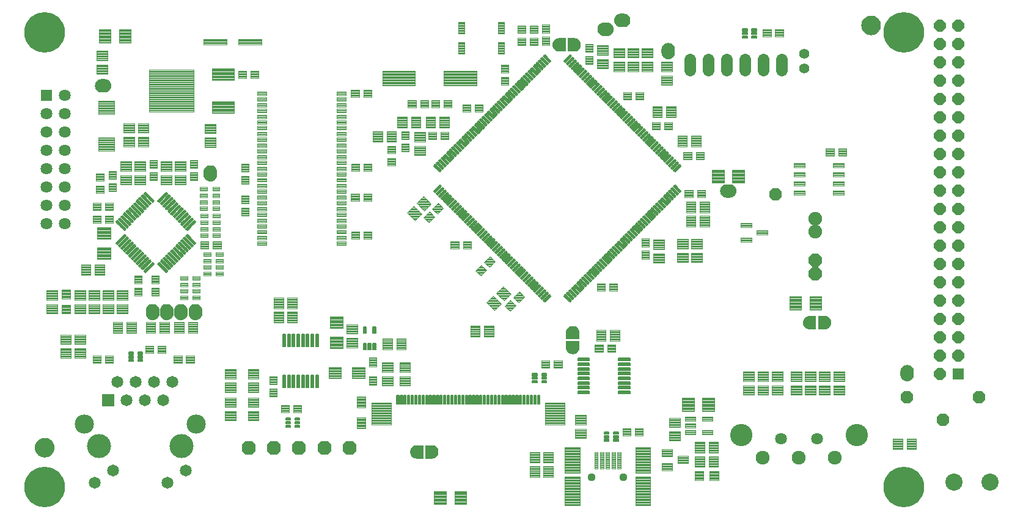
<source format=gts>
G75*
%MOIN*%
%OFA0B0*%
%FSLAX25Y25*%
%IPPOS*%
%LPD*%
%AMOC8*
5,1,8,0,0,1.08239X$1,22.5*
%
%ADD10C,0.00500*%
%ADD11C,0.00419*%
%ADD12C,0.00449*%
%ADD13C,0.00572*%
%ADD14C,0.00444*%
%ADD15C,0.00408*%
%ADD16OC8,0.06996*%
%ADD17C,0.00455*%
%ADD18C,0.00467*%
%ADD19C,0.00455*%
%ADD20C,0.00100*%
%ADD21R,0.06406X0.06406*%
%ADD22OC8,0.06406*%
%ADD23C,0.06406*%
%ADD24OC8,0.07587*%
%ADD25C,0.07587*%
%ADD26C,0.12161*%
%ADD27C,0.00418*%
%ADD28C,0.06500*%
%ADD29R,0.06500X0.06500*%
%ADD30C,0.13098*%
%ADD31C,0.10500*%
%ADD32C,0.00494*%
%ADD33C,0.00573*%
%ADD34C,0.00576*%
%ADD35C,0.00487*%
%ADD36C,0.00519*%
%ADD37C,0.00448*%
%ADD38C,0.00445*%
%ADD39C,0.00486*%
%ADD40C,0.04437*%
%ADD41C,0.00429*%
%ADD42C,0.09358*%
%ADD43C,0.06406*%
%ADD44C,0.00545*%
%ADD45C,0.00445*%
%ADD46C,0.05500*%
%ADD47C,0.07500*%
%ADD48OC8,0.07500*%
%ADD49C,0.00551*%
%ADD50C,0.22154*%
D10*
X0064509Y0186402D02*
X0065223Y0185902D01*
X0066013Y0185534D01*
X0066855Y0185308D01*
X0067723Y0185232D01*
X0068591Y0185308D01*
X0069433Y0185534D01*
X0070223Y0185902D01*
X0070937Y0186402D01*
X0071553Y0187018D01*
X0072053Y0187732D01*
X0072421Y0188522D01*
X0072647Y0189364D01*
X0072723Y0190232D01*
X0072647Y0191101D01*
X0072421Y0191942D01*
X0072053Y0192732D01*
X0071553Y0193446D01*
X0070937Y0194062D01*
X0070223Y0194562D01*
X0069433Y0194931D01*
X0068591Y0195156D01*
X0067723Y0195232D01*
X0066855Y0195156D01*
X0066013Y0194931D01*
X0065223Y0194562D01*
X0064509Y0194062D01*
X0063893Y0193446D01*
X0063393Y0192732D01*
X0063024Y0191942D01*
X0062799Y0191101D01*
X0062723Y0190232D01*
X0062799Y0189364D01*
X0063024Y0188522D01*
X0063393Y0187732D01*
X0063893Y0187018D01*
X0064509Y0186402D01*
X0064790Y0186205D02*
X0070656Y0186205D01*
X0071239Y0186704D02*
X0064207Y0186704D01*
X0063764Y0187202D02*
X0071682Y0187202D01*
X0072031Y0187701D02*
X0063415Y0187701D01*
X0063175Y0188199D02*
X0072271Y0188199D01*
X0072469Y0188698D02*
X0062977Y0188698D01*
X0062844Y0189196D02*
X0072602Y0189196D01*
X0072676Y0189695D02*
X0062770Y0189695D01*
X0062726Y0190194D02*
X0072720Y0190194D01*
X0072683Y0190692D02*
X0062763Y0190692D01*
X0062823Y0191191D02*
X0072623Y0191191D01*
X0072489Y0191689D02*
X0062957Y0191689D01*
X0063139Y0192188D02*
X0072307Y0192188D01*
X0072075Y0192686D02*
X0063371Y0192686D01*
X0063710Y0193185D02*
X0071736Y0193185D01*
X0071316Y0193683D02*
X0064130Y0193683D01*
X0064679Y0194182D02*
X0070767Y0194182D01*
X0069971Y0194680D02*
X0065475Y0194680D01*
X0067110Y0195179D02*
X0068336Y0195179D01*
X0069804Y0185707D02*
X0065642Y0185707D01*
X0514180Y0418047D02*
X0513812Y0418837D01*
X0513586Y0419679D01*
X0513510Y0420547D01*
X0513586Y0421415D01*
X0513812Y0422257D01*
X0514180Y0423047D01*
X0514680Y0423761D01*
X0515296Y0424377D01*
X0516010Y0424877D01*
X0516800Y0425246D01*
X0517642Y0425471D01*
X0518510Y0425547D01*
X0519379Y0425471D01*
X0520220Y0425246D01*
X0521010Y0424877D01*
X0521724Y0424377D01*
X0522341Y0423761D01*
X0522840Y0423047D01*
X0523209Y0422257D01*
X0523434Y0421415D01*
X0523510Y0420547D01*
X0523434Y0419679D01*
X0523209Y0418837D01*
X0522840Y0418047D01*
X0522341Y0417333D01*
X0521724Y0416717D01*
X0521010Y0416217D01*
X0520220Y0415849D01*
X0519379Y0415623D01*
X0518510Y0415547D01*
X0517642Y0415623D01*
X0516800Y0415849D01*
X0516010Y0416217D01*
X0515296Y0416717D01*
X0514680Y0417333D01*
X0514180Y0418047D01*
X0514204Y0418013D02*
X0522817Y0418013D01*
X0523057Y0418512D02*
X0513964Y0418512D01*
X0513766Y0419010D02*
X0523255Y0419010D01*
X0523389Y0419509D02*
X0513632Y0419509D01*
X0513558Y0420007D02*
X0523463Y0420007D01*
X0523507Y0420506D02*
X0513514Y0420506D01*
X0513550Y0421004D02*
X0523470Y0421004D01*
X0523411Y0421503D02*
X0513610Y0421503D01*
X0513743Y0422001D02*
X0523277Y0422001D01*
X0523096Y0422500D02*
X0513925Y0422500D01*
X0514157Y0422998D02*
X0522863Y0422998D01*
X0522526Y0423497D02*
X0514495Y0423497D01*
X0514914Y0423995D02*
X0522106Y0423995D01*
X0521558Y0424494D02*
X0515463Y0424494D01*
X0516257Y0424992D02*
X0520764Y0424992D01*
X0519155Y0425491D02*
X0517866Y0425491D01*
X0514553Y0417515D02*
X0522468Y0417515D01*
X0522023Y0417016D02*
X0514997Y0417016D01*
X0515581Y0416518D02*
X0521440Y0416518D01*
X0520586Y0416019D02*
X0516435Y0416019D01*
D11*
X0303260Y0387821D02*
X0285462Y0387821D01*
X0285462Y0395777D01*
X0303260Y0395777D01*
X0303260Y0387821D01*
X0303260Y0388239D02*
X0285462Y0388239D01*
X0285462Y0388657D02*
X0303260Y0388657D01*
X0303260Y0389075D02*
X0285462Y0389075D01*
X0285462Y0389493D02*
X0303260Y0389493D01*
X0303260Y0389911D02*
X0285462Y0389911D01*
X0285462Y0390329D02*
X0303260Y0390329D01*
X0303260Y0390747D02*
X0285462Y0390747D01*
X0285462Y0391165D02*
X0303260Y0391165D01*
X0303260Y0391583D02*
X0285462Y0391583D01*
X0285462Y0392001D02*
X0303260Y0392001D01*
X0303260Y0392419D02*
X0285462Y0392419D01*
X0285462Y0392837D02*
X0303260Y0392837D01*
X0303260Y0393255D02*
X0285462Y0393255D01*
X0285462Y0393673D02*
X0303260Y0393673D01*
X0303260Y0394091D02*
X0285462Y0394091D01*
X0285462Y0394509D02*
X0303260Y0394509D01*
X0303260Y0394927D02*
X0285462Y0394927D01*
X0285462Y0395345D02*
X0303260Y0395345D01*
X0303260Y0395763D02*
X0285462Y0395763D01*
X0269795Y0387821D02*
X0251997Y0387821D01*
X0251997Y0395777D01*
X0269795Y0395777D01*
X0269795Y0387821D01*
X0269795Y0388239D02*
X0251997Y0388239D01*
X0251997Y0388657D02*
X0269795Y0388657D01*
X0269795Y0389075D02*
X0251997Y0389075D01*
X0251997Y0389493D02*
X0269795Y0389493D01*
X0269795Y0389911D02*
X0251997Y0389911D01*
X0251997Y0390329D02*
X0269795Y0390329D01*
X0269795Y0390747D02*
X0251997Y0390747D01*
X0251997Y0391165D02*
X0269795Y0391165D01*
X0269795Y0391583D02*
X0251997Y0391583D01*
X0251997Y0392001D02*
X0269795Y0392001D01*
X0269795Y0392419D02*
X0251997Y0392419D01*
X0251997Y0392837D02*
X0269795Y0392837D01*
X0269795Y0393255D02*
X0251997Y0393255D01*
X0251997Y0393673D02*
X0269795Y0393673D01*
X0269795Y0394091D02*
X0251997Y0394091D01*
X0251997Y0394509D02*
X0269795Y0394509D01*
X0269795Y0394927D02*
X0251997Y0394927D01*
X0251997Y0395345D02*
X0269795Y0395345D01*
X0269795Y0395763D02*
X0251997Y0395763D01*
D12*
X0260053Y0364670D02*
X0265223Y0364670D01*
X0260053Y0364670D02*
X0260053Y0370628D01*
X0265223Y0370628D01*
X0265223Y0364670D01*
X0265223Y0365118D02*
X0260053Y0365118D01*
X0260053Y0365566D02*
X0265223Y0365566D01*
X0265223Y0366014D02*
X0260053Y0366014D01*
X0260053Y0366462D02*
X0265223Y0366462D01*
X0265223Y0366910D02*
X0260053Y0366910D01*
X0260053Y0367358D02*
X0265223Y0367358D01*
X0265223Y0367806D02*
X0260053Y0367806D01*
X0260053Y0368254D02*
X0265223Y0368254D01*
X0265223Y0368702D02*
X0260053Y0368702D01*
X0260053Y0369150D02*
X0265223Y0369150D01*
X0265223Y0369598D02*
X0260053Y0369598D01*
X0260053Y0370046D02*
X0265223Y0370046D01*
X0265223Y0370494D02*
X0260053Y0370494D01*
X0267534Y0364670D02*
X0272704Y0364670D01*
X0267534Y0364670D02*
X0267534Y0370628D01*
X0272704Y0370628D01*
X0272704Y0364670D01*
X0272704Y0365118D02*
X0267534Y0365118D01*
X0267534Y0365566D02*
X0272704Y0365566D01*
X0272704Y0366014D02*
X0267534Y0366014D01*
X0267534Y0366462D02*
X0272704Y0366462D01*
X0272704Y0366910D02*
X0267534Y0366910D01*
X0267534Y0367358D02*
X0272704Y0367358D01*
X0272704Y0367806D02*
X0267534Y0367806D01*
X0267534Y0368254D02*
X0272704Y0368254D01*
X0272704Y0368702D02*
X0267534Y0368702D01*
X0267534Y0369150D02*
X0272704Y0369150D01*
X0272704Y0369598D02*
X0267534Y0369598D01*
X0267534Y0370046D02*
X0272704Y0370046D01*
X0272704Y0370494D02*
X0267534Y0370494D01*
X0275603Y0370628D02*
X0280773Y0370628D01*
X0280773Y0364670D01*
X0275603Y0364670D01*
X0275603Y0370628D01*
X0275603Y0365118D02*
X0280773Y0365118D01*
X0280773Y0365566D02*
X0275603Y0365566D01*
X0275603Y0366014D02*
X0280773Y0366014D01*
X0280773Y0366462D02*
X0275603Y0366462D01*
X0275603Y0366910D02*
X0280773Y0366910D01*
X0280773Y0367358D02*
X0275603Y0367358D01*
X0275603Y0367806D02*
X0280773Y0367806D01*
X0280773Y0368254D02*
X0275603Y0368254D01*
X0275603Y0368702D02*
X0280773Y0368702D01*
X0280773Y0369150D02*
X0275603Y0369150D01*
X0275603Y0369598D02*
X0280773Y0369598D01*
X0280773Y0370046D02*
X0275603Y0370046D01*
X0275603Y0370494D02*
X0280773Y0370494D01*
X0283084Y0370628D02*
X0288254Y0370628D01*
X0288254Y0364670D01*
X0283084Y0364670D01*
X0283084Y0370628D01*
X0283084Y0365118D02*
X0288254Y0365118D01*
X0288254Y0365566D02*
X0283084Y0365566D01*
X0283084Y0366014D02*
X0288254Y0366014D01*
X0288254Y0366462D02*
X0283084Y0366462D01*
X0283084Y0366910D02*
X0288254Y0366910D01*
X0288254Y0367358D02*
X0283084Y0367358D01*
X0283084Y0367806D02*
X0288254Y0367806D01*
X0288254Y0368254D02*
X0283084Y0368254D01*
X0283084Y0368702D02*
X0288254Y0368702D01*
X0288254Y0369150D02*
X0283084Y0369150D01*
X0283084Y0369598D02*
X0288254Y0369598D01*
X0288254Y0370046D02*
X0283084Y0370046D01*
X0283084Y0370494D02*
X0288254Y0370494D01*
X0269449Y0362324D02*
X0269449Y0357154D01*
X0269449Y0362324D02*
X0275407Y0362324D01*
X0275407Y0357154D01*
X0269449Y0357154D01*
X0269449Y0357602D02*
X0275407Y0357602D01*
X0275407Y0358050D02*
X0269449Y0358050D01*
X0269449Y0358498D02*
X0275407Y0358498D01*
X0275407Y0358946D02*
X0269449Y0358946D01*
X0269449Y0359394D02*
X0275407Y0359394D01*
X0275407Y0359842D02*
X0269449Y0359842D01*
X0269449Y0360290D02*
X0275407Y0360290D01*
X0275407Y0360738D02*
X0269449Y0360738D01*
X0269449Y0361186D02*
X0275407Y0361186D01*
X0275407Y0361634D02*
X0269449Y0361634D01*
X0269449Y0362082D02*
X0275407Y0362082D01*
X0269449Y0354844D02*
X0269449Y0349674D01*
X0269449Y0354844D02*
X0275407Y0354844D01*
X0275407Y0349674D01*
X0269449Y0349674D01*
X0269449Y0350122D02*
X0275407Y0350122D01*
X0275407Y0350570D02*
X0269449Y0350570D01*
X0269449Y0351018D02*
X0275407Y0351018D01*
X0275407Y0351466D02*
X0269449Y0351466D01*
X0269449Y0351914D02*
X0275407Y0351914D01*
X0275407Y0352362D02*
X0269449Y0352362D01*
X0269449Y0352810D02*
X0275407Y0352810D01*
X0275407Y0353258D02*
X0269449Y0353258D01*
X0269449Y0353706D02*
X0275407Y0353706D01*
X0275407Y0354154D02*
X0269449Y0354154D01*
X0269449Y0354602D02*
X0275407Y0354602D01*
X0259504Y0362878D02*
X0254334Y0362878D01*
X0259504Y0362878D02*
X0259504Y0356920D01*
X0254334Y0356920D01*
X0254334Y0362878D01*
X0254334Y0357368D02*
X0259504Y0357368D01*
X0259504Y0357816D02*
X0254334Y0357816D01*
X0254334Y0358264D02*
X0259504Y0358264D01*
X0259504Y0358712D02*
X0254334Y0358712D01*
X0254334Y0359160D02*
X0259504Y0359160D01*
X0259504Y0359608D02*
X0254334Y0359608D01*
X0254334Y0360056D02*
X0259504Y0360056D01*
X0259504Y0360504D02*
X0254334Y0360504D01*
X0254334Y0360952D02*
X0259504Y0360952D01*
X0259504Y0361400D02*
X0254334Y0361400D01*
X0254334Y0361848D02*
X0259504Y0361848D01*
X0259504Y0362296D02*
X0254334Y0362296D01*
X0254334Y0362744D02*
X0259504Y0362744D01*
X0252023Y0362878D02*
X0246853Y0362878D01*
X0252023Y0362878D02*
X0252023Y0356920D01*
X0246853Y0356920D01*
X0246853Y0362878D01*
X0246853Y0357368D02*
X0252023Y0357368D01*
X0252023Y0357816D02*
X0246853Y0357816D01*
X0246853Y0358264D02*
X0252023Y0358264D01*
X0252023Y0358712D02*
X0246853Y0358712D01*
X0246853Y0359160D02*
X0252023Y0359160D01*
X0252023Y0359608D02*
X0246853Y0359608D01*
X0246853Y0360056D02*
X0252023Y0360056D01*
X0252023Y0360504D02*
X0246853Y0360504D01*
X0246853Y0360952D02*
X0252023Y0360952D01*
X0252023Y0361400D02*
X0246853Y0361400D01*
X0246853Y0361848D02*
X0252023Y0361848D01*
X0252023Y0362296D02*
X0246853Y0362296D01*
X0246853Y0362744D02*
X0252023Y0362744D01*
X0278507Y0323116D02*
X0274851Y0319460D01*
X0270639Y0323672D01*
X0274295Y0327328D01*
X0278507Y0323116D01*
X0275299Y0319908D02*
X0274403Y0319908D01*
X0273955Y0320356D02*
X0275747Y0320356D01*
X0276195Y0320804D02*
X0273507Y0320804D01*
X0273059Y0321252D02*
X0276643Y0321252D01*
X0277091Y0321700D02*
X0272611Y0321700D01*
X0272163Y0322148D02*
X0277539Y0322148D01*
X0277987Y0322596D02*
X0271715Y0322596D01*
X0271267Y0323044D02*
X0278435Y0323044D01*
X0278131Y0323492D02*
X0270819Y0323492D01*
X0270907Y0323940D02*
X0277683Y0323940D01*
X0277235Y0324388D02*
X0271355Y0324388D01*
X0271803Y0324836D02*
X0276787Y0324836D01*
X0276339Y0325284D02*
X0272251Y0325284D01*
X0272699Y0325732D02*
X0275891Y0325732D01*
X0275443Y0326180D02*
X0273147Y0326180D01*
X0273595Y0326628D02*
X0274995Y0326628D01*
X0274547Y0327076D02*
X0274043Y0327076D01*
X0273218Y0317827D02*
X0269562Y0314171D01*
X0265350Y0318383D01*
X0269006Y0322039D01*
X0273218Y0317827D01*
X0270010Y0314619D02*
X0269114Y0314619D01*
X0268666Y0315067D02*
X0270458Y0315067D01*
X0270906Y0315515D02*
X0268218Y0315515D01*
X0267770Y0315963D02*
X0271354Y0315963D01*
X0271802Y0316411D02*
X0267322Y0316411D01*
X0266874Y0316859D02*
X0272250Y0316859D01*
X0272698Y0317307D02*
X0266426Y0317307D01*
X0265978Y0317755D02*
X0273146Y0317755D01*
X0272842Y0318203D02*
X0265530Y0318203D01*
X0265618Y0318651D02*
X0272394Y0318651D01*
X0271946Y0319099D02*
X0266066Y0319099D01*
X0266514Y0319547D02*
X0271498Y0319547D01*
X0271050Y0319995D02*
X0266962Y0319995D01*
X0267410Y0320443D02*
X0270602Y0320443D01*
X0270154Y0320891D02*
X0267858Y0320891D01*
X0268306Y0321339D02*
X0269706Y0321339D01*
X0269258Y0321787D02*
X0268754Y0321787D01*
X0314139Y0274572D02*
X0317795Y0278228D01*
X0322007Y0274016D01*
X0318351Y0270360D01*
X0314139Y0274572D01*
X0317903Y0270808D02*
X0318799Y0270808D01*
X0319247Y0271256D02*
X0317455Y0271256D01*
X0317007Y0271704D02*
X0319695Y0271704D01*
X0320143Y0272152D02*
X0316559Y0272152D01*
X0316111Y0272600D02*
X0320591Y0272600D01*
X0321039Y0273048D02*
X0315663Y0273048D01*
X0315215Y0273496D02*
X0321487Y0273496D01*
X0321935Y0273944D02*
X0314767Y0273944D01*
X0314319Y0274392D02*
X0321631Y0274392D01*
X0321183Y0274840D02*
X0314407Y0274840D01*
X0314855Y0275288D02*
X0320735Y0275288D01*
X0320287Y0275736D02*
X0315303Y0275736D01*
X0315751Y0276184D02*
X0319839Y0276184D01*
X0319391Y0276632D02*
X0316199Y0276632D01*
X0316647Y0277080D02*
X0318943Y0277080D01*
X0318495Y0277528D02*
X0317095Y0277528D01*
X0317543Y0277976D02*
X0318047Y0277976D01*
X0312506Y0272939D02*
X0308850Y0269283D01*
X0312506Y0272939D02*
X0316718Y0268727D01*
X0313062Y0265071D01*
X0308850Y0269283D01*
X0312614Y0265519D02*
X0313510Y0265519D01*
X0313958Y0265967D02*
X0312166Y0265967D01*
X0311718Y0266415D02*
X0314406Y0266415D01*
X0314854Y0266863D02*
X0311270Y0266863D01*
X0310822Y0267311D02*
X0315302Y0267311D01*
X0315750Y0267759D02*
X0310374Y0267759D01*
X0309926Y0268207D02*
X0316198Y0268207D01*
X0316646Y0268655D02*
X0309478Y0268655D01*
X0309030Y0269103D02*
X0316342Y0269103D01*
X0315894Y0269551D02*
X0309118Y0269551D01*
X0309566Y0269999D02*
X0315446Y0269999D01*
X0314998Y0270447D02*
X0310014Y0270447D01*
X0310462Y0270895D02*
X0314550Y0270895D01*
X0314102Y0271343D02*
X0310910Y0271343D01*
X0311358Y0271791D02*
X0313654Y0271791D01*
X0313206Y0272239D02*
X0311806Y0272239D01*
X0312254Y0272687D02*
X0312758Y0272687D01*
X0312654Y0256628D02*
X0307484Y0256628D01*
X0312654Y0256628D02*
X0312654Y0250670D01*
X0307484Y0250670D01*
X0307484Y0256628D01*
X0307484Y0251118D02*
X0312654Y0251118D01*
X0312654Y0251566D02*
X0307484Y0251566D01*
X0307484Y0252014D02*
X0312654Y0252014D01*
X0312654Y0252462D02*
X0307484Y0252462D01*
X0307484Y0252910D02*
X0312654Y0252910D01*
X0312654Y0253358D02*
X0307484Y0253358D01*
X0307484Y0253806D02*
X0312654Y0253806D01*
X0312654Y0254254D02*
X0307484Y0254254D01*
X0307484Y0254702D02*
X0312654Y0254702D01*
X0312654Y0255150D02*
X0307484Y0255150D01*
X0307484Y0255598D02*
X0312654Y0255598D01*
X0312654Y0256046D02*
X0307484Y0256046D01*
X0307484Y0256494D02*
X0312654Y0256494D01*
X0305173Y0256628D02*
X0300003Y0256628D01*
X0305173Y0256628D02*
X0305173Y0250670D01*
X0300003Y0250670D01*
X0300003Y0256628D01*
X0300003Y0251118D02*
X0305173Y0251118D01*
X0305173Y0251566D02*
X0300003Y0251566D01*
X0300003Y0252014D02*
X0305173Y0252014D01*
X0305173Y0252462D02*
X0300003Y0252462D01*
X0300003Y0252910D02*
X0305173Y0252910D01*
X0305173Y0253358D02*
X0300003Y0253358D01*
X0300003Y0253806D02*
X0305173Y0253806D01*
X0305173Y0254254D02*
X0300003Y0254254D01*
X0300003Y0254702D02*
X0305173Y0254702D01*
X0305173Y0255150D02*
X0300003Y0255150D01*
X0300003Y0255598D02*
X0305173Y0255598D01*
X0305173Y0256046D02*
X0300003Y0256046D01*
X0300003Y0256494D02*
X0305173Y0256494D01*
X0267157Y0236724D02*
X0267157Y0231554D01*
X0261199Y0231554D01*
X0261199Y0236724D01*
X0267157Y0236724D01*
X0267157Y0232002D02*
X0261199Y0232002D01*
X0261199Y0232450D02*
X0267157Y0232450D01*
X0267157Y0232898D02*
X0261199Y0232898D01*
X0261199Y0233346D02*
X0267157Y0233346D01*
X0267157Y0233794D02*
X0261199Y0233794D01*
X0261199Y0234242D02*
X0267157Y0234242D01*
X0267157Y0234690D02*
X0261199Y0234690D01*
X0261199Y0235138D02*
X0267157Y0235138D01*
X0267157Y0235586D02*
X0261199Y0235586D01*
X0261199Y0236034D02*
X0267157Y0236034D01*
X0267157Y0236482D02*
X0261199Y0236482D01*
X0257807Y0236674D02*
X0257807Y0231504D01*
X0251849Y0231504D01*
X0251849Y0236674D01*
X0257807Y0236674D01*
X0257807Y0231952D02*
X0251849Y0231952D01*
X0251849Y0232400D02*
X0257807Y0232400D01*
X0257807Y0232848D02*
X0251849Y0232848D01*
X0251849Y0233296D02*
X0257807Y0233296D01*
X0257807Y0233744D02*
X0251849Y0233744D01*
X0251849Y0234192D02*
X0257807Y0234192D01*
X0257807Y0234640D02*
X0251849Y0234640D01*
X0251849Y0235088D02*
X0257807Y0235088D01*
X0257807Y0235536D02*
X0251849Y0235536D01*
X0251849Y0235984D02*
X0257807Y0235984D01*
X0257807Y0236432D02*
X0251849Y0236432D01*
X0257807Y0229194D02*
X0257807Y0224024D01*
X0251849Y0224024D01*
X0251849Y0229194D01*
X0257807Y0229194D01*
X0257807Y0224472D02*
X0251849Y0224472D01*
X0251849Y0224920D02*
X0257807Y0224920D01*
X0257807Y0225368D02*
X0251849Y0225368D01*
X0251849Y0225816D02*
X0257807Y0225816D01*
X0257807Y0226264D02*
X0251849Y0226264D01*
X0251849Y0226712D02*
X0257807Y0226712D01*
X0257807Y0227160D02*
X0251849Y0227160D01*
X0251849Y0227608D02*
X0257807Y0227608D01*
X0257807Y0228056D02*
X0251849Y0228056D01*
X0251849Y0228504D02*
X0257807Y0228504D01*
X0257807Y0228952D02*
X0251849Y0228952D01*
X0267157Y0229244D02*
X0267157Y0224074D01*
X0261199Y0224074D01*
X0261199Y0229244D01*
X0267157Y0229244D01*
X0267157Y0224522D02*
X0261199Y0224522D01*
X0261199Y0224970D02*
X0267157Y0224970D01*
X0267157Y0225418D02*
X0261199Y0225418D01*
X0261199Y0225866D02*
X0267157Y0225866D01*
X0267157Y0226314D02*
X0261199Y0226314D01*
X0261199Y0226762D02*
X0267157Y0226762D01*
X0267157Y0227210D02*
X0261199Y0227210D01*
X0261199Y0227658D02*
X0267157Y0227658D01*
X0267157Y0228106D02*
X0261199Y0228106D01*
X0261199Y0228554D02*
X0267157Y0228554D01*
X0267157Y0229002D02*
X0261199Y0229002D01*
X0259634Y0243870D02*
X0264804Y0243870D01*
X0259634Y0243870D02*
X0259634Y0249828D01*
X0264804Y0249828D01*
X0264804Y0243870D01*
X0264804Y0244318D02*
X0259634Y0244318D01*
X0259634Y0244766D02*
X0264804Y0244766D01*
X0264804Y0245214D02*
X0259634Y0245214D01*
X0259634Y0245662D02*
X0264804Y0245662D01*
X0264804Y0246110D02*
X0259634Y0246110D01*
X0259634Y0246558D02*
X0264804Y0246558D01*
X0264804Y0247006D02*
X0259634Y0247006D01*
X0259634Y0247454D02*
X0264804Y0247454D01*
X0264804Y0247902D02*
X0259634Y0247902D01*
X0259634Y0248350D02*
X0264804Y0248350D01*
X0264804Y0248798D02*
X0259634Y0248798D01*
X0259634Y0249246D02*
X0264804Y0249246D01*
X0264804Y0249694D02*
X0259634Y0249694D01*
X0257323Y0243870D02*
X0252153Y0243870D01*
X0252153Y0249828D01*
X0257323Y0249828D01*
X0257323Y0243870D01*
X0257323Y0244318D02*
X0252153Y0244318D01*
X0252153Y0244766D02*
X0257323Y0244766D01*
X0257323Y0245214D02*
X0252153Y0245214D01*
X0252153Y0245662D02*
X0257323Y0245662D01*
X0257323Y0246110D02*
X0252153Y0246110D01*
X0252153Y0246558D02*
X0257323Y0246558D01*
X0257323Y0247006D02*
X0252153Y0247006D01*
X0252153Y0247454D02*
X0257323Y0247454D01*
X0257323Y0247902D02*
X0252153Y0247902D01*
X0252153Y0248350D02*
X0257323Y0248350D01*
X0257323Y0248798D02*
X0252153Y0248798D01*
X0252153Y0249246D02*
X0257323Y0249246D01*
X0257323Y0249694D02*
X0252153Y0249694D01*
X0238457Y0250044D02*
X0238457Y0244874D01*
X0232499Y0244874D01*
X0232499Y0250044D01*
X0238457Y0250044D01*
X0238457Y0245322D02*
X0232499Y0245322D01*
X0232499Y0245770D02*
X0238457Y0245770D01*
X0238457Y0246218D02*
X0232499Y0246218D01*
X0232499Y0246666D02*
X0238457Y0246666D01*
X0238457Y0247114D02*
X0232499Y0247114D01*
X0232499Y0247562D02*
X0238457Y0247562D01*
X0238457Y0248010D02*
X0232499Y0248010D01*
X0232499Y0248458D02*
X0238457Y0248458D01*
X0238457Y0248906D02*
X0232499Y0248906D01*
X0232499Y0249354D02*
X0238457Y0249354D01*
X0238457Y0249802D02*
X0232499Y0249802D01*
X0238457Y0252354D02*
X0238457Y0257524D01*
X0238457Y0252354D02*
X0232499Y0252354D01*
X0232499Y0257524D01*
X0238457Y0257524D01*
X0238457Y0252802D02*
X0232499Y0252802D01*
X0232499Y0253250D02*
X0238457Y0253250D01*
X0238457Y0253698D02*
X0232499Y0253698D01*
X0232499Y0254146D02*
X0238457Y0254146D01*
X0238457Y0254594D02*
X0232499Y0254594D01*
X0232499Y0255042D02*
X0238457Y0255042D01*
X0238457Y0255490D02*
X0232499Y0255490D01*
X0232499Y0255938D02*
X0238457Y0255938D01*
X0238457Y0256386D02*
X0232499Y0256386D01*
X0232499Y0256834D02*
X0238457Y0256834D01*
X0238457Y0257282D02*
X0232499Y0257282D01*
X0205354Y0258420D02*
X0200184Y0258420D01*
X0200184Y0264378D01*
X0205354Y0264378D01*
X0205354Y0258420D01*
X0205354Y0258868D02*
X0200184Y0258868D01*
X0200184Y0259316D02*
X0205354Y0259316D01*
X0205354Y0259764D02*
X0200184Y0259764D01*
X0200184Y0260212D02*
X0205354Y0260212D01*
X0205354Y0260660D02*
X0200184Y0260660D01*
X0200184Y0261108D02*
X0205354Y0261108D01*
X0205354Y0261556D02*
X0200184Y0261556D01*
X0200184Y0262004D02*
X0205354Y0262004D01*
X0205354Y0262452D02*
X0200184Y0262452D01*
X0200184Y0262900D02*
X0205354Y0262900D01*
X0205354Y0263348D02*
X0200184Y0263348D01*
X0200184Y0263796D02*
X0205354Y0263796D01*
X0205354Y0264244D02*
X0200184Y0264244D01*
X0200184Y0266170D02*
X0205354Y0266170D01*
X0200184Y0266170D02*
X0200184Y0272128D01*
X0205354Y0272128D01*
X0205354Y0266170D01*
X0205354Y0266618D02*
X0200184Y0266618D01*
X0200184Y0267066D02*
X0205354Y0267066D01*
X0205354Y0267514D02*
X0200184Y0267514D01*
X0200184Y0267962D02*
X0205354Y0267962D01*
X0205354Y0268410D02*
X0200184Y0268410D01*
X0200184Y0268858D02*
X0205354Y0268858D01*
X0205354Y0269306D02*
X0200184Y0269306D01*
X0200184Y0269754D02*
X0205354Y0269754D01*
X0205354Y0270202D02*
X0200184Y0270202D01*
X0200184Y0270650D02*
X0205354Y0270650D01*
X0205354Y0271098D02*
X0200184Y0271098D01*
X0200184Y0271546D02*
X0205354Y0271546D01*
X0205354Y0271994D02*
X0200184Y0271994D01*
X0197873Y0266170D02*
X0192703Y0266170D01*
X0192703Y0272128D01*
X0197873Y0272128D01*
X0197873Y0266170D01*
X0197873Y0266618D02*
X0192703Y0266618D01*
X0192703Y0267066D02*
X0197873Y0267066D01*
X0197873Y0267514D02*
X0192703Y0267514D01*
X0192703Y0267962D02*
X0197873Y0267962D01*
X0197873Y0268410D02*
X0192703Y0268410D01*
X0192703Y0268858D02*
X0197873Y0268858D01*
X0197873Y0269306D02*
X0192703Y0269306D01*
X0192703Y0269754D02*
X0197873Y0269754D01*
X0197873Y0270202D02*
X0192703Y0270202D01*
X0192703Y0270650D02*
X0197873Y0270650D01*
X0197873Y0271098D02*
X0192703Y0271098D01*
X0192703Y0271546D02*
X0197873Y0271546D01*
X0197873Y0271994D02*
X0192703Y0271994D01*
X0192703Y0258420D02*
X0197873Y0258420D01*
X0192703Y0258420D02*
X0192703Y0264378D01*
X0197873Y0264378D01*
X0197873Y0258420D01*
X0197873Y0258868D02*
X0192703Y0258868D01*
X0192703Y0259316D02*
X0197873Y0259316D01*
X0197873Y0259764D02*
X0192703Y0259764D01*
X0192703Y0260212D02*
X0197873Y0260212D01*
X0197873Y0260660D02*
X0192703Y0260660D01*
X0192703Y0261108D02*
X0197873Y0261108D01*
X0197873Y0261556D02*
X0192703Y0261556D01*
X0192703Y0262004D02*
X0197873Y0262004D01*
X0197873Y0262452D02*
X0192703Y0262452D01*
X0192703Y0262900D02*
X0197873Y0262900D01*
X0197873Y0263348D02*
X0192703Y0263348D01*
X0192703Y0263796D02*
X0197873Y0263796D01*
X0197873Y0264244D02*
X0192703Y0264244D01*
X0184507Y0233074D02*
X0184507Y0227904D01*
X0178549Y0227904D01*
X0178549Y0233074D01*
X0184507Y0233074D01*
X0184507Y0228352D02*
X0178549Y0228352D01*
X0178549Y0228800D02*
X0184507Y0228800D01*
X0184507Y0229248D02*
X0178549Y0229248D01*
X0178549Y0229696D02*
X0184507Y0229696D01*
X0184507Y0230144D02*
X0178549Y0230144D01*
X0178549Y0230592D02*
X0184507Y0230592D01*
X0184507Y0231040D02*
X0178549Y0231040D01*
X0178549Y0231488D02*
X0184507Y0231488D01*
X0184507Y0231936D02*
X0178549Y0231936D01*
X0178549Y0232384D02*
X0184507Y0232384D01*
X0184507Y0232832D02*
X0178549Y0232832D01*
X0172007Y0233074D02*
X0172007Y0227904D01*
X0166049Y0227904D01*
X0166049Y0233074D01*
X0172007Y0233074D01*
X0172007Y0228352D02*
X0166049Y0228352D01*
X0166049Y0228800D02*
X0172007Y0228800D01*
X0172007Y0229248D02*
X0166049Y0229248D01*
X0166049Y0229696D02*
X0172007Y0229696D01*
X0172007Y0230144D02*
X0166049Y0230144D01*
X0166049Y0230592D02*
X0172007Y0230592D01*
X0172007Y0231040D02*
X0166049Y0231040D01*
X0166049Y0231488D02*
X0172007Y0231488D01*
X0172007Y0231936D02*
X0166049Y0231936D01*
X0166049Y0232384D02*
X0172007Y0232384D01*
X0172007Y0232832D02*
X0166049Y0232832D01*
X0172007Y0225594D02*
X0172007Y0220424D01*
X0166049Y0220424D01*
X0166049Y0225594D01*
X0172007Y0225594D01*
X0172007Y0220872D02*
X0166049Y0220872D01*
X0166049Y0221320D02*
X0172007Y0221320D01*
X0172007Y0221768D02*
X0166049Y0221768D01*
X0166049Y0222216D02*
X0172007Y0222216D01*
X0172007Y0222664D02*
X0166049Y0222664D01*
X0166049Y0223112D02*
X0172007Y0223112D01*
X0172007Y0223560D02*
X0166049Y0223560D01*
X0166049Y0224008D02*
X0172007Y0224008D01*
X0172007Y0224456D02*
X0166049Y0224456D01*
X0166049Y0224904D02*
X0172007Y0224904D01*
X0172007Y0225352D02*
X0166049Y0225352D01*
X0172007Y0217574D02*
X0172007Y0212404D01*
X0166049Y0212404D01*
X0166049Y0217574D01*
X0172007Y0217574D01*
X0172007Y0212852D02*
X0166049Y0212852D01*
X0166049Y0213300D02*
X0172007Y0213300D01*
X0172007Y0213748D02*
X0166049Y0213748D01*
X0166049Y0214196D02*
X0172007Y0214196D01*
X0172007Y0214644D02*
X0166049Y0214644D01*
X0166049Y0215092D02*
X0172007Y0215092D01*
X0172007Y0215540D02*
X0166049Y0215540D01*
X0166049Y0215988D02*
X0172007Y0215988D01*
X0172007Y0216436D02*
X0166049Y0216436D01*
X0166049Y0216884D02*
X0172007Y0216884D01*
X0172007Y0217332D02*
X0166049Y0217332D01*
X0172007Y0210094D02*
X0172007Y0204924D01*
X0166049Y0204924D01*
X0166049Y0210094D01*
X0172007Y0210094D01*
X0172007Y0205372D02*
X0166049Y0205372D01*
X0166049Y0205820D02*
X0172007Y0205820D01*
X0172007Y0206268D02*
X0166049Y0206268D01*
X0166049Y0206716D02*
X0172007Y0206716D01*
X0172007Y0207164D02*
X0166049Y0207164D01*
X0166049Y0207612D02*
X0172007Y0207612D01*
X0172007Y0208060D02*
X0166049Y0208060D01*
X0166049Y0208508D02*
X0172007Y0208508D01*
X0172007Y0208956D02*
X0166049Y0208956D01*
X0166049Y0209404D02*
X0172007Y0209404D01*
X0172007Y0209852D02*
X0166049Y0209852D01*
X0184507Y0210094D02*
X0184507Y0204924D01*
X0178549Y0204924D01*
X0178549Y0210094D01*
X0184507Y0210094D01*
X0184507Y0205372D02*
X0178549Y0205372D01*
X0178549Y0205820D02*
X0184507Y0205820D01*
X0184507Y0206268D02*
X0178549Y0206268D01*
X0178549Y0206716D02*
X0184507Y0206716D01*
X0184507Y0207164D02*
X0178549Y0207164D01*
X0178549Y0207612D02*
X0184507Y0207612D01*
X0184507Y0208060D02*
X0178549Y0208060D01*
X0178549Y0208508D02*
X0184507Y0208508D01*
X0184507Y0208956D02*
X0178549Y0208956D01*
X0178549Y0209404D02*
X0184507Y0209404D01*
X0184507Y0209852D02*
X0178549Y0209852D01*
X0184507Y0212404D02*
X0184507Y0217574D01*
X0184507Y0212404D02*
X0178549Y0212404D01*
X0178549Y0217574D01*
X0184507Y0217574D01*
X0184507Y0212852D02*
X0178549Y0212852D01*
X0178549Y0213300D02*
X0184507Y0213300D01*
X0184507Y0213748D02*
X0178549Y0213748D01*
X0178549Y0214196D02*
X0184507Y0214196D01*
X0184507Y0214644D02*
X0178549Y0214644D01*
X0178549Y0215092D02*
X0184507Y0215092D01*
X0184507Y0215540D02*
X0178549Y0215540D01*
X0178549Y0215988D02*
X0184507Y0215988D01*
X0184507Y0216436D02*
X0178549Y0216436D01*
X0178549Y0216884D02*
X0184507Y0216884D01*
X0184507Y0217332D02*
X0178549Y0217332D01*
X0184507Y0220424D02*
X0184507Y0225594D01*
X0184507Y0220424D02*
X0178549Y0220424D01*
X0178549Y0225594D01*
X0184507Y0225594D01*
X0184507Y0220872D02*
X0178549Y0220872D01*
X0178549Y0221320D02*
X0184507Y0221320D01*
X0184507Y0221768D02*
X0178549Y0221768D01*
X0178549Y0222216D02*
X0184507Y0222216D01*
X0184507Y0222664D02*
X0178549Y0222664D01*
X0178549Y0223112D02*
X0184507Y0223112D01*
X0184507Y0223560D02*
X0178549Y0223560D01*
X0178549Y0224008D02*
X0184507Y0224008D01*
X0184507Y0224456D02*
X0178549Y0224456D01*
X0178549Y0224904D02*
X0184507Y0224904D01*
X0184507Y0225352D02*
X0178549Y0225352D01*
X0151054Y0258828D02*
X0145884Y0258828D01*
X0151054Y0258828D02*
X0151054Y0252870D01*
X0145884Y0252870D01*
X0145884Y0258828D01*
X0145884Y0253318D02*
X0151054Y0253318D01*
X0151054Y0253766D02*
X0145884Y0253766D01*
X0145884Y0254214D02*
X0151054Y0254214D01*
X0151054Y0254662D02*
X0145884Y0254662D01*
X0145884Y0255110D02*
X0151054Y0255110D01*
X0151054Y0255558D02*
X0145884Y0255558D01*
X0145884Y0256006D02*
X0151054Y0256006D01*
X0151054Y0256454D02*
X0145884Y0256454D01*
X0145884Y0256902D02*
X0151054Y0256902D01*
X0151054Y0257350D02*
X0145884Y0257350D01*
X0145884Y0257798D02*
X0151054Y0257798D01*
X0151054Y0258246D02*
X0145884Y0258246D01*
X0145884Y0258694D02*
X0151054Y0258694D01*
X0143573Y0258828D02*
X0138403Y0258828D01*
X0143573Y0258828D02*
X0143573Y0252870D01*
X0138403Y0252870D01*
X0138403Y0258828D01*
X0138403Y0253318D02*
X0143573Y0253318D01*
X0143573Y0253766D02*
X0138403Y0253766D01*
X0138403Y0254214D02*
X0143573Y0254214D01*
X0143573Y0254662D02*
X0138403Y0254662D01*
X0138403Y0255110D02*
X0143573Y0255110D01*
X0143573Y0255558D02*
X0138403Y0255558D01*
X0138403Y0256006D02*
X0143573Y0256006D01*
X0143573Y0256454D02*
X0138403Y0256454D01*
X0138403Y0256902D02*
X0143573Y0256902D01*
X0143573Y0257350D02*
X0138403Y0257350D01*
X0138403Y0257798D02*
X0143573Y0257798D01*
X0143573Y0258246D02*
X0138403Y0258246D01*
X0138403Y0258694D02*
X0143573Y0258694D01*
X0135554Y0252820D02*
X0130384Y0252820D01*
X0130384Y0258778D01*
X0135554Y0258778D01*
X0135554Y0252820D01*
X0135554Y0253268D02*
X0130384Y0253268D01*
X0130384Y0253716D02*
X0135554Y0253716D01*
X0135554Y0254164D02*
X0130384Y0254164D01*
X0130384Y0254612D02*
X0135554Y0254612D01*
X0135554Y0255060D02*
X0130384Y0255060D01*
X0130384Y0255508D02*
X0135554Y0255508D01*
X0135554Y0255956D02*
X0130384Y0255956D01*
X0130384Y0256404D02*
X0135554Y0256404D01*
X0135554Y0256852D02*
X0130384Y0256852D01*
X0130384Y0257300D02*
X0135554Y0257300D01*
X0135554Y0257748D02*
X0130384Y0257748D01*
X0130384Y0258196D02*
X0135554Y0258196D01*
X0135554Y0258644D02*
X0130384Y0258644D01*
X0128073Y0252820D02*
X0122903Y0252820D01*
X0122903Y0258778D01*
X0128073Y0258778D01*
X0128073Y0252820D01*
X0128073Y0253268D02*
X0122903Y0253268D01*
X0122903Y0253716D02*
X0128073Y0253716D01*
X0128073Y0254164D02*
X0122903Y0254164D01*
X0122903Y0254612D02*
X0128073Y0254612D01*
X0128073Y0255060D02*
X0122903Y0255060D01*
X0122903Y0255508D02*
X0128073Y0255508D01*
X0128073Y0255956D02*
X0122903Y0255956D01*
X0122903Y0256404D02*
X0128073Y0256404D01*
X0128073Y0256852D02*
X0122903Y0256852D01*
X0122903Y0257300D02*
X0128073Y0257300D01*
X0128073Y0257748D02*
X0122903Y0257748D01*
X0122903Y0258196D02*
X0128073Y0258196D01*
X0128073Y0258644D02*
X0122903Y0258644D01*
X0117654Y0252770D02*
X0112484Y0252770D01*
X0112484Y0258728D01*
X0117654Y0258728D01*
X0117654Y0252770D01*
X0117654Y0253218D02*
X0112484Y0253218D01*
X0112484Y0253666D02*
X0117654Y0253666D01*
X0117654Y0254114D02*
X0112484Y0254114D01*
X0112484Y0254562D02*
X0117654Y0254562D01*
X0117654Y0255010D02*
X0112484Y0255010D01*
X0112484Y0255458D02*
X0117654Y0255458D01*
X0117654Y0255906D02*
X0112484Y0255906D01*
X0112484Y0256354D02*
X0117654Y0256354D01*
X0117654Y0256802D02*
X0112484Y0256802D01*
X0112484Y0257250D02*
X0117654Y0257250D01*
X0117654Y0257698D02*
X0112484Y0257698D01*
X0112484Y0258146D02*
X0117654Y0258146D01*
X0117654Y0258594D02*
X0112484Y0258594D01*
X0110173Y0252770D02*
X0105003Y0252770D01*
X0105003Y0258728D01*
X0110173Y0258728D01*
X0110173Y0252770D01*
X0110173Y0253218D02*
X0105003Y0253218D01*
X0105003Y0253666D02*
X0110173Y0253666D01*
X0110173Y0254114D02*
X0105003Y0254114D01*
X0105003Y0254562D02*
X0110173Y0254562D01*
X0110173Y0255010D02*
X0105003Y0255010D01*
X0105003Y0255458D02*
X0110173Y0255458D01*
X0110173Y0255906D02*
X0105003Y0255906D01*
X0105003Y0256354D02*
X0110173Y0256354D01*
X0110173Y0256802D02*
X0105003Y0256802D01*
X0105003Y0257250D02*
X0110173Y0257250D01*
X0110173Y0257698D02*
X0105003Y0257698D01*
X0105003Y0258146D02*
X0110173Y0258146D01*
X0110173Y0258594D02*
X0105003Y0258594D01*
X0105357Y0263324D02*
X0105357Y0268494D01*
X0105357Y0263324D02*
X0099399Y0263324D01*
X0099399Y0268494D01*
X0105357Y0268494D01*
X0105357Y0263772D02*
X0099399Y0263772D01*
X0099399Y0264220D02*
X0105357Y0264220D01*
X0105357Y0264668D02*
X0099399Y0264668D01*
X0099399Y0265116D02*
X0105357Y0265116D01*
X0105357Y0265564D02*
X0099399Y0265564D01*
X0099399Y0266012D02*
X0105357Y0266012D01*
X0105357Y0266460D02*
X0099399Y0266460D01*
X0099399Y0266908D02*
X0105357Y0266908D01*
X0105357Y0267356D02*
X0099399Y0267356D01*
X0099399Y0267804D02*
X0105357Y0267804D01*
X0105357Y0268252D02*
X0099399Y0268252D01*
X0097607Y0268494D02*
X0097607Y0263324D01*
X0091649Y0263324D01*
X0091649Y0268494D01*
X0097607Y0268494D01*
X0097607Y0263772D02*
X0091649Y0263772D01*
X0091649Y0264220D02*
X0097607Y0264220D01*
X0097607Y0264668D02*
X0091649Y0264668D01*
X0091649Y0265116D02*
X0097607Y0265116D01*
X0097607Y0265564D02*
X0091649Y0265564D01*
X0091649Y0266012D02*
X0097607Y0266012D01*
X0097607Y0266460D02*
X0091649Y0266460D01*
X0091649Y0266908D02*
X0097607Y0266908D01*
X0097607Y0267356D02*
X0091649Y0267356D01*
X0091649Y0267804D02*
X0097607Y0267804D01*
X0097607Y0268252D02*
X0091649Y0268252D01*
X0089857Y0268494D02*
X0089857Y0263324D01*
X0083899Y0263324D01*
X0083899Y0268494D01*
X0089857Y0268494D01*
X0089857Y0263772D02*
X0083899Y0263772D01*
X0083899Y0264220D02*
X0089857Y0264220D01*
X0089857Y0264668D02*
X0083899Y0264668D01*
X0083899Y0265116D02*
X0089857Y0265116D01*
X0089857Y0265564D02*
X0083899Y0265564D01*
X0083899Y0266012D02*
X0089857Y0266012D01*
X0089857Y0266460D02*
X0083899Y0266460D01*
X0083899Y0266908D02*
X0089857Y0266908D01*
X0089857Y0267356D02*
X0083899Y0267356D01*
X0083899Y0267804D02*
X0089857Y0267804D01*
X0089857Y0268252D02*
X0083899Y0268252D01*
X0089857Y0270804D02*
X0089857Y0275974D01*
X0089857Y0270804D02*
X0083899Y0270804D01*
X0083899Y0275974D01*
X0089857Y0275974D01*
X0089857Y0271252D02*
X0083899Y0271252D01*
X0083899Y0271700D02*
X0089857Y0271700D01*
X0089857Y0272148D02*
X0083899Y0272148D01*
X0083899Y0272596D02*
X0089857Y0272596D01*
X0089857Y0273044D02*
X0083899Y0273044D01*
X0083899Y0273492D02*
X0089857Y0273492D01*
X0089857Y0273940D02*
X0083899Y0273940D01*
X0083899Y0274388D02*
X0089857Y0274388D01*
X0089857Y0274836D02*
X0083899Y0274836D01*
X0083899Y0275284D02*
X0089857Y0275284D01*
X0089857Y0275732D02*
X0083899Y0275732D01*
X0097607Y0275974D02*
X0097607Y0270804D01*
X0091649Y0270804D01*
X0091649Y0275974D01*
X0097607Y0275974D01*
X0097607Y0271252D02*
X0091649Y0271252D01*
X0091649Y0271700D02*
X0097607Y0271700D01*
X0097607Y0272148D02*
X0091649Y0272148D01*
X0091649Y0272596D02*
X0097607Y0272596D01*
X0097607Y0273044D02*
X0091649Y0273044D01*
X0091649Y0273492D02*
X0097607Y0273492D01*
X0097607Y0273940D02*
X0091649Y0273940D01*
X0091649Y0274388D02*
X0097607Y0274388D01*
X0097607Y0274836D02*
X0091649Y0274836D01*
X0091649Y0275284D02*
X0097607Y0275284D01*
X0097607Y0275732D02*
X0091649Y0275732D01*
X0105357Y0275974D02*
X0105357Y0270804D01*
X0099399Y0270804D01*
X0099399Y0275974D01*
X0105357Y0275974D01*
X0105357Y0271252D02*
X0099399Y0271252D01*
X0099399Y0271700D02*
X0105357Y0271700D01*
X0105357Y0272148D02*
X0099399Y0272148D01*
X0099399Y0272596D02*
X0105357Y0272596D01*
X0105357Y0273044D02*
X0099399Y0273044D01*
X0099399Y0273492D02*
X0105357Y0273492D01*
X0105357Y0273940D02*
X0099399Y0273940D01*
X0099399Y0274388D02*
X0105357Y0274388D01*
X0105357Y0274836D02*
X0099399Y0274836D01*
X0099399Y0275284D02*
X0105357Y0275284D01*
X0105357Y0275732D02*
X0099399Y0275732D01*
X0107149Y0275974D02*
X0107149Y0270804D01*
X0107149Y0275974D02*
X0113107Y0275974D01*
X0113107Y0270804D01*
X0107149Y0270804D01*
X0107149Y0271252D02*
X0113107Y0271252D01*
X0113107Y0271700D02*
X0107149Y0271700D01*
X0107149Y0272148D02*
X0113107Y0272148D01*
X0113107Y0272596D02*
X0107149Y0272596D01*
X0107149Y0273044D02*
X0113107Y0273044D01*
X0113107Y0273492D02*
X0107149Y0273492D01*
X0107149Y0273940D02*
X0113107Y0273940D01*
X0113107Y0274388D02*
X0107149Y0274388D01*
X0107149Y0274836D02*
X0113107Y0274836D01*
X0113107Y0275284D02*
X0107149Y0275284D01*
X0107149Y0275732D02*
X0113107Y0275732D01*
X0107149Y0268494D02*
X0107149Y0263324D01*
X0107149Y0268494D02*
X0113107Y0268494D01*
X0113107Y0263324D01*
X0107149Y0263324D01*
X0107149Y0263772D02*
X0113107Y0263772D01*
X0113107Y0264220D02*
X0107149Y0264220D01*
X0107149Y0264668D02*
X0113107Y0264668D01*
X0113107Y0265116D02*
X0107149Y0265116D01*
X0107149Y0265564D02*
X0113107Y0265564D01*
X0113107Y0266012D02*
X0107149Y0266012D01*
X0107149Y0266460D02*
X0113107Y0266460D01*
X0113107Y0266908D02*
X0107149Y0266908D01*
X0107149Y0267356D02*
X0113107Y0267356D01*
X0113107Y0267804D02*
X0107149Y0267804D01*
X0107149Y0268252D02*
X0113107Y0268252D01*
X0100304Y0284270D02*
X0095134Y0284270D01*
X0095134Y0290228D01*
X0100304Y0290228D01*
X0100304Y0284270D01*
X0100304Y0284718D02*
X0095134Y0284718D01*
X0095134Y0285166D02*
X0100304Y0285166D01*
X0100304Y0285614D02*
X0095134Y0285614D01*
X0095134Y0286062D02*
X0100304Y0286062D01*
X0100304Y0286510D02*
X0095134Y0286510D01*
X0095134Y0286958D02*
X0100304Y0286958D01*
X0100304Y0287406D02*
X0095134Y0287406D01*
X0095134Y0287854D02*
X0100304Y0287854D01*
X0100304Y0288302D02*
X0095134Y0288302D01*
X0095134Y0288750D02*
X0100304Y0288750D01*
X0100304Y0289198D02*
X0095134Y0289198D01*
X0095134Y0289646D02*
X0100304Y0289646D01*
X0100304Y0290094D02*
X0095134Y0290094D01*
X0092823Y0284270D02*
X0087653Y0284270D01*
X0087653Y0290228D01*
X0092823Y0290228D01*
X0092823Y0284270D01*
X0092823Y0284718D02*
X0087653Y0284718D01*
X0087653Y0285166D02*
X0092823Y0285166D01*
X0092823Y0285614D02*
X0087653Y0285614D01*
X0087653Y0286062D02*
X0092823Y0286062D01*
X0092823Y0286510D02*
X0087653Y0286510D01*
X0087653Y0286958D02*
X0092823Y0286958D01*
X0092823Y0287406D02*
X0087653Y0287406D01*
X0087653Y0287854D02*
X0092823Y0287854D01*
X0092823Y0288302D02*
X0087653Y0288302D01*
X0087653Y0288750D02*
X0092823Y0288750D01*
X0092823Y0289198D02*
X0087653Y0289198D01*
X0087653Y0289646D02*
X0092823Y0289646D01*
X0092823Y0290094D02*
X0087653Y0290094D01*
X0068799Y0275974D02*
X0068799Y0270804D01*
X0068799Y0275974D02*
X0074757Y0275974D01*
X0074757Y0270804D01*
X0068799Y0270804D01*
X0068799Y0271252D02*
X0074757Y0271252D01*
X0074757Y0271700D02*
X0068799Y0271700D01*
X0068799Y0272148D02*
X0074757Y0272148D01*
X0074757Y0272596D02*
X0068799Y0272596D01*
X0068799Y0273044D02*
X0074757Y0273044D01*
X0074757Y0273492D02*
X0068799Y0273492D01*
X0068799Y0273940D02*
X0074757Y0273940D01*
X0074757Y0274388D02*
X0068799Y0274388D01*
X0068799Y0274836D02*
X0074757Y0274836D01*
X0074757Y0275284D02*
X0068799Y0275284D01*
X0068799Y0275732D02*
X0074757Y0275732D01*
X0068799Y0268494D02*
X0068799Y0263324D01*
X0068799Y0268494D02*
X0074757Y0268494D01*
X0074757Y0263324D01*
X0068799Y0263324D01*
X0068799Y0263772D02*
X0074757Y0263772D01*
X0074757Y0264220D02*
X0068799Y0264220D01*
X0068799Y0264668D02*
X0074757Y0264668D01*
X0074757Y0265116D02*
X0068799Y0265116D01*
X0068799Y0265564D02*
X0074757Y0265564D01*
X0074757Y0266012D02*
X0068799Y0266012D01*
X0068799Y0266460D02*
X0074757Y0266460D01*
X0074757Y0266908D02*
X0068799Y0266908D01*
X0068799Y0267356D02*
X0074757Y0267356D01*
X0074757Y0267804D02*
X0068799Y0267804D01*
X0068799Y0268252D02*
X0074757Y0268252D01*
X0082157Y0251874D02*
X0082157Y0246704D01*
X0076199Y0246704D01*
X0076199Y0251874D01*
X0082157Y0251874D01*
X0082157Y0247152D02*
X0076199Y0247152D01*
X0076199Y0247600D02*
X0082157Y0247600D01*
X0082157Y0248048D02*
X0076199Y0248048D01*
X0076199Y0248496D02*
X0082157Y0248496D01*
X0082157Y0248944D02*
X0076199Y0248944D01*
X0076199Y0249392D02*
X0082157Y0249392D01*
X0082157Y0249840D02*
X0076199Y0249840D01*
X0076199Y0250288D02*
X0082157Y0250288D01*
X0082157Y0250736D02*
X0076199Y0250736D01*
X0076199Y0251184D02*
X0082157Y0251184D01*
X0082157Y0251632D02*
X0076199Y0251632D01*
X0082157Y0244394D02*
X0082157Y0239224D01*
X0076199Y0239224D01*
X0076199Y0244394D01*
X0082157Y0244394D01*
X0082157Y0239672D02*
X0076199Y0239672D01*
X0076199Y0240120D02*
X0082157Y0240120D01*
X0082157Y0240568D02*
X0076199Y0240568D01*
X0076199Y0241016D02*
X0082157Y0241016D01*
X0082157Y0241464D02*
X0076199Y0241464D01*
X0076199Y0241912D02*
X0082157Y0241912D01*
X0082157Y0242360D02*
X0076199Y0242360D01*
X0076199Y0242808D02*
X0082157Y0242808D01*
X0082157Y0243256D02*
X0076199Y0243256D01*
X0076199Y0243704D02*
X0082157Y0243704D01*
X0082157Y0244152D02*
X0076199Y0244152D01*
X0089957Y0244394D02*
X0089957Y0239224D01*
X0083999Y0239224D01*
X0083999Y0244394D01*
X0089957Y0244394D01*
X0089957Y0239672D02*
X0083999Y0239672D01*
X0083999Y0240120D02*
X0089957Y0240120D01*
X0089957Y0240568D02*
X0083999Y0240568D01*
X0083999Y0241016D02*
X0089957Y0241016D01*
X0089957Y0241464D02*
X0083999Y0241464D01*
X0083999Y0241912D02*
X0089957Y0241912D01*
X0089957Y0242360D02*
X0083999Y0242360D01*
X0083999Y0242808D02*
X0089957Y0242808D01*
X0089957Y0243256D02*
X0083999Y0243256D01*
X0083999Y0243704D02*
X0089957Y0243704D01*
X0089957Y0244152D02*
X0083999Y0244152D01*
X0089957Y0246704D02*
X0089957Y0251874D01*
X0089957Y0246704D02*
X0083999Y0246704D01*
X0083999Y0251874D01*
X0089957Y0251874D01*
X0089957Y0247152D02*
X0083999Y0247152D01*
X0083999Y0247600D02*
X0089957Y0247600D01*
X0089957Y0248048D02*
X0083999Y0248048D01*
X0083999Y0248496D02*
X0089957Y0248496D01*
X0089957Y0248944D02*
X0083999Y0248944D01*
X0083999Y0249392D02*
X0089957Y0249392D01*
X0089957Y0249840D02*
X0083999Y0249840D01*
X0083999Y0250288D02*
X0089957Y0250288D01*
X0089957Y0250736D02*
X0083999Y0250736D01*
X0083999Y0251184D02*
X0089957Y0251184D01*
X0089957Y0251632D02*
X0083999Y0251632D01*
X0108899Y0333724D02*
X0108899Y0338894D01*
X0114857Y0338894D01*
X0114857Y0333724D01*
X0108899Y0333724D01*
X0108899Y0334172D02*
X0114857Y0334172D01*
X0114857Y0334620D02*
X0108899Y0334620D01*
X0108899Y0335068D02*
X0114857Y0335068D01*
X0114857Y0335516D02*
X0108899Y0335516D01*
X0108899Y0335964D02*
X0114857Y0335964D01*
X0114857Y0336412D02*
X0108899Y0336412D01*
X0108899Y0336860D02*
X0114857Y0336860D01*
X0114857Y0337308D02*
X0108899Y0337308D01*
X0108899Y0337756D02*
X0114857Y0337756D01*
X0114857Y0338204D02*
X0108899Y0338204D01*
X0108899Y0338652D02*
X0114857Y0338652D01*
X0122557Y0338894D02*
X0122557Y0333724D01*
X0116599Y0333724D01*
X0116599Y0338894D01*
X0122557Y0338894D01*
X0122557Y0334172D02*
X0116599Y0334172D01*
X0116599Y0334620D02*
X0122557Y0334620D01*
X0122557Y0335068D02*
X0116599Y0335068D01*
X0116599Y0335516D02*
X0122557Y0335516D01*
X0122557Y0335964D02*
X0116599Y0335964D01*
X0116599Y0336412D02*
X0122557Y0336412D01*
X0122557Y0336860D02*
X0116599Y0336860D01*
X0116599Y0337308D02*
X0122557Y0337308D01*
X0122557Y0337756D02*
X0116599Y0337756D01*
X0116599Y0338204D02*
X0122557Y0338204D01*
X0122557Y0338652D02*
X0116599Y0338652D01*
X0122557Y0341204D02*
X0122557Y0346374D01*
X0122557Y0341204D02*
X0116599Y0341204D01*
X0116599Y0346374D01*
X0122557Y0346374D01*
X0122557Y0341652D02*
X0116599Y0341652D01*
X0116599Y0342100D02*
X0122557Y0342100D01*
X0122557Y0342548D02*
X0116599Y0342548D01*
X0116599Y0342996D02*
X0122557Y0342996D01*
X0122557Y0343444D02*
X0116599Y0343444D01*
X0116599Y0343892D02*
X0122557Y0343892D01*
X0122557Y0344340D02*
X0116599Y0344340D01*
X0116599Y0344788D02*
X0122557Y0344788D01*
X0122557Y0345236D02*
X0116599Y0345236D01*
X0116599Y0345684D02*
X0122557Y0345684D01*
X0122557Y0346132D02*
X0116599Y0346132D01*
X0108899Y0346374D02*
X0108899Y0341204D01*
X0108899Y0346374D02*
X0114857Y0346374D01*
X0114857Y0341204D01*
X0108899Y0341204D01*
X0108899Y0341652D02*
X0114857Y0341652D01*
X0114857Y0342100D02*
X0108899Y0342100D01*
X0108899Y0342548D02*
X0114857Y0342548D01*
X0114857Y0342996D02*
X0108899Y0342996D01*
X0108899Y0343444D02*
X0114857Y0343444D01*
X0114857Y0343892D02*
X0108899Y0343892D01*
X0108899Y0344340D02*
X0114857Y0344340D01*
X0114857Y0344788D02*
X0108899Y0344788D01*
X0108899Y0345236D02*
X0114857Y0345236D01*
X0114857Y0345684D02*
X0108899Y0345684D01*
X0108899Y0346132D02*
X0114857Y0346132D01*
X0110849Y0354574D02*
X0110849Y0359744D01*
X0116807Y0359744D01*
X0116807Y0354574D01*
X0110849Y0354574D01*
X0110849Y0355022D02*
X0116807Y0355022D01*
X0116807Y0355470D02*
X0110849Y0355470D01*
X0110849Y0355918D02*
X0116807Y0355918D01*
X0116807Y0356366D02*
X0110849Y0356366D01*
X0110849Y0356814D02*
X0116807Y0356814D01*
X0116807Y0357262D02*
X0110849Y0357262D01*
X0110849Y0357710D02*
X0116807Y0357710D01*
X0116807Y0358158D02*
X0110849Y0358158D01*
X0110849Y0358606D02*
X0116807Y0358606D01*
X0116807Y0359054D02*
X0110849Y0359054D01*
X0110849Y0359502D02*
X0116807Y0359502D01*
X0118549Y0359744D02*
X0118549Y0354574D01*
X0118549Y0359744D02*
X0124507Y0359744D01*
X0124507Y0354574D01*
X0118549Y0354574D01*
X0118549Y0355022D02*
X0124507Y0355022D01*
X0124507Y0355470D02*
X0118549Y0355470D01*
X0118549Y0355918D02*
X0124507Y0355918D01*
X0124507Y0356366D02*
X0118549Y0356366D01*
X0118549Y0356814D02*
X0124507Y0356814D01*
X0124507Y0357262D02*
X0118549Y0357262D01*
X0118549Y0357710D02*
X0124507Y0357710D01*
X0124507Y0358158D02*
X0118549Y0358158D01*
X0118549Y0358606D02*
X0124507Y0358606D01*
X0124507Y0359054D02*
X0118549Y0359054D01*
X0118549Y0359502D02*
X0124507Y0359502D01*
X0118549Y0362054D02*
X0118549Y0367224D01*
X0124507Y0367224D01*
X0124507Y0362054D01*
X0118549Y0362054D01*
X0118549Y0362502D02*
X0124507Y0362502D01*
X0124507Y0362950D02*
X0118549Y0362950D01*
X0118549Y0363398D02*
X0124507Y0363398D01*
X0124507Y0363846D02*
X0118549Y0363846D01*
X0118549Y0364294D02*
X0124507Y0364294D01*
X0124507Y0364742D02*
X0118549Y0364742D01*
X0118549Y0365190D02*
X0124507Y0365190D01*
X0124507Y0365638D02*
X0118549Y0365638D01*
X0118549Y0366086D02*
X0124507Y0366086D01*
X0124507Y0366534D02*
X0118549Y0366534D01*
X0118549Y0366982D02*
X0124507Y0366982D01*
X0110849Y0367224D02*
X0110849Y0362054D01*
X0110849Y0367224D02*
X0116807Y0367224D01*
X0116807Y0362054D01*
X0110849Y0362054D01*
X0110849Y0362502D02*
X0116807Y0362502D01*
X0116807Y0362950D02*
X0110849Y0362950D01*
X0110849Y0363398D02*
X0116807Y0363398D01*
X0116807Y0363846D02*
X0110849Y0363846D01*
X0110849Y0364294D02*
X0116807Y0364294D01*
X0116807Y0364742D02*
X0110849Y0364742D01*
X0110849Y0365190D02*
X0116807Y0365190D01*
X0116807Y0365638D02*
X0110849Y0365638D01*
X0110849Y0366086D02*
X0116807Y0366086D01*
X0116807Y0366534D02*
X0110849Y0366534D01*
X0110849Y0366982D02*
X0116807Y0366982D01*
X0131099Y0346374D02*
X0131099Y0341204D01*
X0131099Y0346374D02*
X0137057Y0346374D01*
X0137057Y0341204D01*
X0131099Y0341204D01*
X0131099Y0341652D02*
X0137057Y0341652D01*
X0137057Y0342100D02*
X0131099Y0342100D01*
X0131099Y0342548D02*
X0137057Y0342548D01*
X0137057Y0342996D02*
X0131099Y0342996D01*
X0131099Y0343444D02*
X0137057Y0343444D01*
X0137057Y0343892D02*
X0131099Y0343892D01*
X0131099Y0344340D02*
X0137057Y0344340D01*
X0137057Y0344788D02*
X0131099Y0344788D01*
X0131099Y0345236D02*
X0137057Y0345236D01*
X0137057Y0345684D02*
X0131099Y0345684D01*
X0131099Y0346132D02*
X0137057Y0346132D01*
X0144807Y0346374D02*
X0144807Y0341204D01*
X0138849Y0341204D01*
X0138849Y0346374D01*
X0144807Y0346374D01*
X0144807Y0341652D02*
X0138849Y0341652D01*
X0138849Y0342100D02*
X0144807Y0342100D01*
X0144807Y0342548D02*
X0138849Y0342548D01*
X0138849Y0342996D02*
X0144807Y0342996D01*
X0144807Y0343444D02*
X0138849Y0343444D01*
X0138849Y0343892D02*
X0144807Y0343892D01*
X0144807Y0344340D02*
X0138849Y0344340D01*
X0138849Y0344788D02*
X0144807Y0344788D01*
X0144807Y0345236D02*
X0138849Y0345236D01*
X0138849Y0345684D02*
X0144807Y0345684D01*
X0144807Y0346132D02*
X0138849Y0346132D01*
X0144807Y0338894D02*
X0144807Y0333724D01*
X0138849Y0333724D01*
X0138849Y0338894D01*
X0144807Y0338894D01*
X0144807Y0334172D02*
X0138849Y0334172D01*
X0138849Y0334620D02*
X0144807Y0334620D01*
X0144807Y0335068D02*
X0138849Y0335068D01*
X0138849Y0335516D02*
X0144807Y0335516D01*
X0144807Y0335964D02*
X0138849Y0335964D01*
X0138849Y0336412D02*
X0144807Y0336412D01*
X0144807Y0336860D02*
X0138849Y0336860D01*
X0138849Y0337308D02*
X0144807Y0337308D01*
X0144807Y0337756D02*
X0138849Y0337756D01*
X0138849Y0338204D02*
X0144807Y0338204D01*
X0144807Y0338652D02*
X0138849Y0338652D01*
X0131099Y0338894D02*
X0131099Y0333724D01*
X0131099Y0338894D02*
X0137057Y0338894D01*
X0137057Y0333724D01*
X0131099Y0333724D01*
X0131099Y0334172D02*
X0137057Y0334172D01*
X0137057Y0334620D02*
X0131099Y0334620D01*
X0131099Y0335068D02*
X0137057Y0335068D01*
X0137057Y0335516D02*
X0131099Y0335516D01*
X0131099Y0335964D02*
X0137057Y0335964D01*
X0137057Y0336412D02*
X0131099Y0336412D01*
X0131099Y0336860D02*
X0137057Y0336860D01*
X0137057Y0337308D02*
X0131099Y0337308D01*
X0131099Y0337756D02*
X0137057Y0337756D01*
X0137057Y0338204D02*
X0131099Y0338204D01*
X0131099Y0338652D02*
X0137057Y0338652D01*
X0155049Y0354124D02*
X0155049Y0359294D01*
X0161007Y0359294D01*
X0161007Y0354124D01*
X0155049Y0354124D01*
X0155049Y0354572D02*
X0161007Y0354572D01*
X0161007Y0355020D02*
X0155049Y0355020D01*
X0155049Y0355468D02*
X0161007Y0355468D01*
X0161007Y0355916D02*
X0155049Y0355916D01*
X0155049Y0356364D02*
X0161007Y0356364D01*
X0161007Y0356812D02*
X0155049Y0356812D01*
X0155049Y0357260D02*
X0161007Y0357260D01*
X0161007Y0357708D02*
X0155049Y0357708D01*
X0155049Y0358156D02*
X0161007Y0358156D01*
X0161007Y0358604D02*
X0155049Y0358604D01*
X0155049Y0359052D02*
X0161007Y0359052D01*
X0155049Y0361604D02*
X0155049Y0366774D01*
X0161007Y0366774D01*
X0161007Y0361604D01*
X0155049Y0361604D01*
X0155049Y0362052D02*
X0161007Y0362052D01*
X0161007Y0362500D02*
X0155049Y0362500D01*
X0155049Y0362948D02*
X0161007Y0362948D01*
X0161007Y0363396D02*
X0155049Y0363396D01*
X0155049Y0363844D02*
X0161007Y0363844D01*
X0161007Y0364292D02*
X0155049Y0364292D01*
X0155049Y0364740D02*
X0161007Y0364740D01*
X0161007Y0365188D02*
X0155049Y0365188D01*
X0155049Y0365636D02*
X0161007Y0365636D01*
X0161007Y0366084D02*
X0155049Y0366084D01*
X0155049Y0366532D02*
X0161007Y0366532D01*
X0101957Y0393974D02*
X0101957Y0399144D01*
X0101957Y0393974D02*
X0095999Y0393974D01*
X0095999Y0399144D01*
X0101957Y0399144D01*
X0101957Y0394422D02*
X0095999Y0394422D01*
X0095999Y0394870D02*
X0101957Y0394870D01*
X0101957Y0395318D02*
X0095999Y0395318D01*
X0095999Y0395766D02*
X0101957Y0395766D01*
X0101957Y0396214D02*
X0095999Y0396214D01*
X0095999Y0396662D02*
X0101957Y0396662D01*
X0101957Y0397110D02*
X0095999Y0397110D01*
X0095999Y0397558D02*
X0101957Y0397558D01*
X0101957Y0398006D02*
X0095999Y0398006D01*
X0095999Y0398454D02*
X0101957Y0398454D01*
X0101957Y0398902D02*
X0095999Y0398902D01*
X0101957Y0401454D02*
X0101957Y0406624D01*
X0101957Y0401454D02*
X0095999Y0401454D01*
X0095999Y0406624D01*
X0101957Y0406624D01*
X0101957Y0401902D02*
X0095999Y0401902D01*
X0095999Y0402350D02*
X0101957Y0402350D01*
X0101957Y0402798D02*
X0095999Y0402798D01*
X0095999Y0403246D02*
X0101957Y0403246D01*
X0101957Y0403694D02*
X0095999Y0403694D01*
X0095999Y0404142D02*
X0101957Y0404142D01*
X0101957Y0404590D02*
X0095999Y0404590D01*
X0095999Y0405038D02*
X0101957Y0405038D01*
X0101957Y0405486D02*
X0095999Y0405486D01*
X0095999Y0405934D02*
X0101957Y0405934D01*
X0101957Y0406382D02*
X0095999Y0406382D01*
X0368899Y0404454D02*
X0368899Y0409624D01*
X0374857Y0409624D01*
X0374857Y0404454D01*
X0368899Y0404454D01*
X0368899Y0404902D02*
X0374857Y0404902D01*
X0374857Y0405350D02*
X0368899Y0405350D01*
X0368899Y0405798D02*
X0374857Y0405798D01*
X0374857Y0406246D02*
X0368899Y0406246D01*
X0368899Y0406694D02*
X0374857Y0406694D01*
X0374857Y0407142D02*
X0368899Y0407142D01*
X0368899Y0407590D02*
X0374857Y0407590D01*
X0374857Y0408038D02*
X0368899Y0408038D01*
X0368899Y0408486D02*
X0374857Y0408486D01*
X0374857Y0408934D02*
X0368899Y0408934D01*
X0368899Y0409382D02*
X0374857Y0409382D01*
X0377949Y0408124D02*
X0377949Y0402954D01*
X0377949Y0408124D02*
X0383907Y0408124D01*
X0383907Y0402954D01*
X0377949Y0402954D01*
X0377949Y0403402D02*
X0383907Y0403402D01*
X0383907Y0403850D02*
X0377949Y0403850D01*
X0377949Y0404298D02*
X0383907Y0404298D01*
X0383907Y0404746D02*
X0377949Y0404746D01*
X0377949Y0405194D02*
X0383907Y0405194D01*
X0383907Y0405642D02*
X0377949Y0405642D01*
X0377949Y0406090D02*
X0383907Y0406090D01*
X0383907Y0406538D02*
X0377949Y0406538D01*
X0377949Y0406986D02*
X0383907Y0406986D01*
X0383907Y0407434D02*
X0377949Y0407434D01*
X0377949Y0407882D02*
X0383907Y0407882D01*
X0385699Y0408124D02*
X0385699Y0402954D01*
X0385699Y0408124D02*
X0391657Y0408124D01*
X0391657Y0402954D01*
X0385699Y0402954D01*
X0385699Y0403402D02*
X0391657Y0403402D01*
X0391657Y0403850D02*
X0385699Y0403850D01*
X0385699Y0404298D02*
X0391657Y0404298D01*
X0391657Y0404746D02*
X0385699Y0404746D01*
X0385699Y0405194D02*
X0391657Y0405194D01*
X0391657Y0405642D02*
X0385699Y0405642D01*
X0385699Y0406090D02*
X0391657Y0406090D01*
X0391657Y0406538D02*
X0385699Y0406538D01*
X0385699Y0406986D02*
X0391657Y0406986D01*
X0391657Y0407434D02*
X0385699Y0407434D01*
X0385699Y0407882D02*
X0391657Y0407882D01*
X0393499Y0408124D02*
X0393499Y0402954D01*
X0393499Y0408124D02*
X0399457Y0408124D01*
X0399457Y0402954D01*
X0393499Y0402954D01*
X0393499Y0403402D02*
X0399457Y0403402D01*
X0399457Y0403850D02*
X0393499Y0403850D01*
X0393499Y0404298D02*
X0399457Y0404298D01*
X0399457Y0404746D02*
X0393499Y0404746D01*
X0393499Y0405194D02*
X0399457Y0405194D01*
X0399457Y0405642D02*
X0393499Y0405642D01*
X0393499Y0406090D02*
X0399457Y0406090D01*
X0399457Y0406538D02*
X0393499Y0406538D01*
X0393499Y0406986D02*
X0399457Y0406986D01*
X0399457Y0407434D02*
X0393499Y0407434D01*
X0393499Y0407882D02*
X0399457Y0407882D01*
X0393499Y0400644D02*
X0393499Y0395474D01*
X0393499Y0400644D02*
X0399457Y0400644D01*
X0399457Y0395474D01*
X0393499Y0395474D01*
X0393499Y0395922D02*
X0399457Y0395922D01*
X0399457Y0396370D02*
X0393499Y0396370D01*
X0393499Y0396818D02*
X0399457Y0396818D01*
X0399457Y0397266D02*
X0393499Y0397266D01*
X0393499Y0397714D02*
X0399457Y0397714D01*
X0399457Y0398162D02*
X0393499Y0398162D01*
X0393499Y0398610D02*
X0399457Y0398610D01*
X0399457Y0399058D02*
X0393499Y0399058D01*
X0393499Y0399506D02*
X0399457Y0399506D01*
X0399457Y0399954D02*
X0393499Y0399954D01*
X0393499Y0400402D02*
X0399457Y0400402D01*
X0409907Y0400674D02*
X0409907Y0395504D01*
X0403949Y0395504D01*
X0403949Y0400674D01*
X0409907Y0400674D01*
X0409907Y0395952D02*
X0403949Y0395952D01*
X0403949Y0396400D02*
X0409907Y0396400D01*
X0409907Y0396848D02*
X0403949Y0396848D01*
X0403949Y0397296D02*
X0409907Y0397296D01*
X0409907Y0397744D02*
X0403949Y0397744D01*
X0403949Y0398192D02*
X0409907Y0398192D01*
X0409907Y0398640D02*
X0403949Y0398640D01*
X0403949Y0399088D02*
X0409907Y0399088D01*
X0409907Y0399536D02*
X0403949Y0399536D01*
X0403949Y0399984D02*
X0409907Y0399984D01*
X0409907Y0400432D02*
X0403949Y0400432D01*
X0409907Y0393194D02*
X0409907Y0388024D01*
X0403949Y0388024D01*
X0403949Y0393194D01*
X0409907Y0393194D01*
X0409907Y0388472D02*
X0403949Y0388472D01*
X0403949Y0388920D02*
X0409907Y0388920D01*
X0409907Y0389368D02*
X0403949Y0389368D01*
X0403949Y0389816D02*
X0409907Y0389816D01*
X0409907Y0390264D02*
X0403949Y0390264D01*
X0403949Y0390712D02*
X0409907Y0390712D01*
X0409907Y0391160D02*
X0403949Y0391160D01*
X0403949Y0391608D02*
X0409907Y0391608D01*
X0409907Y0392056D02*
X0403949Y0392056D01*
X0403949Y0392504D02*
X0409907Y0392504D01*
X0409907Y0392952D02*
X0403949Y0392952D01*
X0385699Y0395474D02*
X0385699Y0400644D01*
X0391657Y0400644D01*
X0391657Y0395474D01*
X0385699Y0395474D01*
X0385699Y0395922D02*
X0391657Y0395922D01*
X0391657Y0396370D02*
X0385699Y0396370D01*
X0385699Y0396818D02*
X0391657Y0396818D01*
X0391657Y0397266D02*
X0385699Y0397266D01*
X0385699Y0397714D02*
X0391657Y0397714D01*
X0391657Y0398162D02*
X0385699Y0398162D01*
X0385699Y0398610D02*
X0391657Y0398610D01*
X0391657Y0399058D02*
X0385699Y0399058D01*
X0385699Y0399506D02*
X0391657Y0399506D01*
X0391657Y0399954D02*
X0385699Y0399954D01*
X0385699Y0400402D02*
X0391657Y0400402D01*
X0377949Y0400644D02*
X0377949Y0395474D01*
X0377949Y0400644D02*
X0383907Y0400644D01*
X0383907Y0395474D01*
X0377949Y0395474D01*
X0377949Y0395922D02*
X0383907Y0395922D01*
X0383907Y0396370D02*
X0377949Y0396370D01*
X0377949Y0396818D02*
X0383907Y0396818D01*
X0383907Y0397266D02*
X0377949Y0397266D01*
X0377949Y0397714D02*
X0383907Y0397714D01*
X0383907Y0398162D02*
X0377949Y0398162D01*
X0377949Y0398610D02*
X0383907Y0398610D01*
X0383907Y0399058D02*
X0377949Y0399058D01*
X0377949Y0399506D02*
X0383907Y0399506D01*
X0383907Y0399954D02*
X0377949Y0399954D01*
X0377949Y0400402D02*
X0383907Y0400402D01*
X0368899Y0402144D02*
X0368899Y0396974D01*
X0368899Y0402144D02*
X0374857Y0402144D01*
X0374857Y0396974D01*
X0368899Y0396974D01*
X0368899Y0397422D02*
X0374857Y0397422D01*
X0374857Y0397870D02*
X0368899Y0397870D01*
X0368899Y0398318D02*
X0374857Y0398318D01*
X0374857Y0398766D02*
X0368899Y0398766D01*
X0368899Y0399214D02*
X0374857Y0399214D01*
X0374857Y0399662D02*
X0368899Y0399662D01*
X0368899Y0400110D02*
X0374857Y0400110D01*
X0374857Y0400558D02*
X0368899Y0400558D01*
X0368899Y0401006D02*
X0374857Y0401006D01*
X0374857Y0401454D02*
X0368899Y0401454D01*
X0368899Y0401902D02*
X0374857Y0401902D01*
X0399253Y0370370D02*
X0404423Y0370370D01*
X0399253Y0370370D02*
X0399253Y0376328D01*
X0404423Y0376328D01*
X0404423Y0370370D01*
X0404423Y0370818D02*
X0399253Y0370818D01*
X0399253Y0371266D02*
X0404423Y0371266D01*
X0404423Y0371714D02*
X0399253Y0371714D01*
X0399253Y0372162D02*
X0404423Y0372162D01*
X0404423Y0372610D02*
X0399253Y0372610D01*
X0399253Y0373058D02*
X0404423Y0373058D01*
X0404423Y0373506D02*
X0399253Y0373506D01*
X0399253Y0373954D02*
X0404423Y0373954D01*
X0404423Y0374402D02*
X0399253Y0374402D01*
X0399253Y0374850D02*
X0404423Y0374850D01*
X0404423Y0375298D02*
X0399253Y0375298D01*
X0399253Y0375746D02*
X0404423Y0375746D01*
X0404423Y0376194D02*
X0399253Y0376194D01*
X0406734Y0370370D02*
X0411904Y0370370D01*
X0406734Y0370370D02*
X0406734Y0376328D01*
X0411904Y0376328D01*
X0411904Y0370370D01*
X0411904Y0370818D02*
X0406734Y0370818D01*
X0406734Y0371266D02*
X0411904Y0371266D01*
X0411904Y0371714D02*
X0406734Y0371714D01*
X0406734Y0372162D02*
X0411904Y0372162D01*
X0411904Y0372610D02*
X0406734Y0372610D01*
X0406734Y0373058D02*
X0411904Y0373058D01*
X0411904Y0373506D02*
X0406734Y0373506D01*
X0406734Y0373954D02*
X0411904Y0373954D01*
X0411904Y0374402D02*
X0406734Y0374402D01*
X0406734Y0374850D02*
X0411904Y0374850D01*
X0411904Y0375298D02*
X0406734Y0375298D01*
X0406734Y0375746D02*
X0411904Y0375746D01*
X0411904Y0376194D02*
X0406734Y0376194D01*
X0413003Y0354570D02*
X0418173Y0354570D01*
X0413003Y0354570D02*
X0413003Y0360528D01*
X0418173Y0360528D01*
X0418173Y0354570D01*
X0418173Y0355018D02*
X0413003Y0355018D01*
X0413003Y0355466D02*
X0418173Y0355466D01*
X0418173Y0355914D02*
X0413003Y0355914D01*
X0413003Y0356362D02*
X0418173Y0356362D01*
X0418173Y0356810D02*
X0413003Y0356810D01*
X0413003Y0357258D02*
X0418173Y0357258D01*
X0418173Y0357706D02*
X0413003Y0357706D01*
X0413003Y0358154D02*
X0418173Y0358154D01*
X0418173Y0358602D02*
X0413003Y0358602D01*
X0413003Y0359050D02*
X0418173Y0359050D01*
X0418173Y0359498D02*
X0413003Y0359498D01*
X0413003Y0359946D02*
X0418173Y0359946D01*
X0418173Y0360394D02*
X0413003Y0360394D01*
X0420484Y0354570D02*
X0425654Y0354570D01*
X0420484Y0354570D02*
X0420484Y0360528D01*
X0425654Y0360528D01*
X0425654Y0354570D01*
X0425654Y0355018D02*
X0420484Y0355018D01*
X0420484Y0355466D02*
X0425654Y0355466D01*
X0425654Y0355914D02*
X0420484Y0355914D01*
X0420484Y0356362D02*
X0425654Y0356362D01*
X0425654Y0356810D02*
X0420484Y0356810D01*
X0420484Y0357258D02*
X0425654Y0357258D01*
X0425654Y0357706D02*
X0420484Y0357706D01*
X0420484Y0358154D02*
X0425654Y0358154D01*
X0425654Y0358602D02*
X0420484Y0358602D01*
X0420484Y0359050D02*
X0425654Y0359050D01*
X0425654Y0359498D02*
X0420484Y0359498D01*
X0420484Y0359946D02*
X0425654Y0359946D01*
X0425654Y0360394D02*
X0420484Y0360394D01*
X0422723Y0318570D02*
X0417553Y0318570D01*
X0417553Y0324528D01*
X0422723Y0324528D01*
X0422723Y0318570D01*
X0422723Y0319018D02*
X0417553Y0319018D01*
X0417553Y0319466D02*
X0422723Y0319466D01*
X0422723Y0319914D02*
X0417553Y0319914D01*
X0417553Y0320362D02*
X0422723Y0320362D01*
X0422723Y0320810D02*
X0417553Y0320810D01*
X0417553Y0321258D02*
X0422723Y0321258D01*
X0422723Y0321706D02*
X0417553Y0321706D01*
X0417553Y0322154D02*
X0422723Y0322154D01*
X0422723Y0322602D02*
X0417553Y0322602D01*
X0417553Y0323050D02*
X0422723Y0323050D01*
X0422723Y0323498D02*
X0417553Y0323498D01*
X0417553Y0323946D02*
X0422723Y0323946D01*
X0422723Y0324394D02*
X0417553Y0324394D01*
X0425034Y0318570D02*
X0430204Y0318570D01*
X0425034Y0318570D02*
X0425034Y0324528D01*
X0430204Y0324528D01*
X0430204Y0318570D01*
X0430204Y0319018D02*
X0425034Y0319018D01*
X0425034Y0319466D02*
X0430204Y0319466D01*
X0430204Y0319914D02*
X0425034Y0319914D01*
X0425034Y0320362D02*
X0430204Y0320362D01*
X0430204Y0320810D02*
X0425034Y0320810D01*
X0425034Y0321258D02*
X0430204Y0321258D01*
X0430204Y0321706D02*
X0425034Y0321706D01*
X0425034Y0322154D02*
X0430204Y0322154D01*
X0430204Y0322602D02*
X0425034Y0322602D01*
X0425034Y0323050D02*
X0430204Y0323050D01*
X0430204Y0323498D02*
X0425034Y0323498D01*
X0425034Y0323946D02*
X0430204Y0323946D01*
X0430204Y0324394D02*
X0425034Y0324394D01*
X0425034Y0310820D02*
X0430204Y0310820D01*
X0425034Y0310820D02*
X0425034Y0316778D01*
X0430204Y0316778D01*
X0430204Y0310820D01*
X0430204Y0311268D02*
X0425034Y0311268D01*
X0425034Y0311716D02*
X0430204Y0311716D01*
X0430204Y0312164D02*
X0425034Y0312164D01*
X0425034Y0312612D02*
X0430204Y0312612D01*
X0430204Y0313060D02*
X0425034Y0313060D01*
X0425034Y0313508D02*
X0430204Y0313508D01*
X0430204Y0313956D02*
X0425034Y0313956D01*
X0425034Y0314404D02*
X0430204Y0314404D01*
X0430204Y0314852D02*
X0425034Y0314852D01*
X0425034Y0315300D02*
X0430204Y0315300D01*
X0430204Y0315748D02*
X0425034Y0315748D01*
X0425034Y0316196D02*
X0430204Y0316196D01*
X0430204Y0316644D02*
X0425034Y0316644D01*
X0422723Y0310820D02*
X0417553Y0310820D01*
X0417553Y0316778D01*
X0422723Y0316778D01*
X0422723Y0310820D01*
X0422723Y0311268D02*
X0417553Y0311268D01*
X0417553Y0311716D02*
X0422723Y0311716D01*
X0422723Y0312164D02*
X0417553Y0312164D01*
X0417553Y0312612D02*
X0422723Y0312612D01*
X0422723Y0313060D02*
X0417553Y0313060D01*
X0417553Y0313508D02*
X0422723Y0313508D01*
X0422723Y0313956D02*
X0417553Y0313956D01*
X0417553Y0314404D02*
X0422723Y0314404D01*
X0422723Y0314852D02*
X0417553Y0314852D01*
X0417553Y0315300D02*
X0422723Y0315300D01*
X0422723Y0315748D02*
X0417553Y0315748D01*
X0417553Y0316196D02*
X0422723Y0316196D01*
X0422723Y0316644D02*
X0417553Y0316644D01*
X0418657Y0303924D02*
X0418657Y0298754D01*
X0412699Y0298754D01*
X0412699Y0303924D01*
X0418657Y0303924D01*
X0418657Y0299202D02*
X0412699Y0299202D01*
X0412699Y0299650D02*
X0418657Y0299650D01*
X0418657Y0300098D02*
X0412699Y0300098D01*
X0412699Y0300546D02*
X0418657Y0300546D01*
X0418657Y0300994D02*
X0412699Y0300994D01*
X0412699Y0301442D02*
X0418657Y0301442D01*
X0418657Y0301890D02*
X0412699Y0301890D01*
X0412699Y0302338D02*
X0418657Y0302338D01*
X0418657Y0302786D02*
X0412699Y0302786D01*
X0412699Y0303234D02*
X0418657Y0303234D01*
X0418657Y0303682D02*
X0412699Y0303682D01*
X0399649Y0303624D02*
X0399649Y0298454D01*
X0399649Y0303624D02*
X0405607Y0303624D01*
X0405607Y0298454D01*
X0399649Y0298454D01*
X0399649Y0298902D02*
X0405607Y0298902D01*
X0405607Y0299350D02*
X0399649Y0299350D01*
X0399649Y0299798D02*
X0405607Y0299798D01*
X0405607Y0300246D02*
X0399649Y0300246D01*
X0399649Y0300694D02*
X0405607Y0300694D01*
X0405607Y0301142D02*
X0399649Y0301142D01*
X0399649Y0301590D02*
X0405607Y0301590D01*
X0405607Y0302038D02*
X0399649Y0302038D01*
X0399649Y0302486D02*
X0405607Y0302486D01*
X0405607Y0302934D02*
X0399649Y0302934D01*
X0399649Y0303382D02*
X0405607Y0303382D01*
X0418657Y0296444D02*
X0418657Y0291274D01*
X0412699Y0291274D01*
X0412699Y0296444D01*
X0418657Y0296444D01*
X0418657Y0291722D02*
X0412699Y0291722D01*
X0412699Y0292170D02*
X0418657Y0292170D01*
X0418657Y0292618D02*
X0412699Y0292618D01*
X0412699Y0293066D02*
X0418657Y0293066D01*
X0418657Y0293514D02*
X0412699Y0293514D01*
X0412699Y0293962D02*
X0418657Y0293962D01*
X0418657Y0294410D02*
X0412699Y0294410D01*
X0412699Y0294858D02*
X0418657Y0294858D01*
X0418657Y0295306D02*
X0412699Y0295306D01*
X0412699Y0295754D02*
X0418657Y0295754D01*
X0418657Y0296202D02*
X0412699Y0296202D01*
X0399649Y0296144D02*
X0399649Y0290974D01*
X0399649Y0296144D02*
X0405607Y0296144D01*
X0405607Y0290974D01*
X0399649Y0290974D01*
X0399649Y0291422D02*
X0405607Y0291422D01*
X0405607Y0291870D02*
X0399649Y0291870D01*
X0399649Y0292318D02*
X0405607Y0292318D01*
X0405607Y0292766D02*
X0399649Y0292766D01*
X0399649Y0293214D02*
X0405607Y0293214D01*
X0405607Y0293662D02*
X0399649Y0293662D01*
X0399649Y0294110D02*
X0405607Y0294110D01*
X0405607Y0294558D02*
X0399649Y0294558D01*
X0399649Y0295006D02*
X0405607Y0295006D01*
X0405607Y0295454D02*
X0399649Y0295454D01*
X0399649Y0295902D02*
X0405607Y0295902D01*
X0426357Y0296444D02*
X0426357Y0291274D01*
X0420399Y0291274D01*
X0420399Y0296444D01*
X0426357Y0296444D01*
X0426357Y0291722D02*
X0420399Y0291722D01*
X0420399Y0292170D02*
X0426357Y0292170D01*
X0426357Y0292618D02*
X0420399Y0292618D01*
X0420399Y0293066D02*
X0426357Y0293066D01*
X0426357Y0293514D02*
X0420399Y0293514D01*
X0420399Y0293962D02*
X0426357Y0293962D01*
X0426357Y0294410D02*
X0420399Y0294410D01*
X0420399Y0294858D02*
X0426357Y0294858D01*
X0426357Y0295306D02*
X0420399Y0295306D01*
X0420399Y0295754D02*
X0426357Y0295754D01*
X0426357Y0296202D02*
X0420399Y0296202D01*
X0426357Y0298754D02*
X0426357Y0303924D01*
X0426357Y0298754D02*
X0420399Y0298754D01*
X0420399Y0303924D01*
X0426357Y0303924D01*
X0426357Y0299202D02*
X0420399Y0299202D01*
X0420399Y0299650D02*
X0426357Y0299650D01*
X0426357Y0300098D02*
X0420399Y0300098D01*
X0420399Y0300546D02*
X0426357Y0300546D01*
X0426357Y0300994D02*
X0420399Y0300994D01*
X0420399Y0301442D02*
X0426357Y0301442D01*
X0426357Y0301890D02*
X0420399Y0301890D01*
X0420399Y0302338D02*
X0426357Y0302338D01*
X0426357Y0302786D02*
X0420399Y0302786D01*
X0420399Y0303234D02*
X0426357Y0303234D01*
X0426357Y0303682D02*
X0420399Y0303682D01*
X0381204Y0254478D02*
X0376034Y0254478D01*
X0381204Y0254478D02*
X0381204Y0248520D01*
X0376034Y0248520D01*
X0376034Y0254478D01*
X0376034Y0248968D02*
X0381204Y0248968D01*
X0381204Y0249416D02*
X0376034Y0249416D01*
X0376034Y0249864D02*
X0381204Y0249864D01*
X0381204Y0250312D02*
X0376034Y0250312D01*
X0376034Y0250760D02*
X0381204Y0250760D01*
X0381204Y0251208D02*
X0376034Y0251208D01*
X0376034Y0251656D02*
X0381204Y0251656D01*
X0381204Y0252104D02*
X0376034Y0252104D01*
X0376034Y0252552D02*
X0381204Y0252552D01*
X0381204Y0253000D02*
X0376034Y0253000D01*
X0376034Y0253448D02*
X0381204Y0253448D01*
X0381204Y0253896D02*
X0376034Y0253896D01*
X0376034Y0254344D02*
X0381204Y0254344D01*
X0373723Y0254478D02*
X0368553Y0254478D01*
X0373723Y0254478D02*
X0373723Y0248520D01*
X0368553Y0248520D01*
X0368553Y0254478D01*
X0368553Y0248968D02*
X0373723Y0248968D01*
X0373723Y0249416D02*
X0368553Y0249416D01*
X0368553Y0249864D02*
X0373723Y0249864D01*
X0373723Y0250312D02*
X0368553Y0250312D01*
X0368553Y0250760D02*
X0373723Y0250760D01*
X0373723Y0251208D02*
X0368553Y0251208D01*
X0368553Y0251656D02*
X0373723Y0251656D01*
X0373723Y0252104D02*
X0368553Y0252104D01*
X0368553Y0252552D02*
X0373723Y0252552D01*
X0373723Y0253000D02*
X0368553Y0253000D01*
X0368553Y0253448D02*
X0373723Y0253448D01*
X0373723Y0253896D02*
X0368553Y0253896D01*
X0368553Y0254344D02*
X0373723Y0254344D01*
X0362857Y0207974D02*
X0362857Y0202804D01*
X0356899Y0202804D01*
X0356899Y0207974D01*
X0362857Y0207974D01*
X0362857Y0203252D02*
X0356899Y0203252D01*
X0356899Y0203700D02*
X0362857Y0203700D01*
X0362857Y0204148D02*
X0356899Y0204148D01*
X0356899Y0204596D02*
X0362857Y0204596D01*
X0362857Y0205044D02*
X0356899Y0205044D01*
X0356899Y0205492D02*
X0362857Y0205492D01*
X0362857Y0205940D02*
X0356899Y0205940D01*
X0356899Y0206388D02*
X0362857Y0206388D01*
X0362857Y0206836D02*
X0356899Y0206836D01*
X0356899Y0207284D02*
X0362857Y0207284D01*
X0362857Y0207732D02*
X0356899Y0207732D01*
X0362857Y0200494D02*
X0362857Y0195324D01*
X0356899Y0195324D01*
X0356899Y0200494D01*
X0362857Y0200494D01*
X0362857Y0195772D02*
X0356899Y0195772D01*
X0356899Y0196220D02*
X0362857Y0196220D01*
X0362857Y0196668D02*
X0356899Y0196668D01*
X0356899Y0197116D02*
X0362857Y0197116D01*
X0362857Y0197564D02*
X0356899Y0197564D01*
X0356899Y0198012D02*
X0362857Y0198012D01*
X0362857Y0198460D02*
X0356899Y0198460D01*
X0356899Y0198908D02*
X0362857Y0198908D01*
X0362857Y0199356D02*
X0356899Y0199356D01*
X0356899Y0199804D02*
X0362857Y0199804D01*
X0362857Y0200252D02*
X0356899Y0200252D01*
X0345004Y0187878D02*
X0339834Y0187878D01*
X0345004Y0187878D02*
X0345004Y0181920D01*
X0339834Y0181920D01*
X0339834Y0187878D01*
X0339834Y0182368D02*
X0345004Y0182368D01*
X0345004Y0182816D02*
X0339834Y0182816D01*
X0339834Y0183264D02*
X0345004Y0183264D01*
X0345004Y0183712D02*
X0339834Y0183712D01*
X0339834Y0184160D02*
X0345004Y0184160D01*
X0345004Y0184608D02*
X0339834Y0184608D01*
X0339834Y0185056D02*
X0345004Y0185056D01*
X0345004Y0185504D02*
X0339834Y0185504D01*
X0339834Y0185952D02*
X0345004Y0185952D01*
X0345004Y0186400D02*
X0339834Y0186400D01*
X0339834Y0186848D02*
X0345004Y0186848D01*
X0345004Y0187296D02*
X0339834Y0187296D01*
X0339834Y0187744D02*
X0345004Y0187744D01*
X0337523Y0187878D02*
X0332353Y0187878D01*
X0337523Y0187878D02*
X0337523Y0181920D01*
X0332353Y0181920D01*
X0332353Y0187878D01*
X0332353Y0182368D02*
X0337523Y0182368D01*
X0337523Y0182816D02*
X0332353Y0182816D01*
X0332353Y0183264D02*
X0337523Y0183264D01*
X0337523Y0183712D02*
X0332353Y0183712D01*
X0332353Y0184160D02*
X0337523Y0184160D01*
X0337523Y0184608D02*
X0332353Y0184608D01*
X0332353Y0185056D02*
X0337523Y0185056D01*
X0337523Y0185504D02*
X0332353Y0185504D01*
X0332353Y0185952D02*
X0337523Y0185952D01*
X0337523Y0186400D02*
X0332353Y0186400D01*
X0332353Y0186848D02*
X0337523Y0186848D01*
X0337523Y0187296D02*
X0332353Y0187296D01*
X0332353Y0187744D02*
X0337523Y0187744D01*
X0337523Y0180178D02*
X0332353Y0180178D01*
X0337523Y0180178D02*
X0337523Y0174220D01*
X0332353Y0174220D01*
X0332353Y0180178D01*
X0332353Y0174668D02*
X0337523Y0174668D01*
X0337523Y0175116D02*
X0332353Y0175116D01*
X0332353Y0175564D02*
X0337523Y0175564D01*
X0337523Y0176012D02*
X0332353Y0176012D01*
X0332353Y0176460D02*
X0337523Y0176460D01*
X0337523Y0176908D02*
X0332353Y0176908D01*
X0332353Y0177356D02*
X0337523Y0177356D01*
X0337523Y0177804D02*
X0332353Y0177804D01*
X0332353Y0178252D02*
X0337523Y0178252D01*
X0337523Y0178700D02*
X0332353Y0178700D01*
X0332353Y0179148D02*
X0337523Y0179148D01*
X0337523Y0179596D02*
X0332353Y0179596D01*
X0332353Y0180044D02*
X0337523Y0180044D01*
X0339834Y0180178D02*
X0345004Y0180178D01*
X0345004Y0174220D01*
X0339834Y0174220D01*
X0339834Y0180178D01*
X0339834Y0174668D02*
X0345004Y0174668D01*
X0345004Y0175116D02*
X0339834Y0175116D01*
X0339834Y0175564D02*
X0345004Y0175564D01*
X0345004Y0176012D02*
X0339834Y0176012D01*
X0339834Y0176460D02*
X0345004Y0176460D01*
X0345004Y0176908D02*
X0339834Y0176908D01*
X0339834Y0177356D02*
X0345004Y0177356D01*
X0345004Y0177804D02*
X0339834Y0177804D01*
X0339834Y0178252D02*
X0345004Y0178252D01*
X0345004Y0178700D02*
X0339834Y0178700D01*
X0339834Y0179148D02*
X0345004Y0179148D01*
X0345004Y0179596D02*
X0339834Y0179596D01*
X0339834Y0180044D02*
X0345004Y0180044D01*
X0414207Y0193924D02*
X0414207Y0199094D01*
X0414207Y0193924D02*
X0408249Y0193924D01*
X0408249Y0199094D01*
X0414207Y0199094D01*
X0414207Y0194372D02*
X0408249Y0194372D01*
X0408249Y0194820D02*
X0414207Y0194820D01*
X0414207Y0195268D02*
X0408249Y0195268D01*
X0408249Y0195716D02*
X0414207Y0195716D01*
X0414207Y0196164D02*
X0408249Y0196164D01*
X0408249Y0196612D02*
X0414207Y0196612D01*
X0414207Y0197060D02*
X0408249Y0197060D01*
X0408249Y0197508D02*
X0414207Y0197508D01*
X0414207Y0197956D02*
X0408249Y0197956D01*
X0408249Y0198404D02*
X0414207Y0198404D01*
X0414207Y0198852D02*
X0408249Y0198852D01*
X0414207Y0201404D02*
X0414207Y0206574D01*
X0414207Y0201404D02*
X0408249Y0201404D01*
X0408249Y0206574D01*
X0414207Y0206574D01*
X0414207Y0201852D02*
X0408249Y0201852D01*
X0408249Y0202300D02*
X0414207Y0202300D01*
X0414207Y0202748D02*
X0408249Y0202748D01*
X0408249Y0203196D02*
X0414207Y0203196D01*
X0414207Y0203644D02*
X0408249Y0203644D01*
X0408249Y0204092D02*
X0414207Y0204092D01*
X0414207Y0204540D02*
X0408249Y0204540D01*
X0408249Y0204988D02*
X0414207Y0204988D01*
X0414207Y0205436D02*
X0408249Y0205436D01*
X0408249Y0205884D02*
X0414207Y0205884D01*
X0414207Y0206332D02*
X0408249Y0206332D01*
X0422453Y0193328D02*
X0427623Y0193328D01*
X0427623Y0187370D01*
X0422453Y0187370D01*
X0422453Y0193328D01*
X0422453Y0187818D02*
X0427623Y0187818D01*
X0427623Y0188266D02*
X0422453Y0188266D01*
X0422453Y0188714D02*
X0427623Y0188714D01*
X0427623Y0189162D02*
X0422453Y0189162D01*
X0422453Y0189610D02*
X0427623Y0189610D01*
X0427623Y0190058D02*
X0422453Y0190058D01*
X0422453Y0190506D02*
X0427623Y0190506D01*
X0427623Y0190954D02*
X0422453Y0190954D01*
X0422453Y0191402D02*
X0427623Y0191402D01*
X0427623Y0191850D02*
X0422453Y0191850D01*
X0422453Y0192298D02*
X0427623Y0192298D01*
X0427623Y0192746D02*
X0422453Y0192746D01*
X0422453Y0193194D02*
X0427623Y0193194D01*
X0429934Y0193328D02*
X0435104Y0193328D01*
X0435104Y0187370D01*
X0429934Y0187370D01*
X0429934Y0193328D01*
X0429934Y0187818D02*
X0435104Y0187818D01*
X0435104Y0188266D02*
X0429934Y0188266D01*
X0429934Y0188714D02*
X0435104Y0188714D01*
X0435104Y0189162D02*
X0429934Y0189162D01*
X0429934Y0189610D02*
X0435104Y0189610D01*
X0435104Y0190058D02*
X0429934Y0190058D01*
X0429934Y0190506D02*
X0435104Y0190506D01*
X0435104Y0190954D02*
X0429934Y0190954D01*
X0429934Y0191402D02*
X0435104Y0191402D01*
X0435104Y0191850D02*
X0429934Y0191850D01*
X0429934Y0192298D02*
X0435104Y0192298D01*
X0435104Y0192746D02*
X0429934Y0192746D01*
X0429934Y0193194D02*
X0435104Y0193194D01*
X0435104Y0179620D02*
X0429934Y0179620D01*
X0429934Y0185578D01*
X0435104Y0185578D01*
X0435104Y0179620D01*
X0435104Y0180068D02*
X0429934Y0180068D01*
X0429934Y0180516D02*
X0435104Y0180516D01*
X0435104Y0180964D02*
X0429934Y0180964D01*
X0429934Y0181412D02*
X0435104Y0181412D01*
X0435104Y0181860D02*
X0429934Y0181860D01*
X0429934Y0182308D02*
X0435104Y0182308D01*
X0435104Y0182756D02*
X0429934Y0182756D01*
X0429934Y0183204D02*
X0435104Y0183204D01*
X0435104Y0183652D02*
X0429934Y0183652D01*
X0429934Y0184100D02*
X0435104Y0184100D01*
X0435104Y0184548D02*
X0429934Y0184548D01*
X0429934Y0184996D02*
X0435104Y0184996D01*
X0435104Y0185444D02*
X0429934Y0185444D01*
X0427623Y0179620D02*
X0422453Y0179620D01*
X0422453Y0185578D01*
X0427623Y0185578D01*
X0427623Y0179620D01*
X0427623Y0180068D02*
X0422453Y0180068D01*
X0422453Y0180516D02*
X0427623Y0180516D01*
X0427623Y0180964D02*
X0422453Y0180964D01*
X0422453Y0181412D02*
X0427623Y0181412D01*
X0427623Y0181860D02*
X0422453Y0181860D01*
X0422453Y0182308D02*
X0427623Y0182308D01*
X0427623Y0182756D02*
X0422453Y0182756D01*
X0422453Y0183204D02*
X0427623Y0183204D01*
X0427623Y0183652D02*
X0422453Y0183652D01*
X0422453Y0184100D02*
X0427623Y0184100D01*
X0427623Y0184548D02*
X0422453Y0184548D01*
X0422453Y0184996D02*
X0427623Y0184996D01*
X0427623Y0185444D02*
X0422453Y0185444D01*
X0448799Y0219024D02*
X0448799Y0224194D01*
X0454757Y0224194D01*
X0454757Y0219024D01*
X0448799Y0219024D01*
X0448799Y0219472D02*
X0454757Y0219472D01*
X0454757Y0219920D02*
X0448799Y0219920D01*
X0448799Y0220368D02*
X0454757Y0220368D01*
X0454757Y0220816D02*
X0448799Y0220816D01*
X0448799Y0221264D02*
X0454757Y0221264D01*
X0454757Y0221712D02*
X0448799Y0221712D01*
X0448799Y0222160D02*
X0454757Y0222160D01*
X0454757Y0222608D02*
X0448799Y0222608D01*
X0448799Y0223056D02*
X0454757Y0223056D01*
X0454757Y0223504D02*
X0448799Y0223504D01*
X0448799Y0223952D02*
X0454757Y0223952D01*
X0456549Y0224194D02*
X0456549Y0219024D01*
X0456549Y0224194D02*
X0462507Y0224194D01*
X0462507Y0219024D01*
X0456549Y0219024D01*
X0456549Y0219472D02*
X0462507Y0219472D01*
X0462507Y0219920D02*
X0456549Y0219920D01*
X0456549Y0220368D02*
X0462507Y0220368D01*
X0462507Y0220816D02*
X0456549Y0220816D01*
X0456549Y0221264D02*
X0462507Y0221264D01*
X0462507Y0221712D02*
X0456549Y0221712D01*
X0456549Y0222160D02*
X0462507Y0222160D01*
X0462507Y0222608D02*
X0456549Y0222608D01*
X0456549Y0223056D02*
X0462507Y0223056D01*
X0462507Y0223504D02*
X0456549Y0223504D01*
X0456549Y0223952D02*
X0462507Y0223952D01*
X0470257Y0224194D02*
X0470257Y0219024D01*
X0464299Y0219024D01*
X0464299Y0224194D01*
X0470257Y0224194D01*
X0470257Y0219472D02*
X0464299Y0219472D01*
X0464299Y0219920D02*
X0470257Y0219920D01*
X0470257Y0220368D02*
X0464299Y0220368D01*
X0464299Y0220816D02*
X0470257Y0220816D01*
X0470257Y0221264D02*
X0464299Y0221264D01*
X0464299Y0221712D02*
X0470257Y0221712D01*
X0470257Y0222160D02*
X0464299Y0222160D01*
X0464299Y0222608D02*
X0470257Y0222608D01*
X0470257Y0223056D02*
X0464299Y0223056D01*
X0464299Y0223504D02*
X0470257Y0223504D01*
X0470257Y0223952D02*
X0464299Y0223952D01*
X0470257Y0226504D02*
X0470257Y0231674D01*
X0470257Y0226504D02*
X0464299Y0226504D01*
X0464299Y0231674D01*
X0470257Y0231674D01*
X0470257Y0226952D02*
X0464299Y0226952D01*
X0464299Y0227400D02*
X0470257Y0227400D01*
X0470257Y0227848D02*
X0464299Y0227848D01*
X0464299Y0228296D02*
X0470257Y0228296D01*
X0470257Y0228744D02*
X0464299Y0228744D01*
X0464299Y0229192D02*
X0470257Y0229192D01*
X0470257Y0229640D02*
X0464299Y0229640D01*
X0464299Y0230088D02*
X0470257Y0230088D01*
X0470257Y0230536D02*
X0464299Y0230536D01*
X0464299Y0230984D02*
X0470257Y0230984D01*
X0470257Y0231432D02*
X0464299Y0231432D01*
X0456549Y0231674D02*
X0456549Y0226504D01*
X0456549Y0231674D02*
X0462507Y0231674D01*
X0462507Y0226504D01*
X0456549Y0226504D01*
X0456549Y0226952D02*
X0462507Y0226952D01*
X0462507Y0227400D02*
X0456549Y0227400D01*
X0456549Y0227848D02*
X0462507Y0227848D01*
X0462507Y0228296D02*
X0456549Y0228296D01*
X0456549Y0228744D02*
X0462507Y0228744D01*
X0462507Y0229192D02*
X0456549Y0229192D01*
X0456549Y0229640D02*
X0462507Y0229640D01*
X0462507Y0230088D02*
X0456549Y0230088D01*
X0456549Y0230536D02*
X0462507Y0230536D01*
X0462507Y0230984D02*
X0456549Y0230984D01*
X0456549Y0231432D02*
X0462507Y0231432D01*
X0448799Y0231674D02*
X0448799Y0226504D01*
X0448799Y0231674D02*
X0454757Y0231674D01*
X0454757Y0226504D01*
X0448799Y0226504D01*
X0448799Y0226952D02*
X0454757Y0226952D01*
X0454757Y0227400D02*
X0448799Y0227400D01*
X0448799Y0227848D02*
X0454757Y0227848D01*
X0454757Y0228296D02*
X0448799Y0228296D01*
X0448799Y0228744D02*
X0454757Y0228744D01*
X0454757Y0229192D02*
X0448799Y0229192D01*
X0448799Y0229640D02*
X0454757Y0229640D01*
X0454757Y0230088D02*
X0448799Y0230088D01*
X0448799Y0230536D02*
X0454757Y0230536D01*
X0454757Y0230984D02*
X0448799Y0230984D01*
X0448799Y0231432D02*
X0454757Y0231432D01*
X0474649Y0231624D02*
X0474649Y0226454D01*
X0474649Y0231624D02*
X0480607Y0231624D01*
X0480607Y0226454D01*
X0474649Y0226454D01*
X0474649Y0226902D02*
X0480607Y0226902D01*
X0480607Y0227350D02*
X0474649Y0227350D01*
X0474649Y0227798D02*
X0480607Y0227798D01*
X0480607Y0228246D02*
X0474649Y0228246D01*
X0474649Y0228694D02*
X0480607Y0228694D01*
X0480607Y0229142D02*
X0474649Y0229142D01*
X0474649Y0229590D02*
X0480607Y0229590D01*
X0480607Y0230038D02*
X0474649Y0230038D01*
X0474649Y0230486D02*
X0480607Y0230486D01*
X0480607Y0230934D02*
X0474649Y0230934D01*
X0474649Y0231382D02*
X0480607Y0231382D01*
X0482399Y0231624D02*
X0482399Y0226454D01*
X0482399Y0231624D02*
X0488357Y0231624D01*
X0488357Y0226454D01*
X0482399Y0226454D01*
X0482399Y0226902D02*
X0488357Y0226902D01*
X0488357Y0227350D02*
X0482399Y0227350D01*
X0482399Y0227798D02*
X0488357Y0227798D01*
X0488357Y0228246D02*
X0482399Y0228246D01*
X0482399Y0228694D02*
X0488357Y0228694D01*
X0488357Y0229142D02*
X0482399Y0229142D01*
X0482399Y0229590D02*
X0488357Y0229590D01*
X0488357Y0230038D02*
X0482399Y0230038D01*
X0482399Y0230486D02*
X0488357Y0230486D01*
X0488357Y0230934D02*
X0482399Y0230934D01*
X0482399Y0231382D02*
X0488357Y0231382D01*
X0490149Y0231624D02*
X0490149Y0226454D01*
X0490149Y0231624D02*
X0496107Y0231624D01*
X0496107Y0226454D01*
X0490149Y0226454D01*
X0490149Y0226902D02*
X0496107Y0226902D01*
X0496107Y0227350D02*
X0490149Y0227350D01*
X0490149Y0227798D02*
X0496107Y0227798D01*
X0496107Y0228246D02*
X0490149Y0228246D01*
X0490149Y0228694D02*
X0496107Y0228694D01*
X0496107Y0229142D02*
X0490149Y0229142D01*
X0490149Y0229590D02*
X0496107Y0229590D01*
X0496107Y0230038D02*
X0490149Y0230038D01*
X0490149Y0230486D02*
X0496107Y0230486D01*
X0496107Y0230934D02*
X0490149Y0230934D01*
X0490149Y0231382D02*
X0496107Y0231382D01*
X0497899Y0231624D02*
X0497899Y0226454D01*
X0497899Y0231624D02*
X0503857Y0231624D01*
X0503857Y0226454D01*
X0497899Y0226454D01*
X0497899Y0226902D02*
X0503857Y0226902D01*
X0503857Y0227350D02*
X0497899Y0227350D01*
X0497899Y0227798D02*
X0503857Y0227798D01*
X0503857Y0228246D02*
X0497899Y0228246D01*
X0497899Y0228694D02*
X0503857Y0228694D01*
X0503857Y0229142D02*
X0497899Y0229142D01*
X0497899Y0229590D02*
X0503857Y0229590D01*
X0503857Y0230038D02*
X0497899Y0230038D01*
X0497899Y0230486D02*
X0503857Y0230486D01*
X0503857Y0230934D02*
X0497899Y0230934D01*
X0497899Y0231382D02*
X0503857Y0231382D01*
X0497899Y0224144D02*
X0497899Y0218974D01*
X0497899Y0224144D02*
X0503857Y0224144D01*
X0503857Y0218974D01*
X0497899Y0218974D01*
X0497899Y0219422D02*
X0503857Y0219422D01*
X0503857Y0219870D02*
X0497899Y0219870D01*
X0497899Y0220318D02*
X0503857Y0220318D01*
X0503857Y0220766D02*
X0497899Y0220766D01*
X0497899Y0221214D02*
X0503857Y0221214D01*
X0503857Y0221662D02*
X0497899Y0221662D01*
X0497899Y0222110D02*
X0503857Y0222110D01*
X0503857Y0222558D02*
X0497899Y0222558D01*
X0497899Y0223006D02*
X0503857Y0223006D01*
X0503857Y0223454D02*
X0497899Y0223454D01*
X0497899Y0223902D02*
X0503857Y0223902D01*
X0490149Y0224144D02*
X0490149Y0218974D01*
X0490149Y0224144D02*
X0496107Y0224144D01*
X0496107Y0218974D01*
X0490149Y0218974D01*
X0490149Y0219422D02*
X0496107Y0219422D01*
X0496107Y0219870D02*
X0490149Y0219870D01*
X0490149Y0220318D02*
X0496107Y0220318D01*
X0496107Y0220766D02*
X0490149Y0220766D01*
X0490149Y0221214D02*
X0496107Y0221214D01*
X0496107Y0221662D02*
X0490149Y0221662D01*
X0490149Y0222110D02*
X0496107Y0222110D01*
X0496107Y0222558D02*
X0490149Y0222558D01*
X0490149Y0223006D02*
X0496107Y0223006D01*
X0496107Y0223454D02*
X0490149Y0223454D01*
X0490149Y0223902D02*
X0496107Y0223902D01*
X0482399Y0224144D02*
X0482399Y0218974D01*
X0482399Y0224144D02*
X0488357Y0224144D01*
X0488357Y0218974D01*
X0482399Y0218974D01*
X0482399Y0219422D02*
X0488357Y0219422D01*
X0488357Y0219870D02*
X0482399Y0219870D01*
X0482399Y0220318D02*
X0488357Y0220318D01*
X0488357Y0220766D02*
X0482399Y0220766D01*
X0482399Y0221214D02*
X0488357Y0221214D01*
X0488357Y0221662D02*
X0482399Y0221662D01*
X0482399Y0222110D02*
X0488357Y0222110D01*
X0488357Y0222558D02*
X0482399Y0222558D01*
X0482399Y0223006D02*
X0488357Y0223006D01*
X0488357Y0223454D02*
X0482399Y0223454D01*
X0482399Y0223902D02*
X0488357Y0223902D01*
X0474649Y0224144D02*
X0474649Y0218974D01*
X0474649Y0224144D02*
X0480607Y0224144D01*
X0480607Y0218974D01*
X0474649Y0218974D01*
X0474649Y0219422D02*
X0480607Y0219422D01*
X0480607Y0219870D02*
X0474649Y0219870D01*
X0474649Y0220318D02*
X0480607Y0220318D01*
X0480607Y0220766D02*
X0474649Y0220766D01*
X0474649Y0221214D02*
X0480607Y0221214D01*
X0480607Y0221662D02*
X0474649Y0221662D01*
X0474649Y0222110D02*
X0480607Y0222110D01*
X0480607Y0222558D02*
X0474649Y0222558D01*
X0474649Y0223006D02*
X0480607Y0223006D01*
X0480607Y0223454D02*
X0474649Y0223454D01*
X0474649Y0223902D02*
X0480607Y0223902D01*
X0530403Y0189270D02*
X0535573Y0189270D01*
X0530403Y0189270D02*
X0530403Y0195228D01*
X0535573Y0195228D01*
X0535573Y0189270D01*
X0535573Y0189718D02*
X0530403Y0189718D01*
X0530403Y0190166D02*
X0535573Y0190166D01*
X0535573Y0190614D02*
X0530403Y0190614D01*
X0530403Y0191062D02*
X0535573Y0191062D01*
X0535573Y0191510D02*
X0530403Y0191510D01*
X0530403Y0191958D02*
X0535573Y0191958D01*
X0535573Y0192406D02*
X0530403Y0192406D01*
X0530403Y0192854D02*
X0535573Y0192854D01*
X0535573Y0193302D02*
X0530403Y0193302D01*
X0530403Y0193750D02*
X0535573Y0193750D01*
X0535573Y0194198D02*
X0530403Y0194198D01*
X0530403Y0194646D02*
X0535573Y0194646D01*
X0535573Y0195094D02*
X0530403Y0195094D01*
X0537884Y0189270D02*
X0543054Y0189270D01*
X0537884Y0189270D02*
X0537884Y0195228D01*
X0543054Y0195228D01*
X0543054Y0189270D01*
X0543054Y0189718D02*
X0537884Y0189718D01*
X0537884Y0190166D02*
X0543054Y0190166D01*
X0543054Y0190614D02*
X0537884Y0190614D01*
X0537884Y0191062D02*
X0543054Y0191062D01*
X0543054Y0191510D02*
X0537884Y0191510D01*
X0537884Y0191958D02*
X0543054Y0191958D01*
X0543054Y0192406D02*
X0537884Y0192406D01*
X0537884Y0192854D02*
X0543054Y0192854D01*
X0543054Y0193302D02*
X0537884Y0193302D01*
X0537884Y0193750D02*
X0543054Y0193750D01*
X0543054Y0194198D02*
X0537884Y0194198D01*
X0537884Y0194646D02*
X0543054Y0194646D01*
X0543054Y0195094D02*
X0537884Y0195094D01*
D13*
X0385605Y0300999D02*
X0382317Y0304287D01*
X0385605Y0300999D02*
X0384821Y0300215D01*
X0381533Y0303503D01*
X0382317Y0304287D01*
X0384250Y0300786D02*
X0385392Y0300786D01*
X0385247Y0301357D02*
X0383679Y0301357D01*
X0383108Y0301928D02*
X0384676Y0301928D01*
X0384105Y0302499D02*
X0382537Y0302499D01*
X0381966Y0303070D02*
X0383534Y0303070D01*
X0382963Y0303641D02*
X0381671Y0303641D01*
X0382242Y0304212D02*
X0382392Y0304212D01*
X0383709Y0305679D02*
X0386997Y0302391D01*
X0386213Y0301607D01*
X0382925Y0304895D01*
X0383709Y0305679D01*
X0385642Y0302178D02*
X0386784Y0302178D01*
X0386639Y0302749D02*
X0385071Y0302749D01*
X0384500Y0303320D02*
X0386068Y0303320D01*
X0385497Y0303891D02*
X0383929Y0303891D01*
X0383358Y0304462D02*
X0384926Y0304462D01*
X0384355Y0305033D02*
X0383063Y0305033D01*
X0383634Y0305604D02*
X0383784Y0305604D01*
X0385101Y0307071D02*
X0388389Y0303783D01*
X0387605Y0302999D01*
X0384317Y0306287D01*
X0385101Y0307071D01*
X0387034Y0303570D02*
X0388176Y0303570D01*
X0388031Y0304141D02*
X0386463Y0304141D01*
X0385892Y0304712D02*
X0387460Y0304712D01*
X0386889Y0305283D02*
X0385321Y0305283D01*
X0384750Y0305854D02*
X0386318Y0305854D01*
X0385747Y0306425D02*
X0384455Y0306425D01*
X0385026Y0306996D02*
X0385176Y0306996D01*
X0386493Y0308462D02*
X0389781Y0305174D01*
X0388997Y0304390D01*
X0385709Y0307678D01*
X0386493Y0308462D01*
X0388426Y0304961D02*
X0389568Y0304961D01*
X0389423Y0305532D02*
X0387855Y0305532D01*
X0387284Y0306103D02*
X0388852Y0306103D01*
X0388281Y0306674D02*
X0386713Y0306674D01*
X0386142Y0307245D02*
X0387710Y0307245D01*
X0387139Y0307816D02*
X0385847Y0307816D01*
X0386418Y0308387D02*
X0386568Y0308387D01*
X0387885Y0309854D02*
X0391173Y0306566D01*
X0390389Y0305782D01*
X0387101Y0309070D01*
X0387885Y0309854D01*
X0389818Y0306353D02*
X0390960Y0306353D01*
X0390815Y0306924D02*
X0389247Y0306924D01*
X0388676Y0307495D02*
X0390244Y0307495D01*
X0389673Y0308066D02*
X0388105Y0308066D01*
X0387534Y0308637D02*
X0389102Y0308637D01*
X0388531Y0309208D02*
X0387239Y0309208D01*
X0387810Y0309779D02*
X0387960Y0309779D01*
X0389277Y0311246D02*
X0392565Y0307958D01*
X0391781Y0307174D01*
X0388493Y0310462D01*
X0389277Y0311246D01*
X0391210Y0307745D02*
X0392352Y0307745D01*
X0392207Y0308316D02*
X0390639Y0308316D01*
X0390068Y0308887D02*
X0391636Y0308887D01*
X0391065Y0309458D02*
X0389497Y0309458D01*
X0388926Y0310029D02*
X0390494Y0310029D01*
X0389923Y0310600D02*
X0388631Y0310600D01*
X0389202Y0311171D02*
X0389352Y0311171D01*
X0390669Y0312638D02*
X0393957Y0309350D01*
X0393173Y0308566D01*
X0389885Y0311854D01*
X0390669Y0312638D01*
X0392602Y0309137D02*
X0393744Y0309137D01*
X0393599Y0309708D02*
X0392031Y0309708D01*
X0391460Y0310279D02*
X0393028Y0310279D01*
X0392457Y0310850D02*
X0390889Y0310850D01*
X0390318Y0311421D02*
X0391886Y0311421D01*
X0391315Y0311992D02*
X0390023Y0311992D01*
X0390594Y0312563D02*
X0390744Y0312563D01*
X0392061Y0314030D02*
X0395349Y0310742D01*
X0394565Y0309958D01*
X0391277Y0313246D01*
X0392061Y0314030D01*
X0393994Y0310529D02*
X0395136Y0310529D01*
X0394991Y0311100D02*
X0393423Y0311100D01*
X0392852Y0311671D02*
X0394420Y0311671D01*
X0393849Y0312242D02*
X0392281Y0312242D01*
X0391710Y0312813D02*
X0393278Y0312813D01*
X0392707Y0313384D02*
X0391415Y0313384D01*
X0391986Y0313955D02*
X0392136Y0313955D01*
X0393453Y0315422D02*
X0396741Y0312134D01*
X0395957Y0311350D01*
X0392669Y0314638D01*
X0393453Y0315422D01*
X0395386Y0311921D02*
X0396528Y0311921D01*
X0396383Y0312492D02*
X0394815Y0312492D01*
X0394244Y0313063D02*
X0395812Y0313063D01*
X0395241Y0313634D02*
X0393673Y0313634D01*
X0393102Y0314205D02*
X0394670Y0314205D01*
X0394099Y0314776D02*
X0392807Y0314776D01*
X0393378Y0315347D02*
X0393528Y0315347D01*
X0394844Y0316814D02*
X0398132Y0313526D01*
X0397348Y0312742D01*
X0394060Y0316030D01*
X0394844Y0316814D01*
X0396777Y0313313D02*
X0397919Y0313313D01*
X0397774Y0313884D02*
X0396206Y0313884D01*
X0395635Y0314455D02*
X0397203Y0314455D01*
X0396632Y0315026D02*
X0395064Y0315026D01*
X0394493Y0315597D02*
X0396061Y0315597D01*
X0395490Y0316168D02*
X0394198Y0316168D01*
X0394769Y0316739D02*
X0394919Y0316739D01*
X0396236Y0318206D02*
X0399524Y0314918D01*
X0398740Y0314134D01*
X0395452Y0317422D01*
X0396236Y0318206D01*
X0398169Y0314705D02*
X0399311Y0314705D01*
X0399166Y0315276D02*
X0397598Y0315276D01*
X0397027Y0315847D02*
X0398595Y0315847D01*
X0398024Y0316418D02*
X0396456Y0316418D01*
X0395885Y0316989D02*
X0397453Y0316989D01*
X0396882Y0317560D02*
X0395590Y0317560D01*
X0396161Y0318131D02*
X0396311Y0318131D01*
X0397628Y0319598D02*
X0400916Y0316310D01*
X0400132Y0315526D01*
X0396844Y0318814D01*
X0397628Y0319598D01*
X0399561Y0316097D02*
X0400703Y0316097D01*
X0400558Y0316668D02*
X0398990Y0316668D01*
X0398419Y0317239D02*
X0399987Y0317239D01*
X0399416Y0317810D02*
X0397848Y0317810D01*
X0397277Y0318381D02*
X0398845Y0318381D01*
X0398274Y0318952D02*
X0396982Y0318952D01*
X0397553Y0319523D02*
X0397703Y0319523D01*
X0399020Y0320990D02*
X0402308Y0317702D01*
X0401524Y0316918D01*
X0398236Y0320206D01*
X0399020Y0320990D01*
X0400953Y0317489D02*
X0402095Y0317489D01*
X0401950Y0318060D02*
X0400382Y0318060D01*
X0399811Y0318631D02*
X0401379Y0318631D01*
X0400808Y0319202D02*
X0399240Y0319202D01*
X0398669Y0319773D02*
X0400237Y0319773D01*
X0399666Y0320344D02*
X0398374Y0320344D01*
X0398945Y0320915D02*
X0399095Y0320915D01*
X0400412Y0322382D02*
X0403700Y0319094D01*
X0402916Y0318310D01*
X0399628Y0321598D01*
X0400412Y0322382D01*
X0402345Y0318881D02*
X0403487Y0318881D01*
X0403342Y0319452D02*
X0401774Y0319452D01*
X0401203Y0320023D02*
X0402771Y0320023D01*
X0402200Y0320594D02*
X0400632Y0320594D01*
X0400061Y0321165D02*
X0401629Y0321165D01*
X0401058Y0321736D02*
X0399766Y0321736D01*
X0400337Y0322307D02*
X0400487Y0322307D01*
X0401804Y0323774D02*
X0405092Y0320486D01*
X0404308Y0319702D01*
X0401020Y0322990D01*
X0401804Y0323774D01*
X0403737Y0320273D02*
X0404879Y0320273D01*
X0404734Y0320844D02*
X0403166Y0320844D01*
X0402595Y0321415D02*
X0404163Y0321415D01*
X0403592Y0321986D02*
X0402024Y0321986D01*
X0401453Y0322557D02*
X0403021Y0322557D01*
X0402450Y0323128D02*
X0401158Y0323128D01*
X0401729Y0323699D02*
X0401879Y0323699D01*
X0403196Y0325166D02*
X0406484Y0321878D01*
X0405700Y0321094D01*
X0402412Y0324382D01*
X0403196Y0325166D01*
X0405129Y0321665D02*
X0406271Y0321665D01*
X0406126Y0322236D02*
X0404558Y0322236D01*
X0403987Y0322807D02*
X0405555Y0322807D01*
X0404984Y0323378D02*
X0403416Y0323378D01*
X0402845Y0323949D02*
X0404413Y0323949D01*
X0403842Y0324520D02*
X0402550Y0324520D01*
X0403121Y0325091D02*
X0403271Y0325091D01*
X0404588Y0326558D02*
X0407876Y0323270D01*
X0407092Y0322486D01*
X0403804Y0325774D01*
X0404588Y0326558D01*
X0406521Y0323057D02*
X0407663Y0323057D01*
X0407518Y0323628D02*
X0405950Y0323628D01*
X0405379Y0324199D02*
X0406947Y0324199D01*
X0406376Y0324770D02*
X0404808Y0324770D01*
X0404237Y0325341D02*
X0405805Y0325341D01*
X0405234Y0325912D02*
X0403942Y0325912D01*
X0404513Y0326483D02*
X0404663Y0326483D01*
X0405980Y0327950D02*
X0409268Y0324662D01*
X0408484Y0323878D01*
X0405196Y0327166D01*
X0405980Y0327950D01*
X0407913Y0324449D02*
X0409055Y0324449D01*
X0408910Y0325020D02*
X0407342Y0325020D01*
X0406771Y0325591D02*
X0408339Y0325591D01*
X0407768Y0326162D02*
X0406200Y0326162D01*
X0405629Y0326733D02*
X0407197Y0326733D01*
X0406626Y0327304D02*
X0405334Y0327304D01*
X0405905Y0327875D02*
X0406055Y0327875D01*
X0407372Y0329342D02*
X0410660Y0326054D01*
X0409876Y0325270D01*
X0406588Y0328558D01*
X0407372Y0329342D01*
X0409305Y0325841D02*
X0410447Y0325841D01*
X0410302Y0326412D02*
X0408734Y0326412D01*
X0408163Y0326983D02*
X0409731Y0326983D01*
X0409160Y0327554D02*
X0407592Y0327554D01*
X0407021Y0328125D02*
X0408589Y0328125D01*
X0408018Y0328696D02*
X0406726Y0328696D01*
X0407297Y0329267D02*
X0407447Y0329267D01*
X0408764Y0330734D02*
X0412052Y0327446D01*
X0411268Y0326662D01*
X0407980Y0329950D01*
X0408764Y0330734D01*
X0410697Y0327233D02*
X0411839Y0327233D01*
X0411694Y0327804D02*
X0410126Y0327804D01*
X0409555Y0328375D02*
X0411123Y0328375D01*
X0410552Y0328946D02*
X0408984Y0328946D01*
X0408413Y0329517D02*
X0409981Y0329517D01*
X0409410Y0330088D02*
X0408118Y0330088D01*
X0408689Y0330659D02*
X0408839Y0330659D01*
X0410156Y0332125D02*
X0413444Y0328837D01*
X0412660Y0328053D01*
X0409372Y0331341D01*
X0410156Y0332125D01*
X0412089Y0328624D02*
X0413231Y0328624D01*
X0413086Y0329195D02*
X0411518Y0329195D01*
X0410947Y0329766D02*
X0412515Y0329766D01*
X0411944Y0330337D02*
X0410376Y0330337D01*
X0409805Y0330908D02*
X0411373Y0330908D01*
X0410802Y0331479D02*
X0409510Y0331479D01*
X0410081Y0332050D02*
X0410231Y0332050D01*
X0411548Y0333517D02*
X0414836Y0330229D01*
X0414052Y0329445D01*
X0410764Y0332733D01*
X0411548Y0333517D01*
X0413481Y0330016D02*
X0414623Y0330016D01*
X0414478Y0330587D02*
X0412910Y0330587D01*
X0412339Y0331158D02*
X0413907Y0331158D01*
X0413336Y0331729D02*
X0411768Y0331729D01*
X0411197Y0332300D02*
X0412765Y0332300D01*
X0412194Y0332871D02*
X0410902Y0332871D01*
X0411473Y0333442D02*
X0411623Y0333442D01*
X0410764Y0341365D02*
X0414052Y0344653D01*
X0414836Y0343869D01*
X0411548Y0340581D01*
X0410764Y0341365D01*
X0410977Y0341152D02*
X0412119Y0341152D01*
X0412690Y0341723D02*
X0411122Y0341723D01*
X0411693Y0342294D02*
X0413261Y0342294D01*
X0413832Y0342865D02*
X0412264Y0342865D01*
X0412835Y0343436D02*
X0414403Y0343436D01*
X0414698Y0344007D02*
X0413406Y0344007D01*
X0413977Y0344578D02*
X0414127Y0344578D01*
X0412660Y0346045D02*
X0409372Y0342757D01*
X0412660Y0346045D02*
X0413444Y0345261D01*
X0410156Y0341973D01*
X0409372Y0342757D01*
X0409585Y0342544D02*
X0410727Y0342544D01*
X0411298Y0343115D02*
X0409730Y0343115D01*
X0410301Y0343686D02*
X0411869Y0343686D01*
X0412440Y0344257D02*
X0410872Y0344257D01*
X0411443Y0344828D02*
X0413011Y0344828D01*
X0413306Y0345399D02*
X0412014Y0345399D01*
X0412585Y0345970D02*
X0412735Y0345970D01*
X0411268Y0347437D02*
X0407980Y0344149D01*
X0411268Y0347437D02*
X0412052Y0346653D01*
X0408764Y0343365D01*
X0407980Y0344149D01*
X0408193Y0343936D02*
X0409335Y0343936D01*
X0409906Y0344507D02*
X0408338Y0344507D01*
X0408909Y0345078D02*
X0410477Y0345078D01*
X0411048Y0345649D02*
X0409480Y0345649D01*
X0410051Y0346220D02*
X0411619Y0346220D01*
X0411914Y0346791D02*
X0410622Y0346791D01*
X0411193Y0347362D02*
X0411343Y0347362D01*
X0409876Y0348829D02*
X0406588Y0345541D01*
X0409876Y0348829D02*
X0410660Y0348045D01*
X0407372Y0344757D01*
X0406588Y0345541D01*
X0406801Y0345328D02*
X0407943Y0345328D01*
X0408514Y0345899D02*
X0406946Y0345899D01*
X0407517Y0346470D02*
X0409085Y0346470D01*
X0409656Y0347041D02*
X0408088Y0347041D01*
X0408659Y0347612D02*
X0410227Y0347612D01*
X0410522Y0348183D02*
X0409230Y0348183D01*
X0409801Y0348754D02*
X0409951Y0348754D01*
X0408484Y0350221D02*
X0405196Y0346933D01*
X0408484Y0350221D02*
X0409268Y0349437D01*
X0405980Y0346149D01*
X0405196Y0346933D01*
X0405409Y0346720D02*
X0406551Y0346720D01*
X0407122Y0347291D02*
X0405554Y0347291D01*
X0406125Y0347862D02*
X0407693Y0347862D01*
X0408264Y0348433D02*
X0406696Y0348433D01*
X0407267Y0349004D02*
X0408835Y0349004D01*
X0409130Y0349575D02*
X0407838Y0349575D01*
X0408409Y0350146D02*
X0408559Y0350146D01*
X0407092Y0351613D02*
X0403804Y0348325D01*
X0407092Y0351613D02*
X0407876Y0350829D01*
X0404588Y0347541D01*
X0403804Y0348325D01*
X0404017Y0348112D02*
X0405159Y0348112D01*
X0405730Y0348683D02*
X0404162Y0348683D01*
X0404733Y0349254D02*
X0406301Y0349254D01*
X0406872Y0349825D02*
X0405304Y0349825D01*
X0405875Y0350396D02*
X0407443Y0350396D01*
X0407738Y0350967D02*
X0406446Y0350967D01*
X0407017Y0351538D02*
X0407167Y0351538D01*
X0405700Y0353005D02*
X0402412Y0349717D01*
X0405700Y0353005D02*
X0406484Y0352221D01*
X0403196Y0348933D01*
X0402412Y0349717D01*
X0402625Y0349504D02*
X0403767Y0349504D01*
X0404338Y0350075D02*
X0402770Y0350075D01*
X0403341Y0350646D02*
X0404909Y0350646D01*
X0405480Y0351217D02*
X0403912Y0351217D01*
X0404483Y0351788D02*
X0406051Y0351788D01*
X0406346Y0352359D02*
X0405054Y0352359D01*
X0405625Y0352930D02*
X0405775Y0352930D01*
X0404308Y0354397D02*
X0401020Y0351109D01*
X0404308Y0354397D02*
X0405092Y0353613D01*
X0401804Y0350325D01*
X0401020Y0351109D01*
X0401233Y0350896D02*
X0402375Y0350896D01*
X0402946Y0351467D02*
X0401378Y0351467D01*
X0401949Y0352038D02*
X0403517Y0352038D01*
X0404088Y0352609D02*
X0402520Y0352609D01*
X0403091Y0353180D02*
X0404659Y0353180D01*
X0404954Y0353751D02*
X0403662Y0353751D01*
X0404233Y0354322D02*
X0404383Y0354322D01*
X0402916Y0355789D02*
X0399628Y0352501D01*
X0402916Y0355789D02*
X0403700Y0355005D01*
X0400412Y0351717D01*
X0399628Y0352501D01*
X0399841Y0352288D02*
X0400983Y0352288D01*
X0401554Y0352859D02*
X0399986Y0352859D01*
X0400557Y0353430D02*
X0402125Y0353430D01*
X0402696Y0354001D02*
X0401128Y0354001D01*
X0401699Y0354572D02*
X0403267Y0354572D01*
X0403562Y0355143D02*
X0402270Y0355143D01*
X0402841Y0355714D02*
X0402991Y0355714D01*
X0401524Y0357180D02*
X0398236Y0353892D01*
X0401524Y0357180D02*
X0402308Y0356396D01*
X0399020Y0353108D01*
X0398236Y0353892D01*
X0398449Y0353679D02*
X0399591Y0353679D01*
X0400162Y0354250D02*
X0398594Y0354250D01*
X0399165Y0354821D02*
X0400733Y0354821D01*
X0401304Y0355392D02*
X0399736Y0355392D01*
X0400307Y0355963D02*
X0401875Y0355963D01*
X0402170Y0356534D02*
X0400878Y0356534D01*
X0401449Y0357105D02*
X0401599Y0357105D01*
X0400132Y0358572D02*
X0396844Y0355284D01*
X0400132Y0358572D02*
X0400916Y0357788D01*
X0397628Y0354500D01*
X0396844Y0355284D01*
X0397057Y0355071D02*
X0398199Y0355071D01*
X0398770Y0355642D02*
X0397202Y0355642D01*
X0397773Y0356213D02*
X0399341Y0356213D01*
X0399912Y0356784D02*
X0398344Y0356784D01*
X0398915Y0357355D02*
X0400483Y0357355D01*
X0400778Y0357926D02*
X0399486Y0357926D01*
X0400057Y0358497D02*
X0400207Y0358497D01*
X0398740Y0359964D02*
X0395452Y0356676D01*
X0398740Y0359964D02*
X0399524Y0359180D01*
X0396236Y0355892D01*
X0395452Y0356676D01*
X0395665Y0356463D02*
X0396807Y0356463D01*
X0397378Y0357034D02*
X0395810Y0357034D01*
X0396381Y0357605D02*
X0397949Y0357605D01*
X0398520Y0358176D02*
X0396952Y0358176D01*
X0397523Y0358747D02*
X0399091Y0358747D01*
X0399386Y0359318D02*
X0398094Y0359318D01*
X0398665Y0359889D02*
X0398815Y0359889D01*
X0397348Y0361356D02*
X0394060Y0358068D01*
X0397348Y0361356D02*
X0398132Y0360572D01*
X0394844Y0357284D01*
X0394060Y0358068D01*
X0394273Y0357855D02*
X0395415Y0357855D01*
X0395986Y0358426D02*
X0394418Y0358426D01*
X0394989Y0358997D02*
X0396557Y0358997D01*
X0397128Y0359568D02*
X0395560Y0359568D01*
X0396131Y0360139D02*
X0397699Y0360139D01*
X0397994Y0360710D02*
X0396702Y0360710D01*
X0397273Y0361281D02*
X0397423Y0361281D01*
X0395957Y0362748D02*
X0392669Y0359460D01*
X0395957Y0362748D02*
X0396741Y0361964D01*
X0393453Y0358676D01*
X0392669Y0359460D01*
X0392882Y0359247D02*
X0394024Y0359247D01*
X0394595Y0359818D02*
X0393027Y0359818D01*
X0393598Y0360389D02*
X0395166Y0360389D01*
X0395737Y0360960D02*
X0394169Y0360960D01*
X0394740Y0361531D02*
X0396308Y0361531D01*
X0396603Y0362102D02*
X0395311Y0362102D01*
X0395882Y0362673D02*
X0396032Y0362673D01*
X0394565Y0364140D02*
X0391277Y0360852D01*
X0394565Y0364140D02*
X0395349Y0363356D01*
X0392061Y0360068D01*
X0391277Y0360852D01*
X0391490Y0360639D02*
X0392632Y0360639D01*
X0393203Y0361210D02*
X0391635Y0361210D01*
X0392206Y0361781D02*
X0393774Y0361781D01*
X0394345Y0362352D02*
X0392777Y0362352D01*
X0393348Y0362923D02*
X0394916Y0362923D01*
X0395211Y0363494D02*
X0393919Y0363494D01*
X0394490Y0364065D02*
X0394640Y0364065D01*
X0393173Y0365532D02*
X0389885Y0362244D01*
X0393173Y0365532D02*
X0393957Y0364748D01*
X0390669Y0361460D01*
X0389885Y0362244D01*
X0390098Y0362031D02*
X0391240Y0362031D01*
X0391811Y0362602D02*
X0390243Y0362602D01*
X0390814Y0363173D02*
X0392382Y0363173D01*
X0392953Y0363744D02*
X0391385Y0363744D01*
X0391956Y0364315D02*
X0393524Y0364315D01*
X0393819Y0364886D02*
X0392527Y0364886D01*
X0393098Y0365457D02*
X0393248Y0365457D01*
X0391781Y0366924D02*
X0388493Y0363636D01*
X0391781Y0366924D02*
X0392565Y0366140D01*
X0389277Y0362852D01*
X0388493Y0363636D01*
X0388706Y0363423D02*
X0389848Y0363423D01*
X0390419Y0363994D02*
X0388851Y0363994D01*
X0389422Y0364565D02*
X0390990Y0364565D01*
X0391561Y0365136D02*
X0389993Y0365136D01*
X0390564Y0365707D02*
X0392132Y0365707D01*
X0392427Y0366278D02*
X0391135Y0366278D01*
X0391706Y0366849D02*
X0391856Y0366849D01*
X0390389Y0368316D02*
X0387101Y0365028D01*
X0390389Y0368316D02*
X0391173Y0367532D01*
X0387885Y0364244D01*
X0387101Y0365028D01*
X0387314Y0364815D02*
X0388456Y0364815D01*
X0389027Y0365386D02*
X0387459Y0365386D01*
X0388030Y0365957D02*
X0389598Y0365957D01*
X0390169Y0366528D02*
X0388601Y0366528D01*
X0389172Y0367099D02*
X0390740Y0367099D01*
X0391035Y0367670D02*
X0389743Y0367670D01*
X0390314Y0368241D02*
X0390464Y0368241D01*
X0388997Y0369708D02*
X0385709Y0366420D01*
X0388997Y0369708D02*
X0389781Y0368924D01*
X0386493Y0365636D01*
X0385709Y0366420D01*
X0385922Y0366207D02*
X0387064Y0366207D01*
X0387635Y0366778D02*
X0386067Y0366778D01*
X0386638Y0367349D02*
X0388206Y0367349D01*
X0388777Y0367920D02*
X0387209Y0367920D01*
X0387780Y0368491D02*
X0389348Y0368491D01*
X0389643Y0369062D02*
X0388351Y0369062D01*
X0388922Y0369633D02*
X0389072Y0369633D01*
X0387605Y0371100D02*
X0384317Y0367812D01*
X0387605Y0371100D02*
X0388389Y0370316D01*
X0385101Y0367028D01*
X0384317Y0367812D01*
X0384530Y0367599D02*
X0385672Y0367599D01*
X0386243Y0368170D02*
X0384675Y0368170D01*
X0385246Y0368741D02*
X0386814Y0368741D01*
X0387385Y0369312D02*
X0385817Y0369312D01*
X0386388Y0369883D02*
X0387956Y0369883D01*
X0388251Y0370454D02*
X0386959Y0370454D01*
X0387530Y0371025D02*
X0387680Y0371025D01*
X0386213Y0372492D02*
X0382925Y0369204D01*
X0386213Y0372492D02*
X0386997Y0371708D01*
X0383709Y0368420D01*
X0382925Y0369204D01*
X0383138Y0368991D02*
X0384280Y0368991D01*
X0384851Y0369562D02*
X0383283Y0369562D01*
X0383854Y0370133D02*
X0385422Y0370133D01*
X0385993Y0370704D02*
X0384425Y0370704D01*
X0384996Y0371275D02*
X0386564Y0371275D01*
X0386859Y0371846D02*
X0385567Y0371846D01*
X0386138Y0372417D02*
X0386288Y0372417D01*
X0384821Y0373884D02*
X0381533Y0370596D01*
X0384821Y0373884D02*
X0385605Y0373100D01*
X0382317Y0369812D01*
X0381533Y0370596D01*
X0381746Y0370383D02*
X0382888Y0370383D01*
X0383459Y0370954D02*
X0381891Y0370954D01*
X0382462Y0371525D02*
X0384030Y0371525D01*
X0384601Y0372096D02*
X0383033Y0372096D01*
X0383604Y0372667D02*
X0385172Y0372667D01*
X0385467Y0373238D02*
X0384175Y0373238D01*
X0384746Y0373809D02*
X0384896Y0373809D01*
X0383429Y0375276D02*
X0380141Y0371988D01*
X0383429Y0375276D02*
X0384213Y0374492D01*
X0380925Y0371204D01*
X0380141Y0371988D01*
X0380354Y0371775D02*
X0381496Y0371775D01*
X0382067Y0372346D02*
X0380499Y0372346D01*
X0381070Y0372917D02*
X0382638Y0372917D01*
X0383209Y0373488D02*
X0381641Y0373488D01*
X0382212Y0374059D02*
X0383780Y0374059D01*
X0384075Y0374630D02*
X0382783Y0374630D01*
X0383354Y0375201D02*
X0383504Y0375201D01*
X0382037Y0376668D02*
X0378749Y0373380D01*
X0382037Y0376668D02*
X0382821Y0375884D01*
X0379533Y0372596D01*
X0378749Y0373380D01*
X0378962Y0373167D02*
X0380104Y0373167D01*
X0380675Y0373738D02*
X0379107Y0373738D01*
X0379678Y0374309D02*
X0381246Y0374309D01*
X0381817Y0374880D02*
X0380249Y0374880D01*
X0380820Y0375451D02*
X0382388Y0375451D01*
X0382683Y0376022D02*
X0381391Y0376022D01*
X0381962Y0376593D02*
X0382112Y0376593D01*
X0380645Y0378060D02*
X0377357Y0374772D01*
X0380645Y0378060D02*
X0381429Y0377276D01*
X0378141Y0373988D01*
X0377357Y0374772D01*
X0377570Y0374559D02*
X0378712Y0374559D01*
X0379283Y0375130D02*
X0377715Y0375130D01*
X0378286Y0375701D02*
X0379854Y0375701D01*
X0380425Y0376272D02*
X0378857Y0376272D01*
X0379428Y0376843D02*
X0380996Y0376843D01*
X0381291Y0377414D02*
X0379999Y0377414D01*
X0380570Y0377985D02*
X0380720Y0377985D01*
X0379253Y0379452D02*
X0375965Y0376164D01*
X0379253Y0379452D02*
X0380037Y0378668D01*
X0376749Y0375380D01*
X0375965Y0376164D01*
X0376178Y0375951D02*
X0377320Y0375951D01*
X0377891Y0376522D02*
X0376323Y0376522D01*
X0376894Y0377093D02*
X0378462Y0377093D01*
X0379033Y0377664D02*
X0377465Y0377664D01*
X0378036Y0378235D02*
X0379604Y0378235D01*
X0379899Y0378806D02*
X0378607Y0378806D01*
X0379178Y0379377D02*
X0379328Y0379377D01*
X0377861Y0380843D02*
X0374573Y0377555D01*
X0377861Y0380843D02*
X0378645Y0380059D01*
X0375357Y0376771D01*
X0374573Y0377555D01*
X0374786Y0377342D02*
X0375928Y0377342D01*
X0376499Y0377913D02*
X0374931Y0377913D01*
X0375502Y0378484D02*
X0377070Y0378484D01*
X0377641Y0379055D02*
X0376073Y0379055D01*
X0376644Y0379626D02*
X0378212Y0379626D01*
X0378507Y0380197D02*
X0377215Y0380197D01*
X0377786Y0380768D02*
X0377936Y0380768D01*
X0376469Y0382235D02*
X0373181Y0378947D01*
X0376469Y0382235D02*
X0377253Y0381451D01*
X0373965Y0378163D01*
X0373181Y0378947D01*
X0373394Y0378734D02*
X0374536Y0378734D01*
X0375107Y0379305D02*
X0373539Y0379305D01*
X0374110Y0379876D02*
X0375678Y0379876D01*
X0376249Y0380447D02*
X0374681Y0380447D01*
X0375252Y0381018D02*
X0376820Y0381018D01*
X0377115Y0381589D02*
X0375823Y0381589D01*
X0376394Y0382160D02*
X0376544Y0382160D01*
X0375077Y0383627D02*
X0371789Y0380339D01*
X0375077Y0383627D02*
X0375861Y0382843D01*
X0372573Y0379555D01*
X0371789Y0380339D01*
X0372002Y0380126D02*
X0373144Y0380126D01*
X0373715Y0380697D02*
X0372147Y0380697D01*
X0372718Y0381268D02*
X0374286Y0381268D01*
X0374857Y0381839D02*
X0373289Y0381839D01*
X0373860Y0382410D02*
X0375428Y0382410D01*
X0375723Y0382981D02*
X0374431Y0382981D01*
X0375002Y0383552D02*
X0375152Y0383552D01*
X0373685Y0385019D02*
X0370397Y0381731D01*
X0373685Y0385019D02*
X0374469Y0384235D01*
X0371181Y0380947D01*
X0370397Y0381731D01*
X0370610Y0381518D02*
X0371752Y0381518D01*
X0372323Y0382089D02*
X0370755Y0382089D01*
X0371326Y0382660D02*
X0372894Y0382660D01*
X0373465Y0383231D02*
X0371897Y0383231D01*
X0372468Y0383802D02*
X0374036Y0383802D01*
X0374331Y0384373D02*
X0373039Y0384373D01*
X0373610Y0384944D02*
X0373760Y0384944D01*
X0372293Y0386411D02*
X0369005Y0383123D01*
X0372293Y0386411D02*
X0373077Y0385627D01*
X0369789Y0382339D01*
X0369005Y0383123D01*
X0369218Y0382910D02*
X0370360Y0382910D01*
X0370931Y0383481D02*
X0369363Y0383481D01*
X0369934Y0384052D02*
X0371502Y0384052D01*
X0372073Y0384623D02*
X0370505Y0384623D01*
X0371076Y0385194D02*
X0372644Y0385194D01*
X0372939Y0385765D02*
X0371647Y0385765D01*
X0372218Y0386336D02*
X0372368Y0386336D01*
X0370902Y0387803D02*
X0367614Y0384515D01*
X0370902Y0387803D02*
X0371686Y0387019D01*
X0368398Y0383731D01*
X0367614Y0384515D01*
X0367827Y0384302D02*
X0368969Y0384302D01*
X0369540Y0384873D02*
X0367972Y0384873D01*
X0368543Y0385444D02*
X0370111Y0385444D01*
X0370682Y0386015D02*
X0369114Y0386015D01*
X0369685Y0386586D02*
X0371253Y0386586D01*
X0371548Y0387157D02*
X0370256Y0387157D01*
X0370827Y0387728D02*
X0370977Y0387728D01*
X0369510Y0389195D02*
X0366222Y0385907D01*
X0369510Y0389195D02*
X0370294Y0388411D01*
X0367006Y0385123D01*
X0366222Y0385907D01*
X0366435Y0385694D02*
X0367577Y0385694D01*
X0368148Y0386265D02*
X0366580Y0386265D01*
X0367151Y0386836D02*
X0368719Y0386836D01*
X0369290Y0387407D02*
X0367722Y0387407D01*
X0368293Y0387978D02*
X0369861Y0387978D01*
X0370156Y0388549D02*
X0368864Y0388549D01*
X0369435Y0389120D02*
X0369585Y0389120D01*
X0368118Y0390587D02*
X0364830Y0387299D01*
X0368118Y0390587D02*
X0368902Y0389803D01*
X0365614Y0386515D01*
X0364830Y0387299D01*
X0365043Y0387086D02*
X0366185Y0387086D01*
X0366756Y0387657D02*
X0365188Y0387657D01*
X0365759Y0388228D02*
X0367327Y0388228D01*
X0367898Y0388799D02*
X0366330Y0388799D01*
X0366901Y0389370D02*
X0368469Y0389370D01*
X0368764Y0389941D02*
X0367472Y0389941D01*
X0368043Y0390512D02*
X0368193Y0390512D01*
X0366726Y0391979D02*
X0363438Y0388691D01*
X0366726Y0391979D02*
X0367510Y0391195D01*
X0364222Y0387907D01*
X0363438Y0388691D01*
X0363651Y0388478D02*
X0364793Y0388478D01*
X0365364Y0389049D02*
X0363796Y0389049D01*
X0364367Y0389620D02*
X0365935Y0389620D01*
X0366506Y0390191D02*
X0364938Y0390191D01*
X0365509Y0390762D02*
X0367077Y0390762D01*
X0367372Y0391333D02*
X0366080Y0391333D01*
X0366651Y0391904D02*
X0366801Y0391904D01*
X0365334Y0393371D02*
X0362046Y0390083D01*
X0365334Y0393371D02*
X0366118Y0392587D01*
X0362830Y0389299D01*
X0362046Y0390083D01*
X0362259Y0389870D02*
X0363401Y0389870D01*
X0363972Y0390441D02*
X0362404Y0390441D01*
X0362975Y0391012D02*
X0364543Y0391012D01*
X0365114Y0391583D02*
X0363546Y0391583D01*
X0364117Y0392154D02*
X0365685Y0392154D01*
X0365980Y0392725D02*
X0364688Y0392725D01*
X0365259Y0393296D02*
X0365409Y0393296D01*
X0363942Y0394763D02*
X0360654Y0391475D01*
X0363942Y0394763D02*
X0364726Y0393979D01*
X0361438Y0390691D01*
X0360654Y0391475D01*
X0360867Y0391262D02*
X0362009Y0391262D01*
X0362580Y0391833D02*
X0361012Y0391833D01*
X0361583Y0392404D02*
X0363151Y0392404D01*
X0363722Y0392975D02*
X0362154Y0392975D01*
X0362725Y0393546D02*
X0364293Y0393546D01*
X0364588Y0394117D02*
X0363296Y0394117D01*
X0363867Y0394688D02*
X0364017Y0394688D01*
X0362550Y0396155D02*
X0359262Y0392867D01*
X0362550Y0396155D02*
X0363334Y0395371D01*
X0360046Y0392083D01*
X0359262Y0392867D01*
X0359475Y0392654D02*
X0360617Y0392654D01*
X0361188Y0393225D02*
X0359620Y0393225D01*
X0360191Y0393796D02*
X0361759Y0393796D01*
X0362330Y0394367D02*
X0360762Y0394367D01*
X0361333Y0394938D02*
X0362901Y0394938D01*
X0363196Y0395509D02*
X0361904Y0395509D01*
X0362475Y0396080D02*
X0362625Y0396080D01*
X0361158Y0397547D02*
X0357870Y0394259D01*
X0361158Y0397547D02*
X0361942Y0396763D01*
X0358654Y0393475D01*
X0357870Y0394259D01*
X0358083Y0394046D02*
X0359225Y0394046D01*
X0359796Y0394617D02*
X0358228Y0394617D01*
X0358799Y0395188D02*
X0360367Y0395188D01*
X0360938Y0395759D02*
X0359370Y0395759D01*
X0359941Y0396330D02*
X0361509Y0396330D01*
X0361804Y0396901D02*
X0360512Y0396901D01*
X0361083Y0397472D02*
X0361233Y0397472D01*
X0359766Y0398939D02*
X0356478Y0395651D01*
X0359766Y0398939D02*
X0360550Y0398155D01*
X0357262Y0394867D01*
X0356478Y0395651D01*
X0356691Y0395438D02*
X0357833Y0395438D01*
X0358404Y0396009D02*
X0356836Y0396009D01*
X0357407Y0396580D02*
X0358975Y0396580D01*
X0359546Y0397151D02*
X0357978Y0397151D01*
X0358549Y0397722D02*
X0360117Y0397722D01*
X0360412Y0398293D02*
X0359120Y0398293D01*
X0359691Y0398864D02*
X0359841Y0398864D01*
X0358374Y0400331D02*
X0355086Y0397043D01*
X0358374Y0400331D02*
X0359158Y0399547D01*
X0355870Y0396259D01*
X0355086Y0397043D01*
X0355299Y0396830D02*
X0356441Y0396830D01*
X0357012Y0397401D02*
X0355444Y0397401D01*
X0356015Y0397972D02*
X0357583Y0397972D01*
X0358154Y0398543D02*
X0356586Y0398543D01*
X0357157Y0399114D02*
X0358725Y0399114D01*
X0359020Y0399685D02*
X0357728Y0399685D01*
X0358299Y0400256D02*
X0358449Y0400256D01*
X0356982Y0401723D02*
X0353694Y0398435D01*
X0356982Y0401723D02*
X0357766Y0400939D01*
X0354478Y0397651D01*
X0353694Y0398435D01*
X0353907Y0398222D02*
X0355049Y0398222D01*
X0355620Y0398793D02*
X0354052Y0398793D01*
X0354623Y0399364D02*
X0356191Y0399364D01*
X0356762Y0399935D02*
X0355194Y0399935D01*
X0355765Y0400506D02*
X0357333Y0400506D01*
X0357628Y0401077D02*
X0356336Y0401077D01*
X0356907Y0401648D02*
X0357057Y0401648D01*
X0355590Y0403115D02*
X0352302Y0399827D01*
X0355590Y0403115D02*
X0356374Y0402331D01*
X0353086Y0399043D01*
X0352302Y0399827D01*
X0352515Y0399614D02*
X0353657Y0399614D01*
X0354228Y0400185D02*
X0352660Y0400185D01*
X0353231Y0400756D02*
X0354799Y0400756D01*
X0355370Y0401327D02*
X0353802Y0401327D01*
X0354373Y0401898D02*
X0355941Y0401898D01*
X0356236Y0402469D02*
X0354944Y0402469D01*
X0355515Y0403040D02*
X0355665Y0403040D01*
X0354198Y0404506D02*
X0350910Y0401218D01*
X0354198Y0404506D02*
X0354982Y0403722D01*
X0351694Y0400434D01*
X0350910Y0401218D01*
X0351123Y0401005D02*
X0352265Y0401005D01*
X0352836Y0401576D02*
X0351268Y0401576D01*
X0351839Y0402147D02*
X0353407Y0402147D01*
X0353978Y0402718D02*
X0352410Y0402718D01*
X0352981Y0403289D02*
X0354549Y0403289D01*
X0354844Y0403860D02*
X0353552Y0403860D01*
X0354123Y0404431D02*
X0354273Y0404431D01*
X0343063Y0400434D02*
X0339775Y0403722D01*
X0340559Y0404506D01*
X0343847Y0401218D01*
X0343063Y0400434D01*
X0343634Y0401005D02*
X0342492Y0401005D01*
X0341921Y0401576D02*
X0343489Y0401576D01*
X0342918Y0402147D02*
X0341350Y0402147D01*
X0340779Y0402718D02*
X0342347Y0402718D01*
X0341776Y0403289D02*
X0340208Y0403289D01*
X0339913Y0403860D02*
X0341205Y0403860D01*
X0340634Y0404431D02*
X0340484Y0404431D01*
X0338383Y0402331D02*
X0341671Y0399043D01*
X0338383Y0402331D02*
X0339167Y0403115D01*
X0342455Y0399827D01*
X0341671Y0399043D01*
X0342242Y0399614D02*
X0341100Y0399614D01*
X0340529Y0400185D02*
X0342097Y0400185D01*
X0341526Y0400756D02*
X0339958Y0400756D01*
X0339387Y0401327D02*
X0340955Y0401327D01*
X0340384Y0401898D02*
X0338816Y0401898D01*
X0338521Y0402469D02*
X0339813Y0402469D01*
X0339242Y0403040D02*
X0339092Y0403040D01*
X0336991Y0400939D02*
X0340279Y0397651D01*
X0336991Y0400939D02*
X0337775Y0401723D01*
X0341063Y0398435D01*
X0340279Y0397651D01*
X0340850Y0398222D02*
X0339708Y0398222D01*
X0339137Y0398793D02*
X0340705Y0398793D01*
X0340134Y0399364D02*
X0338566Y0399364D01*
X0337995Y0399935D02*
X0339563Y0399935D01*
X0338992Y0400506D02*
X0337424Y0400506D01*
X0337129Y0401077D02*
X0338421Y0401077D01*
X0337850Y0401648D02*
X0337700Y0401648D01*
X0335599Y0399547D02*
X0338887Y0396259D01*
X0335599Y0399547D02*
X0336383Y0400331D01*
X0339671Y0397043D01*
X0338887Y0396259D01*
X0339458Y0396830D02*
X0338316Y0396830D01*
X0337745Y0397401D02*
X0339313Y0397401D01*
X0338742Y0397972D02*
X0337174Y0397972D01*
X0336603Y0398543D02*
X0338171Y0398543D01*
X0337600Y0399114D02*
X0336032Y0399114D01*
X0335737Y0399685D02*
X0337029Y0399685D01*
X0336458Y0400256D02*
X0336308Y0400256D01*
X0334207Y0398155D02*
X0337495Y0394867D01*
X0334207Y0398155D02*
X0334991Y0398939D01*
X0338279Y0395651D01*
X0337495Y0394867D01*
X0338066Y0395438D02*
X0336924Y0395438D01*
X0336353Y0396009D02*
X0337921Y0396009D01*
X0337350Y0396580D02*
X0335782Y0396580D01*
X0335211Y0397151D02*
X0336779Y0397151D01*
X0336208Y0397722D02*
X0334640Y0397722D01*
X0334345Y0398293D02*
X0335637Y0398293D01*
X0335066Y0398864D02*
X0334916Y0398864D01*
X0332815Y0396763D02*
X0336103Y0393475D01*
X0332815Y0396763D02*
X0333599Y0397547D01*
X0336887Y0394259D01*
X0336103Y0393475D01*
X0336674Y0394046D02*
X0335532Y0394046D01*
X0334961Y0394617D02*
X0336529Y0394617D01*
X0335958Y0395188D02*
X0334390Y0395188D01*
X0333819Y0395759D02*
X0335387Y0395759D01*
X0334816Y0396330D02*
X0333248Y0396330D01*
X0332953Y0396901D02*
X0334245Y0396901D01*
X0333674Y0397472D02*
X0333524Y0397472D01*
X0331423Y0395371D02*
X0334711Y0392083D01*
X0331423Y0395371D02*
X0332207Y0396155D01*
X0335495Y0392867D01*
X0334711Y0392083D01*
X0335282Y0392654D02*
X0334140Y0392654D01*
X0333569Y0393225D02*
X0335137Y0393225D01*
X0334566Y0393796D02*
X0332998Y0393796D01*
X0332427Y0394367D02*
X0333995Y0394367D01*
X0333424Y0394938D02*
X0331856Y0394938D01*
X0331561Y0395509D02*
X0332853Y0395509D01*
X0332282Y0396080D02*
X0332132Y0396080D01*
X0330031Y0393979D02*
X0333319Y0390691D01*
X0330031Y0393979D02*
X0330815Y0394763D01*
X0334103Y0391475D01*
X0333319Y0390691D01*
X0333890Y0391262D02*
X0332748Y0391262D01*
X0332177Y0391833D02*
X0333745Y0391833D01*
X0333174Y0392404D02*
X0331606Y0392404D01*
X0331035Y0392975D02*
X0332603Y0392975D01*
X0332032Y0393546D02*
X0330464Y0393546D01*
X0330169Y0394117D02*
X0331461Y0394117D01*
X0330890Y0394688D02*
X0330740Y0394688D01*
X0328639Y0392587D02*
X0331927Y0389299D01*
X0328639Y0392587D02*
X0329423Y0393371D01*
X0332711Y0390083D01*
X0331927Y0389299D01*
X0332498Y0389870D02*
X0331356Y0389870D01*
X0330785Y0390441D02*
X0332353Y0390441D01*
X0331782Y0391012D02*
X0330214Y0391012D01*
X0329643Y0391583D02*
X0331211Y0391583D01*
X0330640Y0392154D02*
X0329072Y0392154D01*
X0328777Y0392725D02*
X0330069Y0392725D01*
X0329498Y0393296D02*
X0329348Y0393296D01*
X0327247Y0391195D02*
X0330535Y0387907D01*
X0327247Y0391195D02*
X0328031Y0391979D01*
X0331319Y0388691D01*
X0330535Y0387907D01*
X0331106Y0388478D02*
X0329964Y0388478D01*
X0329393Y0389049D02*
X0330961Y0389049D01*
X0330390Y0389620D02*
X0328822Y0389620D01*
X0328251Y0390191D02*
X0329819Y0390191D01*
X0329248Y0390762D02*
X0327680Y0390762D01*
X0327385Y0391333D02*
X0328677Y0391333D01*
X0328106Y0391904D02*
X0327956Y0391904D01*
X0325855Y0389803D02*
X0329143Y0386515D01*
X0325855Y0389803D02*
X0326639Y0390587D01*
X0329927Y0387299D01*
X0329143Y0386515D01*
X0329714Y0387086D02*
X0328572Y0387086D01*
X0328001Y0387657D02*
X0329569Y0387657D01*
X0328998Y0388228D02*
X0327430Y0388228D01*
X0326859Y0388799D02*
X0328427Y0388799D01*
X0327856Y0389370D02*
X0326288Y0389370D01*
X0325993Y0389941D02*
X0327285Y0389941D01*
X0326714Y0390512D02*
X0326564Y0390512D01*
X0324463Y0388411D02*
X0327751Y0385123D01*
X0324463Y0388411D02*
X0325247Y0389195D01*
X0328535Y0385907D01*
X0327751Y0385123D01*
X0328322Y0385694D02*
X0327180Y0385694D01*
X0326609Y0386265D02*
X0328177Y0386265D01*
X0327606Y0386836D02*
X0326038Y0386836D01*
X0325467Y0387407D02*
X0327035Y0387407D01*
X0326464Y0387978D02*
X0324896Y0387978D01*
X0324601Y0388549D02*
X0325893Y0388549D01*
X0325322Y0389120D02*
X0325172Y0389120D01*
X0323071Y0387019D02*
X0326359Y0383731D01*
X0323071Y0387019D02*
X0323855Y0387803D01*
X0327143Y0384515D01*
X0326359Y0383731D01*
X0326930Y0384302D02*
X0325788Y0384302D01*
X0325217Y0384873D02*
X0326785Y0384873D01*
X0326214Y0385444D02*
X0324646Y0385444D01*
X0324075Y0386015D02*
X0325643Y0386015D01*
X0325072Y0386586D02*
X0323504Y0386586D01*
X0323209Y0387157D02*
X0324501Y0387157D01*
X0323930Y0387728D02*
X0323780Y0387728D01*
X0321679Y0385627D02*
X0324967Y0382339D01*
X0321679Y0385627D02*
X0322463Y0386411D01*
X0325751Y0383123D01*
X0324967Y0382339D01*
X0325538Y0382910D02*
X0324396Y0382910D01*
X0323825Y0383481D02*
X0325393Y0383481D01*
X0324822Y0384052D02*
X0323254Y0384052D01*
X0322683Y0384623D02*
X0324251Y0384623D01*
X0323680Y0385194D02*
X0322112Y0385194D01*
X0321817Y0385765D02*
X0323109Y0385765D01*
X0322538Y0386336D02*
X0322388Y0386336D01*
X0320287Y0384235D02*
X0323575Y0380947D01*
X0320287Y0384235D02*
X0321071Y0385019D01*
X0324359Y0381731D01*
X0323575Y0380947D01*
X0324146Y0381518D02*
X0323004Y0381518D01*
X0322433Y0382089D02*
X0324001Y0382089D01*
X0323430Y0382660D02*
X0321862Y0382660D01*
X0321291Y0383231D02*
X0322859Y0383231D01*
X0322288Y0383802D02*
X0320720Y0383802D01*
X0320425Y0384373D02*
X0321717Y0384373D01*
X0321146Y0384944D02*
X0320996Y0384944D01*
X0318896Y0382843D02*
X0322184Y0379555D01*
X0318896Y0382843D02*
X0319680Y0383627D01*
X0322968Y0380339D01*
X0322184Y0379555D01*
X0322755Y0380126D02*
X0321613Y0380126D01*
X0321042Y0380697D02*
X0322610Y0380697D01*
X0322039Y0381268D02*
X0320471Y0381268D01*
X0319900Y0381839D02*
X0321468Y0381839D01*
X0320897Y0382410D02*
X0319329Y0382410D01*
X0319034Y0382981D02*
X0320326Y0382981D01*
X0319755Y0383552D02*
X0319605Y0383552D01*
X0317504Y0381451D02*
X0320792Y0378163D01*
X0317504Y0381451D02*
X0318288Y0382235D01*
X0321576Y0378947D01*
X0320792Y0378163D01*
X0321363Y0378734D02*
X0320221Y0378734D01*
X0319650Y0379305D02*
X0321218Y0379305D01*
X0320647Y0379876D02*
X0319079Y0379876D01*
X0318508Y0380447D02*
X0320076Y0380447D01*
X0319505Y0381018D02*
X0317937Y0381018D01*
X0317642Y0381589D02*
X0318934Y0381589D01*
X0318363Y0382160D02*
X0318213Y0382160D01*
X0316112Y0380059D02*
X0319400Y0376771D01*
X0316112Y0380059D02*
X0316896Y0380843D01*
X0320184Y0377555D01*
X0319400Y0376771D01*
X0319971Y0377342D02*
X0318829Y0377342D01*
X0318258Y0377913D02*
X0319826Y0377913D01*
X0319255Y0378484D02*
X0317687Y0378484D01*
X0317116Y0379055D02*
X0318684Y0379055D01*
X0318113Y0379626D02*
X0316545Y0379626D01*
X0316250Y0380197D02*
X0317542Y0380197D01*
X0316971Y0380768D02*
X0316821Y0380768D01*
X0314720Y0378668D02*
X0318008Y0375380D01*
X0314720Y0378668D02*
X0315504Y0379452D01*
X0318792Y0376164D01*
X0318008Y0375380D01*
X0318579Y0375951D02*
X0317437Y0375951D01*
X0316866Y0376522D02*
X0318434Y0376522D01*
X0317863Y0377093D02*
X0316295Y0377093D01*
X0315724Y0377664D02*
X0317292Y0377664D01*
X0316721Y0378235D02*
X0315153Y0378235D01*
X0314858Y0378806D02*
X0316150Y0378806D01*
X0315579Y0379377D02*
X0315429Y0379377D01*
X0313328Y0377276D02*
X0316616Y0373988D01*
X0313328Y0377276D02*
X0314112Y0378060D01*
X0317400Y0374772D01*
X0316616Y0373988D01*
X0317187Y0374559D02*
X0316045Y0374559D01*
X0315474Y0375130D02*
X0317042Y0375130D01*
X0316471Y0375701D02*
X0314903Y0375701D01*
X0314332Y0376272D02*
X0315900Y0376272D01*
X0315329Y0376843D02*
X0313761Y0376843D01*
X0313466Y0377414D02*
X0314758Y0377414D01*
X0314187Y0377985D02*
X0314037Y0377985D01*
X0311936Y0375884D02*
X0315224Y0372596D01*
X0311936Y0375884D02*
X0312720Y0376668D01*
X0316008Y0373380D01*
X0315224Y0372596D01*
X0315795Y0373167D02*
X0314653Y0373167D01*
X0314082Y0373738D02*
X0315650Y0373738D01*
X0315079Y0374309D02*
X0313511Y0374309D01*
X0312940Y0374880D02*
X0314508Y0374880D01*
X0313937Y0375451D02*
X0312369Y0375451D01*
X0312074Y0376022D02*
X0313366Y0376022D01*
X0312795Y0376593D02*
X0312645Y0376593D01*
X0310544Y0374492D02*
X0313832Y0371204D01*
X0310544Y0374492D02*
X0311328Y0375276D01*
X0314616Y0371988D01*
X0313832Y0371204D01*
X0314403Y0371775D02*
X0313261Y0371775D01*
X0312690Y0372346D02*
X0314258Y0372346D01*
X0313687Y0372917D02*
X0312119Y0372917D01*
X0311548Y0373488D02*
X0313116Y0373488D01*
X0312545Y0374059D02*
X0310977Y0374059D01*
X0310682Y0374630D02*
X0311974Y0374630D01*
X0311403Y0375201D02*
X0311253Y0375201D01*
X0309152Y0373100D02*
X0312440Y0369812D01*
X0309152Y0373100D02*
X0309936Y0373884D01*
X0313224Y0370596D01*
X0312440Y0369812D01*
X0313011Y0370383D02*
X0311869Y0370383D01*
X0311298Y0370954D02*
X0312866Y0370954D01*
X0312295Y0371525D02*
X0310727Y0371525D01*
X0310156Y0372096D02*
X0311724Y0372096D01*
X0311153Y0372667D02*
X0309585Y0372667D01*
X0309290Y0373238D02*
X0310582Y0373238D01*
X0310011Y0373809D02*
X0309861Y0373809D01*
X0307760Y0371708D02*
X0311048Y0368420D01*
X0307760Y0371708D02*
X0308544Y0372492D01*
X0311832Y0369204D01*
X0311048Y0368420D01*
X0311619Y0368991D02*
X0310477Y0368991D01*
X0309906Y0369562D02*
X0311474Y0369562D01*
X0310903Y0370133D02*
X0309335Y0370133D01*
X0308764Y0370704D02*
X0310332Y0370704D01*
X0309761Y0371275D02*
X0308193Y0371275D01*
X0307898Y0371846D02*
X0309190Y0371846D01*
X0308619Y0372417D02*
X0308469Y0372417D01*
X0306368Y0370316D02*
X0309656Y0367028D01*
X0306368Y0370316D02*
X0307152Y0371100D01*
X0310440Y0367812D01*
X0309656Y0367028D01*
X0310227Y0367599D02*
X0309085Y0367599D01*
X0308514Y0368170D02*
X0310082Y0368170D01*
X0309511Y0368741D02*
X0307943Y0368741D01*
X0307372Y0369312D02*
X0308940Y0369312D01*
X0308369Y0369883D02*
X0306801Y0369883D01*
X0306506Y0370454D02*
X0307798Y0370454D01*
X0307227Y0371025D02*
X0307077Y0371025D01*
X0304976Y0368924D02*
X0308264Y0365636D01*
X0304976Y0368924D02*
X0305760Y0369708D01*
X0309048Y0366420D01*
X0308264Y0365636D01*
X0308835Y0366207D02*
X0307693Y0366207D01*
X0307122Y0366778D02*
X0308690Y0366778D01*
X0308119Y0367349D02*
X0306551Y0367349D01*
X0305980Y0367920D02*
X0307548Y0367920D01*
X0306977Y0368491D02*
X0305409Y0368491D01*
X0305114Y0369062D02*
X0306406Y0369062D01*
X0305835Y0369633D02*
X0305685Y0369633D01*
X0303584Y0367532D02*
X0306872Y0364244D01*
X0303584Y0367532D02*
X0304368Y0368316D01*
X0307656Y0365028D01*
X0306872Y0364244D01*
X0307443Y0364815D02*
X0306301Y0364815D01*
X0305730Y0365386D02*
X0307298Y0365386D01*
X0306727Y0365957D02*
X0305159Y0365957D01*
X0304588Y0366528D02*
X0306156Y0366528D01*
X0305585Y0367099D02*
X0304017Y0367099D01*
X0303722Y0367670D02*
X0305014Y0367670D01*
X0304443Y0368241D02*
X0304293Y0368241D01*
X0302192Y0366140D02*
X0305480Y0362852D01*
X0302192Y0366140D02*
X0302976Y0366924D01*
X0306264Y0363636D01*
X0305480Y0362852D01*
X0306051Y0363423D02*
X0304909Y0363423D01*
X0304338Y0363994D02*
X0305906Y0363994D01*
X0305335Y0364565D02*
X0303767Y0364565D01*
X0303196Y0365136D02*
X0304764Y0365136D01*
X0304193Y0365707D02*
X0302625Y0365707D01*
X0302330Y0366278D02*
X0303622Y0366278D01*
X0303051Y0366849D02*
X0302901Y0366849D01*
X0300800Y0364748D02*
X0304088Y0361460D01*
X0300800Y0364748D02*
X0301584Y0365532D01*
X0304872Y0362244D01*
X0304088Y0361460D01*
X0304659Y0362031D02*
X0303517Y0362031D01*
X0302946Y0362602D02*
X0304514Y0362602D01*
X0303943Y0363173D02*
X0302375Y0363173D01*
X0301804Y0363744D02*
X0303372Y0363744D01*
X0302801Y0364315D02*
X0301233Y0364315D01*
X0300938Y0364886D02*
X0302230Y0364886D01*
X0301659Y0365457D02*
X0301509Y0365457D01*
X0299408Y0363356D02*
X0302696Y0360068D01*
X0299408Y0363356D02*
X0300192Y0364140D01*
X0303480Y0360852D01*
X0302696Y0360068D01*
X0303267Y0360639D02*
X0302125Y0360639D01*
X0301554Y0361210D02*
X0303122Y0361210D01*
X0302551Y0361781D02*
X0300983Y0361781D01*
X0300412Y0362352D02*
X0301980Y0362352D01*
X0301409Y0362923D02*
X0299841Y0362923D01*
X0299546Y0363494D02*
X0300838Y0363494D01*
X0300267Y0364065D02*
X0300117Y0364065D01*
X0298016Y0361964D02*
X0301304Y0358676D01*
X0298016Y0361964D02*
X0298800Y0362748D01*
X0302088Y0359460D01*
X0301304Y0358676D01*
X0301875Y0359247D02*
X0300733Y0359247D01*
X0300162Y0359818D02*
X0301730Y0359818D01*
X0301159Y0360389D02*
X0299591Y0360389D01*
X0299020Y0360960D02*
X0300588Y0360960D01*
X0300017Y0361531D02*
X0298449Y0361531D01*
X0298154Y0362102D02*
X0299446Y0362102D01*
X0298875Y0362673D02*
X0298725Y0362673D01*
X0296624Y0360572D02*
X0299912Y0357284D01*
X0296624Y0360572D02*
X0297408Y0361356D01*
X0300696Y0358068D01*
X0299912Y0357284D01*
X0300483Y0357855D02*
X0299341Y0357855D01*
X0298770Y0358426D02*
X0300338Y0358426D01*
X0299767Y0358997D02*
X0298199Y0358997D01*
X0297628Y0359568D02*
X0299196Y0359568D01*
X0298625Y0360139D02*
X0297057Y0360139D01*
X0296762Y0360710D02*
X0298054Y0360710D01*
X0297483Y0361281D02*
X0297333Y0361281D01*
X0295233Y0359180D02*
X0298521Y0355892D01*
X0295233Y0359180D02*
X0296017Y0359964D01*
X0299305Y0356676D01*
X0298521Y0355892D01*
X0299092Y0356463D02*
X0297950Y0356463D01*
X0297379Y0357034D02*
X0298947Y0357034D01*
X0298376Y0357605D02*
X0296808Y0357605D01*
X0296237Y0358176D02*
X0297805Y0358176D01*
X0297234Y0358747D02*
X0295666Y0358747D01*
X0295371Y0359318D02*
X0296663Y0359318D01*
X0296092Y0359889D02*
X0295942Y0359889D01*
X0293841Y0357788D02*
X0297129Y0354500D01*
X0293841Y0357788D02*
X0294625Y0358572D01*
X0297913Y0355284D01*
X0297129Y0354500D01*
X0297700Y0355071D02*
X0296558Y0355071D01*
X0295987Y0355642D02*
X0297555Y0355642D01*
X0296984Y0356213D02*
X0295416Y0356213D01*
X0294845Y0356784D02*
X0296413Y0356784D01*
X0295842Y0357355D02*
X0294274Y0357355D01*
X0293979Y0357926D02*
X0295271Y0357926D01*
X0294700Y0358497D02*
X0294550Y0358497D01*
X0292449Y0356396D02*
X0295737Y0353108D01*
X0292449Y0356396D02*
X0293233Y0357180D01*
X0296521Y0353892D01*
X0295737Y0353108D01*
X0296308Y0353679D02*
X0295166Y0353679D01*
X0294595Y0354250D02*
X0296163Y0354250D01*
X0295592Y0354821D02*
X0294024Y0354821D01*
X0293453Y0355392D02*
X0295021Y0355392D01*
X0294450Y0355963D02*
X0292882Y0355963D01*
X0292587Y0356534D02*
X0293879Y0356534D01*
X0293308Y0357105D02*
X0293158Y0357105D01*
X0291057Y0355005D02*
X0294345Y0351717D01*
X0291057Y0355005D02*
X0291841Y0355789D01*
X0295129Y0352501D01*
X0294345Y0351717D01*
X0294916Y0352288D02*
X0293774Y0352288D01*
X0293203Y0352859D02*
X0294771Y0352859D01*
X0294200Y0353430D02*
X0292632Y0353430D01*
X0292061Y0354001D02*
X0293629Y0354001D01*
X0293058Y0354572D02*
X0291490Y0354572D01*
X0291195Y0355143D02*
X0292487Y0355143D01*
X0291916Y0355714D02*
X0291766Y0355714D01*
X0289665Y0353613D02*
X0292953Y0350325D01*
X0289665Y0353613D02*
X0290449Y0354397D01*
X0293737Y0351109D01*
X0292953Y0350325D01*
X0293524Y0350896D02*
X0292382Y0350896D01*
X0291811Y0351467D02*
X0293379Y0351467D01*
X0292808Y0352038D02*
X0291240Y0352038D01*
X0290669Y0352609D02*
X0292237Y0352609D01*
X0291666Y0353180D02*
X0290098Y0353180D01*
X0289803Y0353751D02*
X0291095Y0353751D01*
X0290524Y0354322D02*
X0290374Y0354322D01*
X0288273Y0352221D02*
X0291561Y0348933D01*
X0288273Y0352221D02*
X0289057Y0353005D01*
X0292345Y0349717D01*
X0291561Y0348933D01*
X0292132Y0349504D02*
X0290990Y0349504D01*
X0290419Y0350075D02*
X0291987Y0350075D01*
X0291416Y0350646D02*
X0289848Y0350646D01*
X0289277Y0351217D02*
X0290845Y0351217D01*
X0290274Y0351788D02*
X0288706Y0351788D01*
X0288411Y0352359D02*
X0289703Y0352359D01*
X0289132Y0352930D02*
X0288982Y0352930D01*
X0286881Y0350829D02*
X0290169Y0347541D01*
X0286881Y0350829D02*
X0287665Y0351613D01*
X0290953Y0348325D01*
X0290169Y0347541D01*
X0290740Y0348112D02*
X0289598Y0348112D01*
X0289027Y0348683D02*
X0290595Y0348683D01*
X0290024Y0349254D02*
X0288456Y0349254D01*
X0287885Y0349825D02*
X0289453Y0349825D01*
X0288882Y0350396D02*
X0287314Y0350396D01*
X0287019Y0350967D02*
X0288311Y0350967D01*
X0287740Y0351538D02*
X0287590Y0351538D01*
X0285489Y0349437D02*
X0288777Y0346149D01*
X0285489Y0349437D02*
X0286273Y0350221D01*
X0289561Y0346933D01*
X0288777Y0346149D01*
X0289348Y0346720D02*
X0288206Y0346720D01*
X0287635Y0347291D02*
X0289203Y0347291D01*
X0288632Y0347862D02*
X0287064Y0347862D01*
X0286493Y0348433D02*
X0288061Y0348433D01*
X0287490Y0349004D02*
X0285922Y0349004D01*
X0285627Y0349575D02*
X0286919Y0349575D01*
X0286348Y0350146D02*
X0286198Y0350146D01*
X0284097Y0348045D02*
X0287385Y0344757D01*
X0284097Y0348045D02*
X0284881Y0348829D01*
X0288169Y0345541D01*
X0287385Y0344757D01*
X0287956Y0345328D02*
X0286814Y0345328D01*
X0286243Y0345899D02*
X0287811Y0345899D01*
X0287240Y0346470D02*
X0285672Y0346470D01*
X0285101Y0347041D02*
X0286669Y0347041D01*
X0286098Y0347612D02*
X0284530Y0347612D01*
X0284235Y0348183D02*
X0285527Y0348183D01*
X0284956Y0348754D02*
X0284806Y0348754D01*
X0282705Y0346653D02*
X0285993Y0343365D01*
X0282705Y0346653D02*
X0283489Y0347437D01*
X0286777Y0344149D01*
X0285993Y0343365D01*
X0286564Y0343936D02*
X0285422Y0343936D01*
X0284851Y0344507D02*
X0286419Y0344507D01*
X0285848Y0345078D02*
X0284280Y0345078D01*
X0283709Y0345649D02*
X0285277Y0345649D01*
X0284706Y0346220D02*
X0283138Y0346220D01*
X0282843Y0346791D02*
X0284135Y0346791D01*
X0283564Y0347362D02*
X0283414Y0347362D01*
X0281313Y0345261D02*
X0284601Y0341973D01*
X0281313Y0345261D02*
X0282097Y0346045D01*
X0285385Y0342757D01*
X0284601Y0341973D01*
X0285172Y0342544D02*
X0284030Y0342544D01*
X0283459Y0343115D02*
X0285027Y0343115D01*
X0284456Y0343686D02*
X0282888Y0343686D01*
X0282317Y0344257D02*
X0283885Y0344257D01*
X0283314Y0344828D02*
X0281746Y0344828D01*
X0281451Y0345399D02*
X0282743Y0345399D01*
X0282172Y0345970D02*
X0282022Y0345970D01*
X0279921Y0343869D02*
X0283209Y0340581D01*
X0279921Y0343869D02*
X0280705Y0344653D01*
X0283993Y0341365D01*
X0283209Y0340581D01*
X0283780Y0341152D02*
X0282638Y0341152D01*
X0282067Y0341723D02*
X0283635Y0341723D01*
X0283064Y0342294D02*
X0281496Y0342294D01*
X0280925Y0342865D02*
X0282493Y0342865D01*
X0281922Y0343436D02*
X0280354Y0343436D01*
X0280059Y0344007D02*
X0281351Y0344007D01*
X0280780Y0344578D02*
X0280630Y0344578D01*
X0283993Y0332733D02*
X0280705Y0329445D01*
X0279921Y0330229D01*
X0283209Y0333517D01*
X0283993Y0332733D01*
X0281276Y0330016D02*
X0280134Y0330016D01*
X0280279Y0330587D02*
X0281847Y0330587D01*
X0282418Y0331158D02*
X0280850Y0331158D01*
X0281421Y0331729D02*
X0282989Y0331729D01*
X0283560Y0332300D02*
X0281992Y0332300D01*
X0282563Y0332871D02*
X0283855Y0332871D01*
X0283284Y0333442D02*
X0283134Y0333442D01*
X0285385Y0331341D02*
X0282097Y0328053D01*
X0281313Y0328837D01*
X0284601Y0332125D01*
X0285385Y0331341D01*
X0282668Y0328624D02*
X0281526Y0328624D01*
X0281671Y0329195D02*
X0283239Y0329195D01*
X0283810Y0329766D02*
X0282242Y0329766D01*
X0282813Y0330337D02*
X0284381Y0330337D01*
X0284952Y0330908D02*
X0283384Y0330908D01*
X0283955Y0331479D02*
X0285247Y0331479D01*
X0284676Y0332050D02*
X0284526Y0332050D01*
X0286777Y0329950D02*
X0283489Y0326662D01*
X0282705Y0327446D01*
X0285993Y0330734D01*
X0286777Y0329950D01*
X0284060Y0327233D02*
X0282918Y0327233D01*
X0283063Y0327804D02*
X0284631Y0327804D01*
X0285202Y0328375D02*
X0283634Y0328375D01*
X0284205Y0328946D02*
X0285773Y0328946D01*
X0286344Y0329517D02*
X0284776Y0329517D01*
X0285347Y0330088D02*
X0286639Y0330088D01*
X0286068Y0330659D02*
X0285918Y0330659D01*
X0288169Y0328558D02*
X0284881Y0325270D01*
X0284097Y0326054D01*
X0287385Y0329342D01*
X0288169Y0328558D01*
X0285452Y0325841D02*
X0284310Y0325841D01*
X0284455Y0326412D02*
X0286023Y0326412D01*
X0286594Y0326983D02*
X0285026Y0326983D01*
X0285597Y0327554D02*
X0287165Y0327554D01*
X0287736Y0328125D02*
X0286168Y0328125D01*
X0286739Y0328696D02*
X0288031Y0328696D01*
X0287460Y0329267D02*
X0287310Y0329267D01*
X0289561Y0327166D02*
X0286273Y0323878D01*
X0285489Y0324662D01*
X0288777Y0327950D01*
X0289561Y0327166D01*
X0286844Y0324449D02*
X0285702Y0324449D01*
X0285847Y0325020D02*
X0287415Y0325020D01*
X0287986Y0325591D02*
X0286418Y0325591D01*
X0286989Y0326162D02*
X0288557Y0326162D01*
X0289128Y0326733D02*
X0287560Y0326733D01*
X0288131Y0327304D02*
X0289423Y0327304D01*
X0288852Y0327875D02*
X0288702Y0327875D01*
X0290953Y0325774D02*
X0287665Y0322486D01*
X0286881Y0323270D01*
X0290169Y0326558D01*
X0290953Y0325774D01*
X0288236Y0323057D02*
X0287094Y0323057D01*
X0287239Y0323628D02*
X0288807Y0323628D01*
X0289378Y0324199D02*
X0287810Y0324199D01*
X0288381Y0324770D02*
X0289949Y0324770D01*
X0290520Y0325341D02*
X0288952Y0325341D01*
X0289523Y0325912D02*
X0290815Y0325912D01*
X0290244Y0326483D02*
X0290094Y0326483D01*
X0292345Y0324382D02*
X0289057Y0321094D01*
X0288273Y0321878D01*
X0291561Y0325166D01*
X0292345Y0324382D01*
X0289628Y0321665D02*
X0288486Y0321665D01*
X0288631Y0322236D02*
X0290199Y0322236D01*
X0290770Y0322807D02*
X0289202Y0322807D01*
X0289773Y0323378D02*
X0291341Y0323378D01*
X0291912Y0323949D02*
X0290344Y0323949D01*
X0290915Y0324520D02*
X0292207Y0324520D01*
X0291636Y0325091D02*
X0291486Y0325091D01*
X0293737Y0322990D02*
X0290449Y0319702D01*
X0289665Y0320486D01*
X0292953Y0323774D01*
X0293737Y0322990D01*
X0291020Y0320273D02*
X0289878Y0320273D01*
X0290023Y0320844D02*
X0291591Y0320844D01*
X0292162Y0321415D02*
X0290594Y0321415D01*
X0291165Y0321986D02*
X0292733Y0321986D01*
X0293304Y0322557D02*
X0291736Y0322557D01*
X0292307Y0323128D02*
X0293599Y0323128D01*
X0293028Y0323699D02*
X0292878Y0323699D01*
X0295129Y0321598D02*
X0291841Y0318310D01*
X0291057Y0319094D01*
X0294345Y0322382D01*
X0295129Y0321598D01*
X0292412Y0318881D02*
X0291270Y0318881D01*
X0291415Y0319452D02*
X0292983Y0319452D01*
X0293554Y0320023D02*
X0291986Y0320023D01*
X0292557Y0320594D02*
X0294125Y0320594D01*
X0294696Y0321165D02*
X0293128Y0321165D01*
X0293699Y0321736D02*
X0294991Y0321736D01*
X0294420Y0322307D02*
X0294270Y0322307D01*
X0296521Y0320206D02*
X0293233Y0316918D01*
X0292449Y0317702D01*
X0295737Y0320990D01*
X0296521Y0320206D01*
X0293804Y0317489D02*
X0292662Y0317489D01*
X0292807Y0318060D02*
X0294375Y0318060D01*
X0294946Y0318631D02*
X0293378Y0318631D01*
X0293949Y0319202D02*
X0295517Y0319202D01*
X0296088Y0319773D02*
X0294520Y0319773D01*
X0295091Y0320344D02*
X0296383Y0320344D01*
X0295812Y0320915D02*
X0295662Y0320915D01*
X0297913Y0318814D02*
X0294625Y0315526D01*
X0293841Y0316310D01*
X0297129Y0319598D01*
X0297913Y0318814D01*
X0295196Y0316097D02*
X0294054Y0316097D01*
X0294199Y0316668D02*
X0295767Y0316668D01*
X0296338Y0317239D02*
X0294770Y0317239D01*
X0295341Y0317810D02*
X0296909Y0317810D01*
X0297480Y0318381D02*
X0295912Y0318381D01*
X0296483Y0318952D02*
X0297775Y0318952D01*
X0297204Y0319523D02*
X0297054Y0319523D01*
X0299305Y0317422D02*
X0296017Y0314134D01*
X0295233Y0314918D01*
X0298521Y0318206D01*
X0299305Y0317422D01*
X0296588Y0314705D02*
X0295446Y0314705D01*
X0295591Y0315276D02*
X0297159Y0315276D01*
X0297730Y0315847D02*
X0296162Y0315847D01*
X0296733Y0316418D02*
X0298301Y0316418D01*
X0298872Y0316989D02*
X0297304Y0316989D01*
X0297875Y0317560D02*
X0299167Y0317560D01*
X0298596Y0318131D02*
X0298446Y0318131D01*
X0300696Y0316030D02*
X0297408Y0312742D01*
X0296624Y0313526D01*
X0299912Y0316814D01*
X0300696Y0316030D01*
X0297979Y0313313D02*
X0296837Y0313313D01*
X0296982Y0313884D02*
X0298550Y0313884D01*
X0299121Y0314455D02*
X0297553Y0314455D01*
X0298124Y0315026D02*
X0299692Y0315026D01*
X0300263Y0315597D02*
X0298695Y0315597D01*
X0299266Y0316168D02*
X0300558Y0316168D01*
X0299987Y0316739D02*
X0299837Y0316739D01*
X0302088Y0314638D02*
X0298800Y0311350D01*
X0298016Y0312134D01*
X0301304Y0315422D01*
X0302088Y0314638D01*
X0299371Y0311921D02*
X0298229Y0311921D01*
X0298374Y0312492D02*
X0299942Y0312492D01*
X0300513Y0313063D02*
X0298945Y0313063D01*
X0299516Y0313634D02*
X0301084Y0313634D01*
X0301655Y0314205D02*
X0300087Y0314205D01*
X0300658Y0314776D02*
X0301950Y0314776D01*
X0301379Y0315347D02*
X0301229Y0315347D01*
X0303480Y0313246D02*
X0300192Y0309958D01*
X0299408Y0310742D01*
X0302696Y0314030D01*
X0303480Y0313246D01*
X0300763Y0310529D02*
X0299621Y0310529D01*
X0299766Y0311100D02*
X0301334Y0311100D01*
X0301905Y0311671D02*
X0300337Y0311671D01*
X0300908Y0312242D02*
X0302476Y0312242D01*
X0303047Y0312813D02*
X0301479Y0312813D01*
X0302050Y0313384D02*
X0303342Y0313384D01*
X0302771Y0313955D02*
X0302621Y0313955D01*
X0304872Y0311854D02*
X0301584Y0308566D01*
X0300800Y0309350D01*
X0304088Y0312638D01*
X0304872Y0311854D01*
X0302155Y0309137D02*
X0301013Y0309137D01*
X0301158Y0309708D02*
X0302726Y0309708D01*
X0303297Y0310279D02*
X0301729Y0310279D01*
X0302300Y0310850D02*
X0303868Y0310850D01*
X0304439Y0311421D02*
X0302871Y0311421D01*
X0303442Y0311992D02*
X0304734Y0311992D01*
X0304163Y0312563D02*
X0304013Y0312563D01*
X0306264Y0310462D02*
X0302976Y0307174D01*
X0302192Y0307958D01*
X0305480Y0311246D01*
X0306264Y0310462D01*
X0303547Y0307745D02*
X0302405Y0307745D01*
X0302550Y0308316D02*
X0304118Y0308316D01*
X0304689Y0308887D02*
X0303121Y0308887D01*
X0303692Y0309458D02*
X0305260Y0309458D01*
X0305831Y0310029D02*
X0304263Y0310029D01*
X0304834Y0310600D02*
X0306126Y0310600D01*
X0305555Y0311171D02*
X0305405Y0311171D01*
X0307656Y0309070D02*
X0304368Y0305782D01*
X0303584Y0306566D01*
X0306872Y0309854D01*
X0307656Y0309070D01*
X0304939Y0306353D02*
X0303797Y0306353D01*
X0303942Y0306924D02*
X0305510Y0306924D01*
X0306081Y0307495D02*
X0304513Y0307495D01*
X0305084Y0308066D02*
X0306652Y0308066D01*
X0307223Y0308637D02*
X0305655Y0308637D01*
X0306226Y0309208D02*
X0307518Y0309208D01*
X0306947Y0309779D02*
X0306797Y0309779D01*
X0309048Y0307678D02*
X0305760Y0304390D01*
X0304976Y0305174D01*
X0308264Y0308462D01*
X0309048Y0307678D01*
X0306331Y0304961D02*
X0305189Y0304961D01*
X0305334Y0305532D02*
X0306902Y0305532D01*
X0307473Y0306103D02*
X0305905Y0306103D01*
X0306476Y0306674D02*
X0308044Y0306674D01*
X0308615Y0307245D02*
X0307047Y0307245D01*
X0307618Y0307816D02*
X0308910Y0307816D01*
X0308339Y0308387D02*
X0308189Y0308387D01*
X0310440Y0306287D02*
X0307152Y0302999D01*
X0306368Y0303783D01*
X0309656Y0307071D01*
X0310440Y0306287D01*
X0307723Y0303570D02*
X0306581Y0303570D01*
X0306726Y0304141D02*
X0308294Y0304141D01*
X0308865Y0304712D02*
X0307297Y0304712D01*
X0307868Y0305283D02*
X0309436Y0305283D01*
X0310007Y0305854D02*
X0308439Y0305854D01*
X0309010Y0306425D02*
X0310302Y0306425D01*
X0309731Y0306996D02*
X0309581Y0306996D01*
X0311832Y0304895D02*
X0308544Y0301607D01*
X0307760Y0302391D01*
X0311048Y0305679D01*
X0311832Y0304895D01*
X0309115Y0302178D02*
X0307973Y0302178D01*
X0308118Y0302749D02*
X0309686Y0302749D01*
X0310257Y0303320D02*
X0308689Y0303320D01*
X0309260Y0303891D02*
X0310828Y0303891D01*
X0311399Y0304462D02*
X0309831Y0304462D01*
X0310402Y0305033D02*
X0311694Y0305033D01*
X0311123Y0305604D02*
X0310973Y0305604D01*
X0313224Y0303503D02*
X0309936Y0300215D01*
X0309152Y0300999D01*
X0312440Y0304287D01*
X0313224Y0303503D01*
X0310507Y0300786D02*
X0309365Y0300786D01*
X0309510Y0301357D02*
X0311078Y0301357D01*
X0311649Y0301928D02*
X0310081Y0301928D01*
X0310652Y0302499D02*
X0312220Y0302499D01*
X0312791Y0303070D02*
X0311223Y0303070D01*
X0311794Y0303641D02*
X0313086Y0303641D01*
X0312515Y0304212D02*
X0312365Y0304212D01*
X0314616Y0302111D02*
X0311328Y0298823D01*
X0310544Y0299607D01*
X0313832Y0302895D01*
X0314616Y0302111D01*
X0311899Y0299394D02*
X0310757Y0299394D01*
X0310902Y0299965D02*
X0312470Y0299965D01*
X0313041Y0300536D02*
X0311473Y0300536D01*
X0312044Y0301107D02*
X0313612Y0301107D01*
X0314183Y0301678D02*
X0312615Y0301678D01*
X0313186Y0302249D02*
X0314478Y0302249D01*
X0313907Y0302820D02*
X0313757Y0302820D01*
X0316008Y0300719D02*
X0312720Y0297431D01*
X0311936Y0298215D01*
X0315224Y0301503D01*
X0316008Y0300719D01*
X0313291Y0298002D02*
X0312149Y0298002D01*
X0312294Y0298573D02*
X0313862Y0298573D01*
X0314433Y0299144D02*
X0312865Y0299144D01*
X0313436Y0299715D02*
X0315004Y0299715D01*
X0315575Y0300286D02*
X0314007Y0300286D01*
X0314578Y0300857D02*
X0315870Y0300857D01*
X0315299Y0301428D02*
X0315149Y0301428D01*
X0317400Y0299327D02*
X0314112Y0296039D01*
X0313328Y0296823D01*
X0316616Y0300111D01*
X0317400Y0299327D01*
X0314683Y0296610D02*
X0313541Y0296610D01*
X0313686Y0297181D02*
X0315254Y0297181D01*
X0315825Y0297752D02*
X0314257Y0297752D01*
X0314828Y0298323D02*
X0316396Y0298323D01*
X0316967Y0298894D02*
X0315399Y0298894D01*
X0315970Y0299465D02*
X0317262Y0299465D01*
X0316691Y0300036D02*
X0316541Y0300036D01*
X0318792Y0297935D02*
X0315504Y0294647D01*
X0314720Y0295431D01*
X0318008Y0298719D01*
X0318792Y0297935D01*
X0316075Y0295218D02*
X0314933Y0295218D01*
X0315078Y0295789D02*
X0316646Y0295789D01*
X0317217Y0296360D02*
X0315649Y0296360D01*
X0316220Y0296931D02*
X0317788Y0296931D01*
X0318359Y0297502D02*
X0316791Y0297502D01*
X0317362Y0298073D02*
X0318654Y0298073D01*
X0318083Y0298644D02*
X0317933Y0298644D01*
X0320184Y0296543D02*
X0316896Y0293255D01*
X0316112Y0294039D01*
X0319400Y0297327D01*
X0320184Y0296543D01*
X0317467Y0293826D02*
X0316325Y0293826D01*
X0316470Y0294397D02*
X0318038Y0294397D01*
X0318609Y0294968D02*
X0317041Y0294968D01*
X0317612Y0295539D02*
X0319180Y0295539D01*
X0319751Y0296110D02*
X0318183Y0296110D01*
X0318754Y0296681D02*
X0320046Y0296681D01*
X0319475Y0297252D02*
X0319325Y0297252D01*
X0321576Y0295151D02*
X0318288Y0291863D01*
X0317504Y0292647D01*
X0320792Y0295935D01*
X0321576Y0295151D01*
X0318859Y0292434D02*
X0317717Y0292434D01*
X0317862Y0293005D02*
X0319430Y0293005D01*
X0320001Y0293576D02*
X0318433Y0293576D01*
X0319004Y0294147D02*
X0320572Y0294147D01*
X0321143Y0294718D02*
X0319575Y0294718D01*
X0320146Y0295289D02*
X0321438Y0295289D01*
X0320867Y0295860D02*
X0320717Y0295860D01*
X0322968Y0293759D02*
X0319680Y0290471D01*
X0318896Y0291255D01*
X0322184Y0294543D01*
X0322968Y0293759D01*
X0320251Y0291042D02*
X0319109Y0291042D01*
X0319254Y0291613D02*
X0320822Y0291613D01*
X0321393Y0292184D02*
X0319825Y0292184D01*
X0320396Y0292755D02*
X0321964Y0292755D01*
X0322535Y0293326D02*
X0320967Y0293326D01*
X0321538Y0293897D02*
X0322830Y0293897D01*
X0322259Y0294468D02*
X0322109Y0294468D01*
X0324359Y0292367D02*
X0321071Y0289079D01*
X0320287Y0289863D01*
X0323575Y0293151D01*
X0324359Y0292367D01*
X0321642Y0289650D02*
X0320500Y0289650D01*
X0320645Y0290221D02*
X0322213Y0290221D01*
X0322784Y0290792D02*
X0321216Y0290792D01*
X0321787Y0291363D02*
X0323355Y0291363D01*
X0323926Y0291934D02*
X0322358Y0291934D01*
X0322929Y0292505D02*
X0324221Y0292505D01*
X0323650Y0293076D02*
X0323500Y0293076D01*
X0325751Y0290975D02*
X0322463Y0287687D01*
X0321679Y0288471D01*
X0324967Y0291759D01*
X0325751Y0290975D01*
X0323034Y0288258D02*
X0321892Y0288258D01*
X0322037Y0288829D02*
X0323605Y0288829D01*
X0324176Y0289400D02*
X0322608Y0289400D01*
X0323179Y0289971D02*
X0324747Y0289971D01*
X0325318Y0290542D02*
X0323750Y0290542D01*
X0324321Y0291113D02*
X0325613Y0291113D01*
X0325042Y0291684D02*
X0324892Y0291684D01*
X0327143Y0289583D02*
X0323855Y0286295D01*
X0323071Y0287079D01*
X0326359Y0290367D01*
X0327143Y0289583D01*
X0324426Y0286866D02*
X0323284Y0286866D01*
X0323429Y0287437D02*
X0324997Y0287437D01*
X0325568Y0288008D02*
X0324000Y0288008D01*
X0324571Y0288579D02*
X0326139Y0288579D01*
X0326710Y0289150D02*
X0325142Y0289150D01*
X0325713Y0289721D02*
X0327005Y0289721D01*
X0326434Y0290292D02*
X0326284Y0290292D01*
X0328535Y0288191D02*
X0325247Y0284903D01*
X0324463Y0285687D01*
X0327751Y0288975D01*
X0328535Y0288191D01*
X0325818Y0285474D02*
X0324676Y0285474D01*
X0324821Y0286045D02*
X0326389Y0286045D01*
X0326960Y0286616D02*
X0325392Y0286616D01*
X0325963Y0287187D02*
X0327531Y0287187D01*
X0328102Y0287758D02*
X0326534Y0287758D01*
X0327105Y0288329D02*
X0328397Y0288329D01*
X0327826Y0288900D02*
X0327676Y0288900D01*
X0329927Y0286799D02*
X0326639Y0283511D01*
X0325855Y0284295D01*
X0329143Y0287583D01*
X0329927Y0286799D01*
X0327210Y0284082D02*
X0326068Y0284082D01*
X0326213Y0284653D02*
X0327781Y0284653D01*
X0328352Y0285224D02*
X0326784Y0285224D01*
X0327355Y0285795D02*
X0328923Y0285795D01*
X0329494Y0286366D02*
X0327926Y0286366D01*
X0328497Y0286937D02*
X0329789Y0286937D01*
X0329218Y0287508D02*
X0329068Y0287508D01*
X0331319Y0285407D02*
X0328031Y0282119D01*
X0327247Y0282903D01*
X0330535Y0286191D01*
X0331319Y0285407D01*
X0328602Y0282690D02*
X0327460Y0282690D01*
X0327605Y0283261D02*
X0329173Y0283261D01*
X0329744Y0283832D02*
X0328176Y0283832D01*
X0328747Y0284403D02*
X0330315Y0284403D01*
X0330886Y0284974D02*
X0329318Y0284974D01*
X0329889Y0285545D02*
X0331181Y0285545D01*
X0330610Y0286116D02*
X0330460Y0286116D01*
X0332711Y0284015D02*
X0329423Y0280727D01*
X0328639Y0281511D01*
X0331927Y0284799D01*
X0332711Y0284015D01*
X0329994Y0281298D02*
X0328852Y0281298D01*
X0328997Y0281869D02*
X0330565Y0281869D01*
X0331136Y0282440D02*
X0329568Y0282440D01*
X0330139Y0283011D02*
X0331707Y0283011D01*
X0332278Y0283582D02*
X0330710Y0283582D01*
X0331281Y0284153D02*
X0332573Y0284153D01*
X0332002Y0284724D02*
X0331852Y0284724D01*
X0334103Y0282624D02*
X0330815Y0279336D01*
X0330031Y0280120D01*
X0333319Y0283408D01*
X0334103Y0282624D01*
X0331386Y0279907D02*
X0330244Y0279907D01*
X0330389Y0280478D02*
X0331957Y0280478D01*
X0332528Y0281049D02*
X0330960Y0281049D01*
X0331531Y0281620D02*
X0333099Y0281620D01*
X0333670Y0282191D02*
X0332102Y0282191D01*
X0332673Y0282762D02*
X0333965Y0282762D01*
X0333394Y0283333D02*
X0333244Y0283333D01*
X0335495Y0281232D02*
X0332207Y0277944D01*
X0331423Y0278728D01*
X0334711Y0282016D01*
X0335495Y0281232D01*
X0332778Y0278515D02*
X0331636Y0278515D01*
X0331781Y0279086D02*
X0333349Y0279086D01*
X0333920Y0279657D02*
X0332352Y0279657D01*
X0332923Y0280228D02*
X0334491Y0280228D01*
X0335062Y0280799D02*
X0333494Y0280799D01*
X0334065Y0281370D02*
X0335357Y0281370D01*
X0334786Y0281941D02*
X0334636Y0281941D01*
X0336887Y0279840D02*
X0333599Y0276552D01*
X0332815Y0277336D01*
X0336103Y0280624D01*
X0336887Y0279840D01*
X0334170Y0277123D02*
X0333028Y0277123D01*
X0333173Y0277694D02*
X0334741Y0277694D01*
X0335312Y0278265D02*
X0333744Y0278265D01*
X0334315Y0278836D02*
X0335883Y0278836D01*
X0336454Y0279407D02*
X0334886Y0279407D01*
X0335457Y0279978D02*
X0336749Y0279978D01*
X0336178Y0280549D02*
X0336028Y0280549D01*
X0338279Y0278448D02*
X0334991Y0275160D01*
X0334207Y0275944D01*
X0337495Y0279232D01*
X0338279Y0278448D01*
X0335562Y0275731D02*
X0334420Y0275731D01*
X0334565Y0276302D02*
X0336133Y0276302D01*
X0336704Y0276873D02*
X0335136Y0276873D01*
X0335707Y0277444D02*
X0337275Y0277444D01*
X0337846Y0278015D02*
X0336278Y0278015D01*
X0336849Y0278586D02*
X0338141Y0278586D01*
X0337570Y0279157D02*
X0337420Y0279157D01*
X0339671Y0277056D02*
X0336383Y0273768D01*
X0335599Y0274552D01*
X0338887Y0277840D01*
X0339671Y0277056D01*
X0336954Y0274339D02*
X0335812Y0274339D01*
X0335957Y0274910D02*
X0337525Y0274910D01*
X0338096Y0275481D02*
X0336528Y0275481D01*
X0337099Y0276052D02*
X0338667Y0276052D01*
X0339238Y0276623D02*
X0337670Y0276623D01*
X0338241Y0277194D02*
X0339533Y0277194D01*
X0338962Y0277765D02*
X0338812Y0277765D01*
X0341063Y0275664D02*
X0337775Y0272376D01*
X0336991Y0273160D01*
X0340279Y0276448D01*
X0341063Y0275664D01*
X0338346Y0272947D02*
X0337204Y0272947D01*
X0337349Y0273518D02*
X0338917Y0273518D01*
X0339488Y0274089D02*
X0337920Y0274089D01*
X0338491Y0274660D02*
X0340059Y0274660D01*
X0340630Y0275231D02*
X0339062Y0275231D01*
X0339633Y0275802D02*
X0340925Y0275802D01*
X0340354Y0276373D02*
X0340204Y0276373D01*
X0342455Y0274272D02*
X0339167Y0270984D01*
X0338383Y0271768D01*
X0341671Y0275056D01*
X0342455Y0274272D01*
X0339738Y0271555D02*
X0338596Y0271555D01*
X0338741Y0272126D02*
X0340309Y0272126D01*
X0340880Y0272697D02*
X0339312Y0272697D01*
X0339883Y0273268D02*
X0341451Y0273268D01*
X0342022Y0273839D02*
X0340454Y0273839D01*
X0341025Y0274410D02*
X0342317Y0274410D01*
X0341746Y0274981D02*
X0341596Y0274981D01*
X0343847Y0272880D02*
X0340559Y0269592D01*
X0339775Y0270376D01*
X0343063Y0273664D01*
X0343847Y0272880D01*
X0341130Y0270163D02*
X0339988Y0270163D01*
X0340133Y0270734D02*
X0341701Y0270734D01*
X0342272Y0271305D02*
X0340704Y0271305D01*
X0341275Y0271876D02*
X0342843Y0271876D01*
X0343414Y0272447D02*
X0341846Y0272447D01*
X0342417Y0273018D02*
X0343709Y0273018D01*
X0343138Y0273589D02*
X0342988Y0273589D01*
X0351694Y0273664D02*
X0354982Y0270376D01*
X0354198Y0269592D01*
X0350910Y0272880D01*
X0351694Y0273664D01*
X0353627Y0270163D02*
X0354769Y0270163D01*
X0354624Y0270734D02*
X0353056Y0270734D01*
X0352485Y0271305D02*
X0354053Y0271305D01*
X0353482Y0271876D02*
X0351914Y0271876D01*
X0351343Y0272447D02*
X0352911Y0272447D01*
X0352340Y0273018D02*
X0351048Y0273018D01*
X0351619Y0273589D02*
X0351769Y0273589D01*
X0353086Y0275056D02*
X0356374Y0271768D01*
X0355590Y0270984D01*
X0352302Y0274272D01*
X0353086Y0275056D01*
X0355019Y0271555D02*
X0356161Y0271555D01*
X0356016Y0272126D02*
X0354448Y0272126D01*
X0353877Y0272697D02*
X0355445Y0272697D01*
X0354874Y0273268D02*
X0353306Y0273268D01*
X0352735Y0273839D02*
X0354303Y0273839D01*
X0353732Y0274410D02*
X0352440Y0274410D01*
X0353011Y0274981D02*
X0353161Y0274981D01*
X0354478Y0276448D02*
X0357766Y0273160D01*
X0356982Y0272376D01*
X0353694Y0275664D01*
X0354478Y0276448D01*
X0356411Y0272947D02*
X0357553Y0272947D01*
X0357408Y0273518D02*
X0355840Y0273518D01*
X0355269Y0274089D02*
X0356837Y0274089D01*
X0356266Y0274660D02*
X0354698Y0274660D01*
X0354127Y0275231D02*
X0355695Y0275231D01*
X0355124Y0275802D02*
X0353832Y0275802D01*
X0354403Y0276373D02*
X0354553Y0276373D01*
X0355870Y0277840D02*
X0359158Y0274552D01*
X0358374Y0273768D01*
X0355086Y0277056D01*
X0355870Y0277840D01*
X0357803Y0274339D02*
X0358945Y0274339D01*
X0358800Y0274910D02*
X0357232Y0274910D01*
X0356661Y0275481D02*
X0358229Y0275481D01*
X0357658Y0276052D02*
X0356090Y0276052D01*
X0355519Y0276623D02*
X0357087Y0276623D01*
X0356516Y0277194D02*
X0355224Y0277194D01*
X0355795Y0277765D02*
X0355945Y0277765D01*
X0357262Y0279232D02*
X0360550Y0275944D01*
X0359766Y0275160D01*
X0356478Y0278448D01*
X0357262Y0279232D01*
X0359195Y0275731D02*
X0360337Y0275731D01*
X0360192Y0276302D02*
X0358624Y0276302D01*
X0358053Y0276873D02*
X0359621Y0276873D01*
X0359050Y0277444D02*
X0357482Y0277444D01*
X0356911Y0278015D02*
X0358479Y0278015D01*
X0357908Y0278586D02*
X0356616Y0278586D01*
X0357187Y0279157D02*
X0357337Y0279157D01*
X0358654Y0280624D02*
X0361942Y0277336D01*
X0361158Y0276552D01*
X0357870Y0279840D01*
X0358654Y0280624D01*
X0360587Y0277123D02*
X0361729Y0277123D01*
X0361584Y0277694D02*
X0360016Y0277694D01*
X0359445Y0278265D02*
X0361013Y0278265D01*
X0360442Y0278836D02*
X0358874Y0278836D01*
X0358303Y0279407D02*
X0359871Y0279407D01*
X0359300Y0279978D02*
X0358008Y0279978D01*
X0358579Y0280549D02*
X0358729Y0280549D01*
X0360046Y0282016D02*
X0363334Y0278728D01*
X0362550Y0277944D01*
X0359262Y0281232D01*
X0360046Y0282016D01*
X0361979Y0278515D02*
X0363121Y0278515D01*
X0362976Y0279086D02*
X0361408Y0279086D01*
X0360837Y0279657D02*
X0362405Y0279657D01*
X0361834Y0280228D02*
X0360266Y0280228D01*
X0359695Y0280799D02*
X0361263Y0280799D01*
X0360692Y0281370D02*
X0359400Y0281370D01*
X0359971Y0281941D02*
X0360121Y0281941D01*
X0361438Y0283408D02*
X0364726Y0280120D01*
X0363942Y0279336D01*
X0360654Y0282624D01*
X0361438Y0283408D01*
X0363371Y0279907D02*
X0364513Y0279907D01*
X0364368Y0280478D02*
X0362800Y0280478D01*
X0362229Y0281049D02*
X0363797Y0281049D01*
X0363226Y0281620D02*
X0361658Y0281620D01*
X0361087Y0282191D02*
X0362655Y0282191D01*
X0362084Y0282762D02*
X0360792Y0282762D01*
X0361363Y0283333D02*
X0361513Y0283333D01*
X0362830Y0284799D02*
X0366118Y0281511D01*
X0365334Y0280727D01*
X0362046Y0284015D01*
X0362830Y0284799D01*
X0364763Y0281298D02*
X0365905Y0281298D01*
X0365760Y0281869D02*
X0364192Y0281869D01*
X0363621Y0282440D02*
X0365189Y0282440D01*
X0364618Y0283011D02*
X0363050Y0283011D01*
X0362479Y0283582D02*
X0364047Y0283582D01*
X0363476Y0284153D02*
X0362184Y0284153D01*
X0362755Y0284724D02*
X0362905Y0284724D01*
X0364222Y0286191D02*
X0367510Y0282903D01*
X0366726Y0282119D01*
X0363438Y0285407D01*
X0364222Y0286191D01*
X0366155Y0282690D02*
X0367297Y0282690D01*
X0367152Y0283261D02*
X0365584Y0283261D01*
X0365013Y0283832D02*
X0366581Y0283832D01*
X0366010Y0284403D02*
X0364442Y0284403D01*
X0363871Y0284974D02*
X0365439Y0284974D01*
X0364868Y0285545D02*
X0363576Y0285545D01*
X0364147Y0286116D02*
X0364297Y0286116D01*
X0365614Y0287583D02*
X0368902Y0284295D01*
X0368118Y0283511D01*
X0364830Y0286799D01*
X0365614Y0287583D01*
X0367547Y0284082D02*
X0368689Y0284082D01*
X0368544Y0284653D02*
X0366976Y0284653D01*
X0366405Y0285224D02*
X0367973Y0285224D01*
X0367402Y0285795D02*
X0365834Y0285795D01*
X0365263Y0286366D02*
X0366831Y0286366D01*
X0366260Y0286937D02*
X0364968Y0286937D01*
X0365539Y0287508D02*
X0365689Y0287508D01*
X0367006Y0288975D02*
X0370294Y0285687D01*
X0369510Y0284903D01*
X0366222Y0288191D01*
X0367006Y0288975D01*
X0368939Y0285474D02*
X0370081Y0285474D01*
X0369936Y0286045D02*
X0368368Y0286045D01*
X0367797Y0286616D02*
X0369365Y0286616D01*
X0368794Y0287187D02*
X0367226Y0287187D01*
X0366655Y0287758D02*
X0368223Y0287758D01*
X0367652Y0288329D02*
X0366360Y0288329D01*
X0366931Y0288900D02*
X0367081Y0288900D01*
X0368398Y0290367D02*
X0371686Y0287079D01*
X0370902Y0286295D01*
X0367614Y0289583D01*
X0368398Y0290367D01*
X0370331Y0286866D02*
X0371473Y0286866D01*
X0371328Y0287437D02*
X0369760Y0287437D01*
X0369189Y0288008D02*
X0370757Y0288008D01*
X0370186Y0288579D02*
X0368618Y0288579D01*
X0368047Y0289150D02*
X0369615Y0289150D01*
X0369044Y0289721D02*
X0367752Y0289721D01*
X0368323Y0290292D02*
X0368473Y0290292D01*
X0369789Y0291759D02*
X0373077Y0288471D01*
X0372293Y0287687D01*
X0369005Y0290975D01*
X0369789Y0291759D01*
X0371722Y0288258D02*
X0372864Y0288258D01*
X0372719Y0288829D02*
X0371151Y0288829D01*
X0370580Y0289400D02*
X0372148Y0289400D01*
X0371577Y0289971D02*
X0370009Y0289971D01*
X0369438Y0290542D02*
X0371006Y0290542D01*
X0370435Y0291113D02*
X0369143Y0291113D01*
X0369714Y0291684D02*
X0369864Y0291684D01*
X0371181Y0293151D02*
X0374469Y0289863D01*
X0373685Y0289079D01*
X0370397Y0292367D01*
X0371181Y0293151D01*
X0373114Y0289650D02*
X0374256Y0289650D01*
X0374111Y0290221D02*
X0372543Y0290221D01*
X0371972Y0290792D02*
X0373540Y0290792D01*
X0372969Y0291363D02*
X0371401Y0291363D01*
X0370830Y0291934D02*
X0372398Y0291934D01*
X0371827Y0292505D02*
X0370535Y0292505D01*
X0371106Y0293076D02*
X0371256Y0293076D01*
X0372573Y0294543D02*
X0375861Y0291255D01*
X0375077Y0290471D01*
X0371789Y0293759D01*
X0372573Y0294543D01*
X0374506Y0291042D02*
X0375648Y0291042D01*
X0375503Y0291613D02*
X0373935Y0291613D01*
X0373364Y0292184D02*
X0374932Y0292184D01*
X0374361Y0292755D02*
X0372793Y0292755D01*
X0372222Y0293326D02*
X0373790Y0293326D01*
X0373219Y0293897D02*
X0371927Y0293897D01*
X0372498Y0294468D02*
X0372648Y0294468D01*
X0373965Y0295935D02*
X0377253Y0292647D01*
X0376469Y0291863D01*
X0373181Y0295151D01*
X0373965Y0295935D01*
X0375898Y0292434D02*
X0377040Y0292434D01*
X0376895Y0293005D02*
X0375327Y0293005D01*
X0374756Y0293576D02*
X0376324Y0293576D01*
X0375753Y0294147D02*
X0374185Y0294147D01*
X0373614Y0294718D02*
X0375182Y0294718D01*
X0374611Y0295289D02*
X0373319Y0295289D01*
X0373890Y0295860D02*
X0374040Y0295860D01*
X0375357Y0297327D02*
X0378645Y0294039D01*
X0377861Y0293255D01*
X0374573Y0296543D01*
X0375357Y0297327D01*
X0377290Y0293826D02*
X0378432Y0293826D01*
X0378287Y0294397D02*
X0376719Y0294397D01*
X0376148Y0294968D02*
X0377716Y0294968D01*
X0377145Y0295539D02*
X0375577Y0295539D01*
X0375006Y0296110D02*
X0376574Y0296110D01*
X0376003Y0296681D02*
X0374711Y0296681D01*
X0375282Y0297252D02*
X0375432Y0297252D01*
X0376749Y0298719D02*
X0380037Y0295431D01*
X0379253Y0294647D01*
X0375965Y0297935D01*
X0376749Y0298719D01*
X0378682Y0295218D02*
X0379824Y0295218D01*
X0379679Y0295789D02*
X0378111Y0295789D01*
X0377540Y0296360D02*
X0379108Y0296360D01*
X0378537Y0296931D02*
X0376969Y0296931D01*
X0376398Y0297502D02*
X0377966Y0297502D01*
X0377395Y0298073D02*
X0376103Y0298073D01*
X0376674Y0298644D02*
X0376824Y0298644D01*
X0378141Y0300111D02*
X0381429Y0296823D01*
X0380645Y0296039D01*
X0377357Y0299327D01*
X0378141Y0300111D01*
X0380074Y0296610D02*
X0381216Y0296610D01*
X0381071Y0297181D02*
X0379503Y0297181D01*
X0378932Y0297752D02*
X0380500Y0297752D01*
X0379929Y0298323D02*
X0378361Y0298323D01*
X0377790Y0298894D02*
X0379358Y0298894D01*
X0378787Y0299465D02*
X0377495Y0299465D01*
X0378066Y0300036D02*
X0378216Y0300036D01*
X0379533Y0301503D02*
X0382821Y0298215D01*
X0382037Y0297431D01*
X0378749Y0300719D01*
X0379533Y0301503D01*
X0381466Y0298002D02*
X0382608Y0298002D01*
X0382463Y0298573D02*
X0380895Y0298573D01*
X0380324Y0299144D02*
X0381892Y0299144D01*
X0381321Y0299715D02*
X0379753Y0299715D01*
X0379182Y0300286D02*
X0380750Y0300286D01*
X0380179Y0300857D02*
X0378887Y0300857D01*
X0379458Y0301428D02*
X0379608Y0301428D01*
X0380925Y0302895D02*
X0384213Y0299607D01*
X0383429Y0298823D01*
X0380141Y0302111D01*
X0380925Y0302895D01*
X0382858Y0299394D02*
X0384000Y0299394D01*
X0383855Y0299965D02*
X0382287Y0299965D01*
X0381716Y0300536D02*
X0383284Y0300536D01*
X0382713Y0301107D02*
X0381145Y0301107D01*
X0380574Y0301678D02*
X0382142Y0301678D01*
X0381571Y0302249D02*
X0380279Y0302249D01*
X0380850Y0302820D02*
X0381000Y0302820D01*
X0337668Y0213954D02*
X0336560Y0213954D01*
X0336560Y0218606D01*
X0337668Y0218606D01*
X0337668Y0213954D01*
X0337668Y0214525D02*
X0336560Y0214525D01*
X0336560Y0215096D02*
X0337668Y0215096D01*
X0337668Y0215667D02*
X0336560Y0215667D01*
X0336560Y0216238D02*
X0337668Y0216238D01*
X0337668Y0216809D02*
X0336560Y0216809D01*
X0336560Y0217380D02*
X0337668Y0217380D01*
X0337668Y0217951D02*
X0336560Y0217951D01*
X0336560Y0218522D02*
X0337668Y0218522D01*
X0335700Y0213954D02*
X0334592Y0213954D01*
X0334592Y0218606D01*
X0335700Y0218606D01*
X0335700Y0213954D01*
X0335700Y0214525D02*
X0334592Y0214525D01*
X0334592Y0215096D02*
X0335700Y0215096D01*
X0335700Y0215667D02*
X0334592Y0215667D01*
X0334592Y0216238D02*
X0335700Y0216238D01*
X0335700Y0216809D02*
X0334592Y0216809D01*
X0334592Y0217380D02*
X0335700Y0217380D01*
X0335700Y0217951D02*
X0334592Y0217951D01*
X0334592Y0218522D02*
X0335700Y0218522D01*
X0333731Y0213954D02*
X0332623Y0213954D01*
X0332623Y0218606D01*
X0333731Y0218606D01*
X0333731Y0213954D01*
X0333731Y0214525D02*
X0332623Y0214525D01*
X0332623Y0215096D02*
X0333731Y0215096D01*
X0333731Y0215667D02*
X0332623Y0215667D01*
X0332623Y0216238D02*
X0333731Y0216238D01*
X0333731Y0216809D02*
X0332623Y0216809D01*
X0332623Y0217380D02*
X0333731Y0217380D01*
X0333731Y0217951D02*
X0332623Y0217951D01*
X0332623Y0218522D02*
X0333731Y0218522D01*
X0331763Y0213954D02*
X0330655Y0213954D01*
X0330655Y0218606D01*
X0331763Y0218606D01*
X0331763Y0213954D01*
X0331763Y0214525D02*
X0330655Y0214525D01*
X0330655Y0215096D02*
X0331763Y0215096D01*
X0331763Y0215667D02*
X0330655Y0215667D01*
X0330655Y0216238D02*
X0331763Y0216238D01*
X0331763Y0216809D02*
X0330655Y0216809D01*
X0330655Y0217380D02*
X0331763Y0217380D01*
X0331763Y0217951D02*
X0330655Y0217951D01*
X0330655Y0218522D02*
X0331763Y0218522D01*
X0329794Y0213954D02*
X0328686Y0213954D01*
X0328686Y0218606D01*
X0329794Y0218606D01*
X0329794Y0213954D01*
X0329794Y0214525D02*
X0328686Y0214525D01*
X0328686Y0215096D02*
X0329794Y0215096D01*
X0329794Y0215667D02*
X0328686Y0215667D01*
X0328686Y0216238D02*
X0329794Y0216238D01*
X0329794Y0216809D02*
X0328686Y0216809D01*
X0328686Y0217380D02*
X0329794Y0217380D01*
X0329794Y0217951D02*
X0328686Y0217951D01*
X0328686Y0218522D02*
X0329794Y0218522D01*
X0327826Y0213954D02*
X0326718Y0213954D01*
X0326718Y0218606D01*
X0327826Y0218606D01*
X0327826Y0213954D01*
X0327826Y0214525D02*
X0326718Y0214525D01*
X0326718Y0215096D02*
X0327826Y0215096D01*
X0327826Y0215667D02*
X0326718Y0215667D01*
X0326718Y0216238D02*
X0327826Y0216238D01*
X0327826Y0216809D02*
X0326718Y0216809D01*
X0326718Y0217380D02*
X0327826Y0217380D01*
X0327826Y0217951D02*
X0326718Y0217951D01*
X0326718Y0218522D02*
X0327826Y0218522D01*
X0325857Y0213954D02*
X0324749Y0213954D01*
X0324749Y0218606D01*
X0325857Y0218606D01*
X0325857Y0213954D01*
X0325857Y0214525D02*
X0324749Y0214525D01*
X0324749Y0215096D02*
X0325857Y0215096D01*
X0325857Y0215667D02*
X0324749Y0215667D01*
X0324749Y0216238D02*
X0325857Y0216238D01*
X0325857Y0216809D02*
X0324749Y0216809D01*
X0324749Y0217380D02*
X0325857Y0217380D01*
X0325857Y0217951D02*
X0324749Y0217951D01*
X0324749Y0218522D02*
X0325857Y0218522D01*
X0323889Y0213954D02*
X0322781Y0213954D01*
X0322781Y0218606D01*
X0323889Y0218606D01*
X0323889Y0213954D01*
X0323889Y0214525D02*
X0322781Y0214525D01*
X0322781Y0215096D02*
X0323889Y0215096D01*
X0323889Y0215667D02*
X0322781Y0215667D01*
X0322781Y0216238D02*
X0323889Y0216238D01*
X0323889Y0216809D02*
X0322781Y0216809D01*
X0322781Y0217380D02*
X0323889Y0217380D01*
X0323889Y0217951D02*
X0322781Y0217951D01*
X0322781Y0218522D02*
X0323889Y0218522D01*
X0321920Y0213954D02*
X0320812Y0213954D01*
X0320812Y0218606D01*
X0321920Y0218606D01*
X0321920Y0213954D01*
X0321920Y0214525D02*
X0320812Y0214525D01*
X0320812Y0215096D02*
X0321920Y0215096D01*
X0321920Y0215667D02*
X0320812Y0215667D01*
X0320812Y0216238D02*
X0321920Y0216238D01*
X0321920Y0216809D02*
X0320812Y0216809D01*
X0320812Y0217380D02*
X0321920Y0217380D01*
X0321920Y0217951D02*
X0320812Y0217951D01*
X0320812Y0218522D02*
X0321920Y0218522D01*
X0319952Y0213954D02*
X0318844Y0213954D01*
X0318844Y0218606D01*
X0319952Y0218606D01*
X0319952Y0213954D01*
X0319952Y0214525D02*
X0318844Y0214525D01*
X0318844Y0215096D02*
X0319952Y0215096D01*
X0319952Y0215667D02*
X0318844Y0215667D01*
X0318844Y0216238D02*
X0319952Y0216238D01*
X0319952Y0216809D02*
X0318844Y0216809D01*
X0318844Y0217380D02*
X0319952Y0217380D01*
X0319952Y0217951D02*
X0318844Y0217951D01*
X0318844Y0218522D02*
X0319952Y0218522D01*
X0317983Y0213954D02*
X0316875Y0213954D01*
X0316875Y0218606D01*
X0317983Y0218606D01*
X0317983Y0213954D01*
X0317983Y0214525D02*
X0316875Y0214525D01*
X0316875Y0215096D02*
X0317983Y0215096D01*
X0317983Y0215667D02*
X0316875Y0215667D01*
X0316875Y0216238D02*
X0317983Y0216238D01*
X0317983Y0216809D02*
X0316875Y0216809D01*
X0316875Y0217380D02*
X0317983Y0217380D01*
X0317983Y0217951D02*
X0316875Y0217951D01*
X0316875Y0218522D02*
X0317983Y0218522D01*
X0316015Y0213954D02*
X0314907Y0213954D01*
X0314907Y0218606D01*
X0316015Y0218606D01*
X0316015Y0213954D01*
X0316015Y0214525D02*
X0314907Y0214525D01*
X0314907Y0215096D02*
X0316015Y0215096D01*
X0316015Y0215667D02*
X0314907Y0215667D01*
X0314907Y0216238D02*
X0316015Y0216238D01*
X0316015Y0216809D02*
X0314907Y0216809D01*
X0314907Y0217380D02*
X0316015Y0217380D01*
X0316015Y0217951D02*
X0314907Y0217951D01*
X0314907Y0218522D02*
X0316015Y0218522D01*
X0314046Y0213954D02*
X0312938Y0213954D01*
X0312938Y0218606D01*
X0314046Y0218606D01*
X0314046Y0213954D01*
X0314046Y0214525D02*
X0312938Y0214525D01*
X0312938Y0215096D02*
X0314046Y0215096D01*
X0314046Y0215667D02*
X0312938Y0215667D01*
X0312938Y0216238D02*
X0314046Y0216238D01*
X0314046Y0216809D02*
X0312938Y0216809D01*
X0312938Y0217380D02*
X0314046Y0217380D01*
X0314046Y0217951D02*
X0312938Y0217951D01*
X0312938Y0218522D02*
X0314046Y0218522D01*
X0312078Y0213954D02*
X0310970Y0213954D01*
X0310970Y0218606D01*
X0312078Y0218606D01*
X0312078Y0213954D01*
X0312078Y0214525D02*
X0310970Y0214525D01*
X0310970Y0215096D02*
X0312078Y0215096D01*
X0312078Y0215667D02*
X0310970Y0215667D01*
X0310970Y0216238D02*
X0312078Y0216238D01*
X0312078Y0216809D02*
X0310970Y0216809D01*
X0310970Y0217380D02*
X0312078Y0217380D01*
X0312078Y0217951D02*
X0310970Y0217951D01*
X0310970Y0218522D02*
X0312078Y0218522D01*
X0310109Y0213954D02*
X0309001Y0213954D01*
X0309001Y0218606D01*
X0310109Y0218606D01*
X0310109Y0213954D01*
X0310109Y0214525D02*
X0309001Y0214525D01*
X0309001Y0215096D02*
X0310109Y0215096D01*
X0310109Y0215667D02*
X0309001Y0215667D01*
X0309001Y0216238D02*
X0310109Y0216238D01*
X0310109Y0216809D02*
X0309001Y0216809D01*
X0309001Y0217380D02*
X0310109Y0217380D01*
X0310109Y0217951D02*
X0309001Y0217951D01*
X0309001Y0218522D02*
X0310109Y0218522D01*
X0308141Y0213954D02*
X0307033Y0213954D01*
X0307033Y0218606D01*
X0308141Y0218606D01*
X0308141Y0213954D01*
X0308141Y0214525D02*
X0307033Y0214525D01*
X0307033Y0215096D02*
X0308141Y0215096D01*
X0308141Y0215667D02*
X0307033Y0215667D01*
X0307033Y0216238D02*
X0308141Y0216238D01*
X0308141Y0216809D02*
X0307033Y0216809D01*
X0307033Y0217380D02*
X0308141Y0217380D01*
X0308141Y0217951D02*
X0307033Y0217951D01*
X0307033Y0218522D02*
X0308141Y0218522D01*
X0306172Y0213954D02*
X0305064Y0213954D01*
X0305064Y0218606D01*
X0306172Y0218606D01*
X0306172Y0213954D01*
X0306172Y0214525D02*
X0305064Y0214525D01*
X0305064Y0215096D02*
X0306172Y0215096D01*
X0306172Y0215667D02*
X0305064Y0215667D01*
X0305064Y0216238D02*
X0306172Y0216238D01*
X0306172Y0216809D02*
X0305064Y0216809D01*
X0305064Y0217380D02*
X0306172Y0217380D01*
X0306172Y0217951D02*
X0305064Y0217951D01*
X0305064Y0218522D02*
X0306172Y0218522D01*
X0304204Y0213954D02*
X0303096Y0213954D01*
X0303096Y0218606D01*
X0304204Y0218606D01*
X0304204Y0213954D01*
X0304204Y0214525D02*
X0303096Y0214525D01*
X0303096Y0215096D02*
X0304204Y0215096D01*
X0304204Y0215667D02*
X0303096Y0215667D01*
X0303096Y0216238D02*
X0304204Y0216238D01*
X0304204Y0216809D02*
X0303096Y0216809D01*
X0303096Y0217380D02*
X0304204Y0217380D01*
X0304204Y0217951D02*
X0303096Y0217951D01*
X0303096Y0218522D02*
X0304204Y0218522D01*
X0302235Y0213954D02*
X0301127Y0213954D01*
X0301127Y0218606D01*
X0302235Y0218606D01*
X0302235Y0213954D01*
X0302235Y0214525D02*
X0301127Y0214525D01*
X0301127Y0215096D02*
X0302235Y0215096D01*
X0302235Y0215667D02*
X0301127Y0215667D01*
X0301127Y0216238D02*
X0302235Y0216238D01*
X0302235Y0216809D02*
X0301127Y0216809D01*
X0301127Y0217380D02*
X0302235Y0217380D01*
X0302235Y0217951D02*
X0301127Y0217951D01*
X0301127Y0218522D02*
X0302235Y0218522D01*
X0300267Y0213954D02*
X0299159Y0213954D01*
X0299159Y0218606D01*
X0300267Y0218606D01*
X0300267Y0213954D01*
X0300267Y0214525D02*
X0299159Y0214525D01*
X0299159Y0215096D02*
X0300267Y0215096D01*
X0300267Y0215667D02*
X0299159Y0215667D01*
X0299159Y0216238D02*
X0300267Y0216238D01*
X0300267Y0216809D02*
X0299159Y0216809D01*
X0299159Y0217380D02*
X0300267Y0217380D01*
X0300267Y0217951D02*
X0299159Y0217951D01*
X0299159Y0218522D02*
X0300267Y0218522D01*
X0298298Y0213954D02*
X0297190Y0213954D01*
X0297190Y0218606D01*
X0298298Y0218606D01*
X0298298Y0213954D01*
X0298298Y0214525D02*
X0297190Y0214525D01*
X0297190Y0215096D02*
X0298298Y0215096D01*
X0298298Y0215667D02*
X0297190Y0215667D01*
X0297190Y0216238D02*
X0298298Y0216238D01*
X0298298Y0216809D02*
X0297190Y0216809D01*
X0297190Y0217380D02*
X0298298Y0217380D01*
X0298298Y0217951D02*
X0297190Y0217951D01*
X0297190Y0218522D02*
X0298298Y0218522D01*
X0296330Y0213954D02*
X0295222Y0213954D01*
X0295222Y0218606D01*
X0296330Y0218606D01*
X0296330Y0213954D01*
X0296330Y0214525D02*
X0295222Y0214525D01*
X0295222Y0215096D02*
X0296330Y0215096D01*
X0296330Y0215667D02*
X0295222Y0215667D01*
X0295222Y0216238D02*
X0296330Y0216238D01*
X0296330Y0216809D02*
X0295222Y0216809D01*
X0295222Y0217380D02*
X0296330Y0217380D01*
X0296330Y0217951D02*
X0295222Y0217951D01*
X0295222Y0218522D02*
X0296330Y0218522D01*
X0294361Y0213954D02*
X0293253Y0213954D01*
X0293253Y0218606D01*
X0294361Y0218606D01*
X0294361Y0213954D01*
X0294361Y0214525D02*
X0293253Y0214525D01*
X0293253Y0215096D02*
X0294361Y0215096D01*
X0294361Y0215667D02*
X0293253Y0215667D01*
X0293253Y0216238D02*
X0294361Y0216238D01*
X0294361Y0216809D02*
X0293253Y0216809D01*
X0293253Y0217380D02*
X0294361Y0217380D01*
X0294361Y0217951D02*
X0293253Y0217951D01*
X0293253Y0218522D02*
X0294361Y0218522D01*
X0292393Y0213954D02*
X0291285Y0213954D01*
X0291285Y0218606D01*
X0292393Y0218606D01*
X0292393Y0213954D01*
X0292393Y0214525D02*
X0291285Y0214525D01*
X0291285Y0215096D02*
X0292393Y0215096D01*
X0292393Y0215667D02*
X0291285Y0215667D01*
X0291285Y0216238D02*
X0292393Y0216238D01*
X0292393Y0216809D02*
X0291285Y0216809D01*
X0291285Y0217380D02*
X0292393Y0217380D01*
X0292393Y0217951D02*
X0291285Y0217951D01*
X0291285Y0218522D02*
X0292393Y0218522D01*
X0290424Y0213954D02*
X0289316Y0213954D01*
X0289316Y0218606D01*
X0290424Y0218606D01*
X0290424Y0213954D01*
X0290424Y0214525D02*
X0289316Y0214525D01*
X0289316Y0215096D02*
X0290424Y0215096D01*
X0290424Y0215667D02*
X0289316Y0215667D01*
X0289316Y0216238D02*
X0290424Y0216238D01*
X0290424Y0216809D02*
X0289316Y0216809D01*
X0289316Y0217380D02*
X0290424Y0217380D01*
X0290424Y0217951D02*
X0289316Y0217951D01*
X0289316Y0218522D02*
X0290424Y0218522D01*
X0288456Y0213954D02*
X0287348Y0213954D01*
X0287348Y0218606D01*
X0288456Y0218606D01*
X0288456Y0213954D01*
X0288456Y0214525D02*
X0287348Y0214525D01*
X0287348Y0215096D02*
X0288456Y0215096D01*
X0288456Y0215667D02*
X0287348Y0215667D01*
X0287348Y0216238D02*
X0288456Y0216238D01*
X0288456Y0216809D02*
X0287348Y0216809D01*
X0287348Y0217380D02*
X0288456Y0217380D01*
X0288456Y0217951D02*
X0287348Y0217951D01*
X0287348Y0218522D02*
X0288456Y0218522D01*
X0286487Y0213954D02*
X0285379Y0213954D01*
X0285379Y0218606D01*
X0286487Y0218606D01*
X0286487Y0213954D01*
X0286487Y0214525D02*
X0285379Y0214525D01*
X0285379Y0215096D02*
X0286487Y0215096D01*
X0286487Y0215667D02*
X0285379Y0215667D01*
X0285379Y0216238D02*
X0286487Y0216238D01*
X0286487Y0216809D02*
X0285379Y0216809D01*
X0285379Y0217380D02*
X0286487Y0217380D01*
X0286487Y0217951D02*
X0285379Y0217951D01*
X0285379Y0218522D02*
X0286487Y0218522D01*
X0284519Y0213954D02*
X0283411Y0213954D01*
X0283411Y0218606D01*
X0284519Y0218606D01*
X0284519Y0213954D01*
X0284519Y0214525D02*
X0283411Y0214525D01*
X0283411Y0215096D02*
X0284519Y0215096D01*
X0284519Y0215667D02*
X0283411Y0215667D01*
X0283411Y0216238D02*
X0284519Y0216238D01*
X0284519Y0216809D02*
X0283411Y0216809D01*
X0283411Y0217380D02*
X0284519Y0217380D01*
X0284519Y0217951D02*
X0283411Y0217951D01*
X0283411Y0218522D02*
X0284519Y0218522D01*
X0282550Y0213954D02*
X0281442Y0213954D01*
X0281442Y0218606D01*
X0282550Y0218606D01*
X0282550Y0213954D01*
X0282550Y0214525D02*
X0281442Y0214525D01*
X0281442Y0215096D02*
X0282550Y0215096D01*
X0282550Y0215667D02*
X0281442Y0215667D01*
X0281442Y0216238D02*
X0282550Y0216238D01*
X0282550Y0216809D02*
X0281442Y0216809D01*
X0281442Y0217380D02*
X0282550Y0217380D01*
X0282550Y0217951D02*
X0281442Y0217951D01*
X0281442Y0218522D02*
X0282550Y0218522D01*
X0280582Y0213954D02*
X0279474Y0213954D01*
X0279474Y0218606D01*
X0280582Y0218606D01*
X0280582Y0213954D01*
X0280582Y0214525D02*
X0279474Y0214525D01*
X0279474Y0215096D02*
X0280582Y0215096D01*
X0280582Y0215667D02*
X0279474Y0215667D01*
X0279474Y0216238D02*
X0280582Y0216238D01*
X0280582Y0216809D02*
X0279474Y0216809D01*
X0279474Y0217380D02*
X0280582Y0217380D01*
X0280582Y0217951D02*
X0279474Y0217951D01*
X0279474Y0218522D02*
X0280582Y0218522D01*
X0278613Y0213954D02*
X0277505Y0213954D01*
X0277505Y0218606D01*
X0278613Y0218606D01*
X0278613Y0213954D01*
X0278613Y0214525D02*
X0277505Y0214525D01*
X0277505Y0215096D02*
X0278613Y0215096D01*
X0278613Y0215667D02*
X0277505Y0215667D01*
X0277505Y0216238D02*
X0278613Y0216238D01*
X0278613Y0216809D02*
X0277505Y0216809D01*
X0277505Y0217380D02*
X0278613Y0217380D01*
X0278613Y0217951D02*
X0277505Y0217951D01*
X0277505Y0218522D02*
X0278613Y0218522D01*
X0276645Y0213954D02*
X0275537Y0213954D01*
X0275537Y0218606D01*
X0276645Y0218606D01*
X0276645Y0213954D01*
X0276645Y0214525D02*
X0275537Y0214525D01*
X0275537Y0215096D02*
X0276645Y0215096D01*
X0276645Y0215667D02*
X0275537Y0215667D01*
X0275537Y0216238D02*
X0276645Y0216238D01*
X0276645Y0216809D02*
X0275537Y0216809D01*
X0275537Y0217380D02*
X0276645Y0217380D01*
X0276645Y0217951D02*
X0275537Y0217951D01*
X0275537Y0218522D02*
X0276645Y0218522D01*
X0274676Y0213954D02*
X0273568Y0213954D01*
X0273568Y0218606D01*
X0274676Y0218606D01*
X0274676Y0213954D01*
X0274676Y0214525D02*
X0273568Y0214525D01*
X0273568Y0215096D02*
X0274676Y0215096D01*
X0274676Y0215667D02*
X0273568Y0215667D01*
X0273568Y0216238D02*
X0274676Y0216238D01*
X0274676Y0216809D02*
X0273568Y0216809D01*
X0273568Y0217380D02*
X0274676Y0217380D01*
X0274676Y0217951D02*
X0273568Y0217951D01*
X0273568Y0218522D02*
X0274676Y0218522D01*
X0272708Y0213954D02*
X0271600Y0213954D01*
X0271600Y0218606D01*
X0272708Y0218606D01*
X0272708Y0213954D01*
X0272708Y0214525D02*
X0271600Y0214525D01*
X0271600Y0215096D02*
X0272708Y0215096D01*
X0272708Y0215667D02*
X0271600Y0215667D01*
X0271600Y0216238D02*
X0272708Y0216238D01*
X0272708Y0216809D02*
X0271600Y0216809D01*
X0271600Y0217380D02*
X0272708Y0217380D01*
X0272708Y0217951D02*
X0271600Y0217951D01*
X0271600Y0218522D02*
X0272708Y0218522D01*
X0270739Y0213954D02*
X0269631Y0213954D01*
X0269631Y0218606D01*
X0270739Y0218606D01*
X0270739Y0213954D01*
X0270739Y0214525D02*
X0269631Y0214525D01*
X0269631Y0215096D02*
X0270739Y0215096D01*
X0270739Y0215667D02*
X0269631Y0215667D01*
X0269631Y0216238D02*
X0270739Y0216238D01*
X0270739Y0216809D02*
X0269631Y0216809D01*
X0269631Y0217380D02*
X0270739Y0217380D01*
X0270739Y0217951D02*
X0269631Y0217951D01*
X0269631Y0218522D02*
X0270739Y0218522D01*
X0268771Y0213954D02*
X0267663Y0213954D01*
X0267663Y0218606D01*
X0268771Y0218606D01*
X0268771Y0213954D01*
X0268771Y0214525D02*
X0267663Y0214525D01*
X0267663Y0215096D02*
X0268771Y0215096D01*
X0268771Y0215667D02*
X0267663Y0215667D01*
X0267663Y0216238D02*
X0268771Y0216238D01*
X0268771Y0216809D02*
X0267663Y0216809D01*
X0267663Y0217380D02*
X0268771Y0217380D01*
X0268771Y0217951D02*
X0267663Y0217951D01*
X0267663Y0218522D02*
X0268771Y0218522D01*
X0266802Y0213954D02*
X0265694Y0213954D01*
X0265694Y0218606D01*
X0266802Y0218606D01*
X0266802Y0213954D01*
X0266802Y0214525D02*
X0265694Y0214525D01*
X0265694Y0215096D02*
X0266802Y0215096D01*
X0266802Y0215667D02*
X0265694Y0215667D01*
X0265694Y0216238D02*
X0266802Y0216238D01*
X0266802Y0216809D02*
X0265694Y0216809D01*
X0265694Y0217380D02*
X0266802Y0217380D01*
X0266802Y0217951D02*
X0265694Y0217951D01*
X0265694Y0218522D02*
X0266802Y0218522D01*
X0264834Y0213954D02*
X0263726Y0213954D01*
X0263726Y0218606D01*
X0264834Y0218606D01*
X0264834Y0213954D01*
X0264834Y0214525D02*
X0263726Y0214525D01*
X0263726Y0215096D02*
X0264834Y0215096D01*
X0264834Y0215667D02*
X0263726Y0215667D01*
X0263726Y0216238D02*
X0264834Y0216238D01*
X0264834Y0216809D02*
X0263726Y0216809D01*
X0263726Y0217380D02*
X0264834Y0217380D01*
X0264834Y0217951D02*
X0263726Y0217951D01*
X0263726Y0218522D02*
X0264834Y0218522D01*
X0262865Y0213954D02*
X0261757Y0213954D01*
X0261757Y0218606D01*
X0262865Y0218606D01*
X0262865Y0213954D01*
X0262865Y0214525D02*
X0261757Y0214525D01*
X0261757Y0215096D02*
X0262865Y0215096D01*
X0262865Y0215667D02*
X0261757Y0215667D01*
X0261757Y0216238D02*
X0262865Y0216238D01*
X0262865Y0216809D02*
X0261757Y0216809D01*
X0261757Y0217380D02*
X0262865Y0217380D01*
X0262865Y0217951D02*
X0261757Y0217951D01*
X0261757Y0218522D02*
X0262865Y0218522D01*
X0260897Y0213954D02*
X0259789Y0213954D01*
X0259789Y0218606D01*
X0260897Y0218606D01*
X0260897Y0213954D01*
X0260897Y0214525D02*
X0259789Y0214525D01*
X0259789Y0215096D02*
X0260897Y0215096D01*
X0260897Y0215667D02*
X0259789Y0215667D01*
X0259789Y0216238D02*
X0260897Y0216238D01*
X0260897Y0216809D02*
X0259789Y0216809D01*
X0259789Y0217380D02*
X0260897Y0217380D01*
X0260897Y0217951D02*
X0259789Y0217951D01*
X0259789Y0218522D02*
X0260897Y0218522D01*
D14*
X0248824Y0224341D02*
X0248824Y0229121D01*
X0248824Y0224341D02*
X0244832Y0224341D01*
X0244832Y0229121D01*
X0248824Y0229121D01*
X0248824Y0224784D02*
X0244832Y0224784D01*
X0244832Y0225227D02*
X0248824Y0225227D01*
X0248824Y0225670D02*
X0244832Y0225670D01*
X0244832Y0226113D02*
X0248824Y0226113D01*
X0248824Y0226556D02*
X0244832Y0226556D01*
X0244832Y0226999D02*
X0248824Y0226999D01*
X0248824Y0227442D02*
X0244832Y0227442D01*
X0244832Y0227885D02*
X0248824Y0227885D01*
X0248824Y0228328D02*
X0244832Y0228328D01*
X0244832Y0228771D02*
X0248824Y0228771D01*
X0248824Y0234577D02*
X0248824Y0239357D01*
X0248824Y0234577D02*
X0244832Y0234577D01*
X0244832Y0239357D01*
X0248824Y0239357D01*
X0248824Y0235020D02*
X0244832Y0235020D01*
X0244832Y0235463D02*
X0248824Y0235463D01*
X0248824Y0235906D02*
X0244832Y0235906D01*
X0244832Y0236349D02*
X0248824Y0236349D01*
X0248824Y0236792D02*
X0244832Y0236792D01*
X0244832Y0237235D02*
X0248824Y0237235D01*
X0248824Y0237678D02*
X0244832Y0237678D01*
X0244832Y0238121D02*
X0248824Y0238121D01*
X0248824Y0238564D02*
X0244832Y0238564D01*
X0244832Y0239007D02*
X0248824Y0239007D01*
X0207818Y0213495D02*
X0203432Y0213495D01*
X0207818Y0213495D02*
X0207818Y0209503D01*
X0203432Y0209503D01*
X0203432Y0213495D01*
X0203432Y0209946D02*
X0207818Y0209946D01*
X0207818Y0210389D02*
X0203432Y0210389D01*
X0203432Y0210832D02*
X0207818Y0210832D01*
X0207818Y0211275D02*
X0203432Y0211275D01*
X0203432Y0211718D02*
X0207818Y0211718D01*
X0207818Y0212161D02*
X0203432Y0212161D01*
X0203432Y0212604D02*
X0207818Y0212604D01*
X0207818Y0213047D02*
X0203432Y0213047D01*
X0203432Y0213490D02*
X0207818Y0213490D01*
X0201125Y0213495D02*
X0196739Y0213495D01*
X0201125Y0213495D02*
X0201125Y0209503D01*
X0196739Y0209503D01*
X0196739Y0213495D01*
X0196739Y0209946D02*
X0201125Y0209946D01*
X0201125Y0210389D02*
X0196739Y0210389D01*
X0196739Y0210832D02*
X0201125Y0210832D01*
X0201125Y0211275D02*
X0196739Y0211275D01*
X0196739Y0211718D02*
X0201125Y0211718D01*
X0201125Y0212161D02*
X0196739Y0212161D01*
X0196739Y0212604D02*
X0201125Y0212604D01*
X0201125Y0213047D02*
X0196739Y0213047D01*
X0196739Y0213490D02*
X0201125Y0213490D01*
X0190382Y0218010D02*
X0190382Y0222396D01*
X0194374Y0222396D01*
X0194374Y0218010D01*
X0190382Y0218010D01*
X0190382Y0218453D02*
X0194374Y0218453D01*
X0194374Y0218896D02*
X0190382Y0218896D01*
X0190382Y0219339D02*
X0194374Y0219339D01*
X0194374Y0219782D02*
X0190382Y0219782D01*
X0190382Y0220225D02*
X0194374Y0220225D01*
X0194374Y0220668D02*
X0190382Y0220668D01*
X0190382Y0221111D02*
X0194374Y0221111D01*
X0194374Y0221554D02*
X0190382Y0221554D01*
X0190382Y0221997D02*
X0194374Y0221997D01*
X0190382Y0224703D02*
X0190382Y0229089D01*
X0194374Y0229089D01*
X0194374Y0224703D01*
X0190382Y0224703D01*
X0190382Y0225146D02*
X0194374Y0225146D01*
X0194374Y0225589D02*
X0190382Y0225589D01*
X0190382Y0226032D02*
X0194374Y0226032D01*
X0194374Y0226475D02*
X0190382Y0226475D01*
X0190382Y0226918D02*
X0194374Y0226918D01*
X0194374Y0227361D02*
X0190382Y0227361D01*
X0190382Y0227804D02*
X0194374Y0227804D01*
X0194374Y0228247D02*
X0190382Y0228247D01*
X0190382Y0228690D02*
X0194374Y0228690D01*
X0149218Y0240295D02*
X0144832Y0240295D01*
X0149218Y0240295D02*
X0149218Y0236303D01*
X0144832Y0236303D01*
X0144832Y0240295D01*
X0144832Y0236746D02*
X0149218Y0236746D01*
X0149218Y0237189D02*
X0144832Y0237189D01*
X0144832Y0237632D02*
X0149218Y0237632D01*
X0149218Y0238075D02*
X0144832Y0238075D01*
X0144832Y0238518D02*
X0149218Y0238518D01*
X0149218Y0238961D02*
X0144832Y0238961D01*
X0144832Y0239404D02*
X0149218Y0239404D01*
X0149218Y0239847D02*
X0144832Y0239847D01*
X0144832Y0240290D02*
X0149218Y0240290D01*
X0142525Y0240295D02*
X0138139Y0240295D01*
X0142525Y0240295D02*
X0142525Y0236303D01*
X0138139Y0236303D01*
X0138139Y0240295D01*
X0138139Y0236746D02*
X0142525Y0236746D01*
X0142525Y0237189D02*
X0138139Y0237189D01*
X0138139Y0237632D02*
X0142525Y0237632D01*
X0142525Y0238075D02*
X0138139Y0238075D01*
X0138139Y0238518D02*
X0142525Y0238518D01*
X0142525Y0238961D02*
X0138139Y0238961D01*
X0138139Y0239404D02*
X0142525Y0239404D01*
X0142525Y0239847D02*
X0138139Y0239847D01*
X0138139Y0240290D02*
X0142525Y0240290D01*
X0133818Y0241803D02*
X0129432Y0241803D01*
X0129432Y0245795D01*
X0133818Y0245795D01*
X0133818Y0241803D01*
X0133818Y0242246D02*
X0129432Y0242246D01*
X0129432Y0242689D02*
X0133818Y0242689D01*
X0133818Y0243132D02*
X0129432Y0243132D01*
X0129432Y0243575D02*
X0133818Y0243575D01*
X0133818Y0244018D02*
X0129432Y0244018D01*
X0129432Y0244461D02*
X0133818Y0244461D01*
X0133818Y0244904D02*
X0129432Y0244904D01*
X0129432Y0245347D02*
X0133818Y0245347D01*
X0133818Y0245790D02*
X0129432Y0245790D01*
X0127125Y0241803D02*
X0122739Y0241803D01*
X0122739Y0245795D01*
X0127125Y0245795D01*
X0127125Y0241803D01*
X0127125Y0242246D02*
X0122739Y0242246D01*
X0122739Y0242689D02*
X0127125Y0242689D01*
X0127125Y0243132D02*
X0122739Y0243132D01*
X0122739Y0243575D02*
X0127125Y0243575D01*
X0127125Y0244018D02*
X0122739Y0244018D01*
X0122739Y0244461D02*
X0127125Y0244461D01*
X0127125Y0244904D02*
X0122739Y0244904D01*
X0122739Y0245347D02*
X0127125Y0245347D01*
X0127125Y0245790D02*
X0122739Y0245790D01*
X0104968Y0236303D02*
X0100582Y0236303D01*
X0100582Y0240295D01*
X0104968Y0240295D01*
X0104968Y0236303D01*
X0104968Y0236746D02*
X0100582Y0236746D01*
X0100582Y0237189D02*
X0104968Y0237189D01*
X0104968Y0237632D02*
X0100582Y0237632D01*
X0100582Y0238075D02*
X0104968Y0238075D01*
X0104968Y0238518D02*
X0100582Y0238518D01*
X0100582Y0238961D02*
X0104968Y0238961D01*
X0104968Y0239404D02*
X0100582Y0239404D01*
X0100582Y0239847D02*
X0104968Y0239847D01*
X0104968Y0240290D02*
X0100582Y0240290D01*
X0098275Y0236303D02*
X0093889Y0236303D01*
X0093889Y0240295D01*
X0098275Y0240295D01*
X0098275Y0236303D01*
X0098275Y0236746D02*
X0093889Y0236746D01*
X0093889Y0237189D02*
X0098275Y0237189D01*
X0098275Y0237632D02*
X0093889Y0237632D01*
X0093889Y0238075D02*
X0098275Y0238075D01*
X0098275Y0238518D02*
X0093889Y0238518D01*
X0093889Y0238961D02*
X0098275Y0238961D01*
X0098275Y0239404D02*
X0093889Y0239404D01*
X0093889Y0239847D02*
X0098275Y0239847D01*
X0098275Y0240290D02*
X0093889Y0240290D01*
X0116682Y0273160D02*
X0116682Y0277546D01*
X0120674Y0277546D01*
X0120674Y0273160D01*
X0116682Y0273160D01*
X0116682Y0273603D02*
X0120674Y0273603D01*
X0120674Y0274046D02*
X0116682Y0274046D01*
X0116682Y0274489D02*
X0120674Y0274489D01*
X0120674Y0274932D02*
X0116682Y0274932D01*
X0116682Y0275375D02*
X0120674Y0275375D01*
X0120674Y0275818D02*
X0116682Y0275818D01*
X0116682Y0276261D02*
X0120674Y0276261D01*
X0120674Y0276704D02*
X0116682Y0276704D01*
X0116682Y0277147D02*
X0120674Y0277147D01*
X0116682Y0279853D02*
X0116682Y0284239D01*
X0120674Y0284239D01*
X0120674Y0279853D01*
X0116682Y0279853D01*
X0116682Y0280296D02*
X0120674Y0280296D01*
X0120674Y0280739D02*
X0116682Y0280739D01*
X0116682Y0281182D02*
X0120674Y0281182D01*
X0120674Y0281625D02*
X0116682Y0281625D01*
X0116682Y0282068D02*
X0120674Y0282068D01*
X0120674Y0282511D02*
X0116682Y0282511D01*
X0116682Y0282954D02*
X0120674Y0282954D01*
X0120674Y0283397D02*
X0116682Y0283397D01*
X0116682Y0283840D02*
X0120674Y0283840D01*
X0125882Y0284189D02*
X0125882Y0279803D01*
X0125882Y0284189D02*
X0129874Y0284189D01*
X0129874Y0279803D01*
X0125882Y0279803D01*
X0125882Y0280246D02*
X0129874Y0280246D01*
X0129874Y0280689D02*
X0125882Y0280689D01*
X0125882Y0281132D02*
X0129874Y0281132D01*
X0129874Y0281575D02*
X0125882Y0281575D01*
X0125882Y0282018D02*
X0129874Y0282018D01*
X0129874Y0282461D02*
X0125882Y0282461D01*
X0125882Y0282904D02*
X0129874Y0282904D01*
X0129874Y0283347D02*
X0125882Y0283347D01*
X0125882Y0283790D02*
X0129874Y0283790D01*
X0125882Y0277496D02*
X0125882Y0273110D01*
X0125882Y0277496D02*
X0129874Y0277496D01*
X0129874Y0273110D01*
X0125882Y0273110D01*
X0125882Y0273553D02*
X0129874Y0273553D01*
X0129874Y0273996D02*
X0125882Y0273996D01*
X0125882Y0274439D02*
X0129874Y0274439D01*
X0129874Y0274882D02*
X0125882Y0274882D01*
X0125882Y0275325D02*
X0129874Y0275325D01*
X0129874Y0275768D02*
X0125882Y0275768D01*
X0125882Y0276211D02*
X0129874Y0276211D01*
X0129874Y0276654D02*
X0125882Y0276654D01*
X0125882Y0277097D02*
X0129874Y0277097D01*
X0152789Y0298703D02*
X0157175Y0298703D01*
X0152789Y0298703D02*
X0152789Y0302695D01*
X0157175Y0302695D01*
X0157175Y0298703D01*
X0157175Y0299146D02*
X0152789Y0299146D01*
X0152789Y0299589D02*
X0157175Y0299589D01*
X0157175Y0300032D02*
X0152789Y0300032D01*
X0152789Y0300475D02*
X0157175Y0300475D01*
X0157175Y0300918D02*
X0152789Y0300918D01*
X0152789Y0301361D02*
X0157175Y0301361D01*
X0157175Y0301804D02*
X0152789Y0301804D01*
X0152789Y0302247D02*
X0157175Y0302247D01*
X0157175Y0302690D02*
X0152789Y0302690D01*
X0159482Y0298703D02*
X0163868Y0298703D01*
X0159482Y0298703D02*
X0159482Y0302695D01*
X0163868Y0302695D01*
X0163868Y0298703D01*
X0163868Y0299146D02*
X0159482Y0299146D01*
X0159482Y0299589D02*
X0163868Y0299589D01*
X0163868Y0300032D02*
X0159482Y0300032D01*
X0159482Y0300475D02*
X0163868Y0300475D01*
X0163868Y0300918D02*
X0159482Y0300918D01*
X0159482Y0301361D02*
X0163868Y0301361D01*
X0163868Y0301804D02*
X0159482Y0301804D01*
X0159482Y0302247D02*
X0163868Y0302247D01*
X0163868Y0302690D02*
X0159482Y0302690D01*
X0178924Y0316760D02*
X0178924Y0321146D01*
X0178924Y0316760D02*
X0174932Y0316760D01*
X0174932Y0321146D01*
X0178924Y0321146D01*
X0178924Y0317203D02*
X0174932Y0317203D01*
X0174932Y0317646D02*
X0178924Y0317646D01*
X0178924Y0318089D02*
X0174932Y0318089D01*
X0174932Y0318532D02*
X0178924Y0318532D01*
X0178924Y0318975D02*
X0174932Y0318975D01*
X0174932Y0319418D02*
X0178924Y0319418D01*
X0178924Y0319861D02*
X0174932Y0319861D01*
X0174932Y0320304D02*
X0178924Y0320304D01*
X0178924Y0320747D02*
X0174932Y0320747D01*
X0178924Y0323453D02*
X0178924Y0327839D01*
X0178924Y0323453D02*
X0174932Y0323453D01*
X0174932Y0327839D01*
X0178924Y0327839D01*
X0178924Y0323896D02*
X0174932Y0323896D01*
X0174932Y0324339D02*
X0178924Y0324339D01*
X0178924Y0324782D02*
X0174932Y0324782D01*
X0174932Y0325225D02*
X0178924Y0325225D01*
X0178924Y0325668D02*
X0174932Y0325668D01*
X0174932Y0326111D02*
X0178924Y0326111D01*
X0178924Y0326554D02*
X0174932Y0326554D01*
X0174932Y0326997D02*
X0178924Y0326997D01*
X0178924Y0327440D02*
X0174932Y0327440D01*
X0178924Y0334060D02*
X0178924Y0338446D01*
X0178924Y0334060D02*
X0174932Y0334060D01*
X0174932Y0338446D01*
X0178924Y0338446D01*
X0178924Y0334503D02*
X0174932Y0334503D01*
X0174932Y0334946D02*
X0178924Y0334946D01*
X0178924Y0335389D02*
X0174932Y0335389D01*
X0174932Y0335832D02*
X0178924Y0335832D01*
X0178924Y0336275D02*
X0174932Y0336275D01*
X0174932Y0336718D02*
X0178924Y0336718D01*
X0178924Y0337161D02*
X0174932Y0337161D01*
X0174932Y0337604D02*
X0178924Y0337604D01*
X0178924Y0338047D02*
X0174932Y0338047D01*
X0178924Y0340753D02*
X0178924Y0345139D01*
X0178924Y0340753D02*
X0174932Y0340753D01*
X0174932Y0345139D01*
X0178924Y0345139D01*
X0178924Y0341196D02*
X0174932Y0341196D01*
X0174932Y0341639D02*
X0178924Y0341639D01*
X0178924Y0342082D02*
X0174932Y0342082D01*
X0174932Y0342525D02*
X0178924Y0342525D01*
X0178924Y0342968D02*
X0174932Y0342968D01*
X0174932Y0343411D02*
X0178924Y0343411D01*
X0178924Y0343854D02*
X0174932Y0343854D01*
X0174932Y0344297D02*
X0178924Y0344297D01*
X0178924Y0344740D02*
X0174932Y0344740D01*
X0147082Y0342653D02*
X0147082Y0347039D01*
X0151074Y0347039D01*
X0151074Y0342653D01*
X0147082Y0342653D01*
X0147082Y0343096D02*
X0151074Y0343096D01*
X0151074Y0343539D02*
X0147082Y0343539D01*
X0147082Y0343982D02*
X0151074Y0343982D01*
X0151074Y0344425D02*
X0147082Y0344425D01*
X0147082Y0344868D02*
X0151074Y0344868D01*
X0151074Y0345311D02*
X0147082Y0345311D01*
X0147082Y0345754D02*
X0151074Y0345754D01*
X0151074Y0346197D02*
X0147082Y0346197D01*
X0147082Y0346640D02*
X0151074Y0346640D01*
X0147082Y0340346D02*
X0147082Y0335960D01*
X0147082Y0340346D02*
X0151074Y0340346D01*
X0151074Y0335960D01*
X0147082Y0335960D01*
X0147082Y0336403D02*
X0151074Y0336403D01*
X0151074Y0336846D02*
X0147082Y0336846D01*
X0147082Y0337289D02*
X0151074Y0337289D01*
X0151074Y0337732D02*
X0147082Y0337732D01*
X0147082Y0338175D02*
X0151074Y0338175D01*
X0151074Y0338618D02*
X0147082Y0338618D01*
X0147082Y0339061D02*
X0151074Y0339061D01*
X0151074Y0339504D02*
X0147082Y0339504D01*
X0147082Y0339947D02*
X0151074Y0339947D01*
X0124882Y0340346D02*
X0124882Y0335960D01*
X0124882Y0340346D02*
X0128874Y0340346D01*
X0128874Y0335960D01*
X0124882Y0335960D01*
X0124882Y0336403D02*
X0128874Y0336403D01*
X0128874Y0336846D02*
X0124882Y0336846D01*
X0124882Y0337289D02*
X0128874Y0337289D01*
X0128874Y0337732D02*
X0124882Y0337732D01*
X0124882Y0338175D02*
X0128874Y0338175D01*
X0128874Y0338618D02*
X0124882Y0338618D01*
X0124882Y0339061D02*
X0128874Y0339061D01*
X0128874Y0339504D02*
X0124882Y0339504D01*
X0124882Y0339947D02*
X0128874Y0339947D01*
X0124882Y0342653D02*
X0124882Y0347039D01*
X0128874Y0347039D01*
X0128874Y0342653D01*
X0124882Y0342653D01*
X0124882Y0343096D02*
X0128874Y0343096D01*
X0128874Y0343539D02*
X0124882Y0343539D01*
X0124882Y0343982D02*
X0128874Y0343982D01*
X0128874Y0344425D02*
X0124882Y0344425D01*
X0124882Y0344868D02*
X0128874Y0344868D01*
X0128874Y0345311D02*
X0124882Y0345311D01*
X0124882Y0345754D02*
X0128874Y0345754D01*
X0128874Y0346197D02*
X0124882Y0346197D01*
X0124882Y0346640D02*
X0128874Y0346640D01*
X0106624Y0341139D02*
X0106624Y0336753D01*
X0102632Y0336753D01*
X0102632Y0341139D01*
X0106624Y0341139D01*
X0106624Y0337196D02*
X0102632Y0337196D01*
X0102632Y0337639D02*
X0106624Y0337639D01*
X0106624Y0338082D02*
X0102632Y0338082D01*
X0102632Y0338525D02*
X0106624Y0338525D01*
X0106624Y0338968D02*
X0102632Y0338968D01*
X0102632Y0339411D02*
X0106624Y0339411D01*
X0106624Y0339854D02*
X0102632Y0339854D01*
X0102632Y0340297D02*
X0106624Y0340297D01*
X0106624Y0340740D02*
X0102632Y0340740D01*
X0095635Y0339892D02*
X0095635Y0335900D01*
X0095635Y0339892D02*
X0100021Y0339892D01*
X0100021Y0335900D01*
X0095635Y0335900D01*
X0095635Y0336343D02*
X0100021Y0336343D01*
X0100021Y0336786D02*
X0095635Y0336786D01*
X0095635Y0337229D02*
X0100021Y0337229D01*
X0100021Y0337672D02*
X0095635Y0337672D01*
X0095635Y0338115D02*
X0100021Y0338115D01*
X0100021Y0338558D02*
X0095635Y0338558D01*
X0095635Y0339001D02*
X0100021Y0339001D01*
X0100021Y0339444D02*
X0095635Y0339444D01*
X0095635Y0339887D02*
X0100021Y0339887D01*
X0106624Y0334446D02*
X0106624Y0330060D01*
X0102632Y0330060D01*
X0102632Y0334446D01*
X0106624Y0334446D01*
X0106624Y0330503D02*
X0102632Y0330503D01*
X0102632Y0330946D02*
X0106624Y0330946D01*
X0106624Y0331389D02*
X0102632Y0331389D01*
X0102632Y0331832D02*
X0106624Y0331832D01*
X0106624Y0332275D02*
X0102632Y0332275D01*
X0102632Y0332718D02*
X0106624Y0332718D01*
X0106624Y0333161D02*
X0102632Y0333161D01*
X0102632Y0333604D02*
X0106624Y0333604D01*
X0106624Y0334047D02*
X0102632Y0334047D01*
X0095635Y0333199D02*
X0095635Y0329207D01*
X0095635Y0333199D02*
X0100021Y0333199D01*
X0100021Y0329207D01*
X0095635Y0329207D01*
X0095635Y0329650D02*
X0100021Y0329650D01*
X0100021Y0330093D02*
X0095635Y0330093D01*
X0095635Y0330536D02*
X0100021Y0330536D01*
X0100021Y0330979D02*
X0095635Y0330979D01*
X0095635Y0331422D02*
X0100021Y0331422D01*
X0100021Y0331865D02*
X0095635Y0331865D01*
X0095635Y0332308D02*
X0100021Y0332308D01*
X0100021Y0332751D02*
X0095635Y0332751D01*
X0095635Y0333194D02*
X0100021Y0333194D01*
X0100732Y0323595D02*
X0105118Y0323595D01*
X0105118Y0319603D01*
X0100732Y0319603D01*
X0100732Y0323595D01*
X0100732Y0320046D02*
X0105118Y0320046D01*
X0105118Y0320489D02*
X0100732Y0320489D01*
X0100732Y0320932D02*
X0105118Y0320932D01*
X0105118Y0321375D02*
X0100732Y0321375D01*
X0100732Y0321818D02*
X0105118Y0321818D01*
X0105118Y0322261D02*
X0100732Y0322261D01*
X0100732Y0322704D02*
X0105118Y0322704D01*
X0105118Y0323147D02*
X0100732Y0323147D01*
X0100732Y0323590D02*
X0105118Y0323590D01*
X0098425Y0323595D02*
X0094039Y0323595D01*
X0098425Y0323595D02*
X0098425Y0319603D01*
X0094039Y0319603D01*
X0094039Y0323595D01*
X0094039Y0320046D02*
X0098425Y0320046D01*
X0098425Y0320489D02*
X0094039Y0320489D01*
X0094039Y0320932D02*
X0098425Y0320932D01*
X0098425Y0321375D02*
X0094039Y0321375D01*
X0094039Y0321818D02*
X0098425Y0321818D01*
X0098425Y0322261D02*
X0094039Y0322261D01*
X0094039Y0322704D02*
X0098425Y0322704D01*
X0098425Y0323147D02*
X0094039Y0323147D01*
X0094039Y0323590D02*
X0098425Y0323590D01*
X0098425Y0316845D02*
X0094039Y0316845D01*
X0098425Y0316845D02*
X0098425Y0312853D01*
X0094039Y0312853D01*
X0094039Y0316845D01*
X0094039Y0313296D02*
X0098425Y0313296D01*
X0098425Y0313739D02*
X0094039Y0313739D01*
X0094039Y0314182D02*
X0098425Y0314182D01*
X0098425Y0314625D02*
X0094039Y0314625D01*
X0094039Y0315068D02*
X0098425Y0315068D01*
X0098425Y0315511D02*
X0094039Y0315511D01*
X0094039Y0315954D02*
X0098425Y0315954D01*
X0098425Y0316397D02*
X0094039Y0316397D01*
X0094039Y0316840D02*
X0098425Y0316840D01*
X0100732Y0316845D02*
X0105118Y0316845D01*
X0105118Y0312853D01*
X0100732Y0312853D01*
X0100732Y0316845D01*
X0100732Y0313296D02*
X0105118Y0313296D01*
X0105118Y0313739D02*
X0100732Y0313739D01*
X0100732Y0314182D02*
X0105118Y0314182D01*
X0105118Y0314625D02*
X0100732Y0314625D01*
X0100732Y0315068D02*
X0105118Y0315068D01*
X0105118Y0315511D02*
X0100732Y0315511D01*
X0100732Y0315954D02*
X0105118Y0315954D01*
X0105118Y0316397D02*
X0100732Y0316397D01*
X0100732Y0316840D02*
X0105118Y0316840D01*
X0173239Y0391853D02*
X0177625Y0391853D01*
X0173239Y0391853D02*
X0173239Y0395845D01*
X0177625Y0395845D01*
X0177625Y0391853D01*
X0177625Y0392296D02*
X0173239Y0392296D01*
X0173239Y0392739D02*
X0177625Y0392739D01*
X0177625Y0393182D02*
X0173239Y0393182D01*
X0173239Y0393625D02*
X0177625Y0393625D01*
X0177625Y0394068D02*
X0173239Y0394068D01*
X0173239Y0394511D02*
X0177625Y0394511D01*
X0177625Y0394954D02*
X0173239Y0394954D01*
X0173239Y0395397D02*
X0177625Y0395397D01*
X0177625Y0395840D02*
X0173239Y0395840D01*
X0179932Y0391853D02*
X0184318Y0391853D01*
X0179932Y0391853D02*
X0179932Y0395845D01*
X0184318Y0395845D01*
X0184318Y0391853D01*
X0184318Y0392296D02*
X0179932Y0392296D01*
X0179932Y0392739D02*
X0184318Y0392739D01*
X0184318Y0393182D02*
X0179932Y0393182D01*
X0179932Y0393625D02*
X0184318Y0393625D01*
X0184318Y0394068D02*
X0179932Y0394068D01*
X0179932Y0394511D02*
X0184318Y0394511D01*
X0184318Y0394954D02*
X0179932Y0394954D01*
X0179932Y0395397D02*
X0184318Y0395397D01*
X0184318Y0395840D02*
X0179932Y0395840D01*
X0234839Y0381553D02*
X0239225Y0381553D01*
X0234839Y0381553D02*
X0234839Y0385545D01*
X0239225Y0385545D01*
X0239225Y0381553D01*
X0239225Y0381996D02*
X0234839Y0381996D01*
X0234839Y0382439D02*
X0239225Y0382439D01*
X0239225Y0382882D02*
X0234839Y0382882D01*
X0234839Y0383325D02*
X0239225Y0383325D01*
X0239225Y0383768D02*
X0234839Y0383768D01*
X0234839Y0384211D02*
X0239225Y0384211D01*
X0239225Y0384654D02*
X0234839Y0384654D01*
X0234839Y0385097D02*
X0239225Y0385097D01*
X0239225Y0385540D02*
X0234839Y0385540D01*
X0241532Y0381553D02*
X0245918Y0381553D01*
X0241532Y0381553D02*
X0241532Y0385545D01*
X0245918Y0385545D01*
X0245918Y0381553D01*
X0245918Y0381996D02*
X0241532Y0381996D01*
X0241532Y0382439D02*
X0245918Y0382439D01*
X0245918Y0382882D02*
X0241532Y0382882D01*
X0241532Y0383325D02*
X0245918Y0383325D01*
X0245918Y0383768D02*
X0241532Y0383768D01*
X0241532Y0384211D02*
X0245918Y0384211D01*
X0245918Y0384654D02*
X0241532Y0384654D01*
X0241532Y0385097D02*
X0245918Y0385097D01*
X0245918Y0385540D02*
X0241532Y0385540D01*
X0265839Y0375803D02*
X0270225Y0375803D01*
X0265839Y0375803D02*
X0265839Y0379795D01*
X0270225Y0379795D01*
X0270225Y0375803D01*
X0270225Y0376246D02*
X0265839Y0376246D01*
X0265839Y0376689D02*
X0270225Y0376689D01*
X0270225Y0377132D02*
X0265839Y0377132D01*
X0265839Y0377575D02*
X0270225Y0377575D01*
X0270225Y0378018D02*
X0265839Y0378018D01*
X0265839Y0378461D02*
X0270225Y0378461D01*
X0270225Y0378904D02*
X0265839Y0378904D01*
X0265839Y0379347D02*
X0270225Y0379347D01*
X0270225Y0379790D02*
X0265839Y0379790D01*
X0272532Y0375803D02*
X0276918Y0375803D01*
X0272532Y0375803D02*
X0272532Y0379795D01*
X0276918Y0379795D01*
X0276918Y0375803D01*
X0276918Y0376246D02*
X0272532Y0376246D01*
X0272532Y0376689D02*
X0276918Y0376689D01*
X0276918Y0377132D02*
X0272532Y0377132D01*
X0272532Y0377575D02*
X0276918Y0377575D01*
X0276918Y0378018D02*
X0272532Y0378018D01*
X0272532Y0378461D02*
X0276918Y0378461D01*
X0276918Y0378904D02*
X0272532Y0378904D01*
X0272532Y0379347D02*
X0276918Y0379347D01*
X0276918Y0379790D02*
X0272532Y0379790D01*
X0278589Y0379795D02*
X0282975Y0379795D01*
X0282975Y0375803D01*
X0278589Y0375803D01*
X0278589Y0379795D01*
X0278589Y0376246D02*
X0282975Y0376246D01*
X0282975Y0376689D02*
X0278589Y0376689D01*
X0278589Y0377132D02*
X0282975Y0377132D01*
X0282975Y0377575D02*
X0278589Y0377575D01*
X0278589Y0378018D02*
X0282975Y0378018D01*
X0282975Y0378461D02*
X0278589Y0378461D01*
X0278589Y0378904D02*
X0282975Y0378904D01*
X0282975Y0379347D02*
X0278589Y0379347D01*
X0278589Y0379790D02*
X0282975Y0379790D01*
X0285282Y0379795D02*
X0289668Y0379795D01*
X0289668Y0375803D01*
X0285282Y0375803D01*
X0285282Y0379795D01*
X0285282Y0376246D02*
X0289668Y0376246D01*
X0289668Y0376689D02*
X0285282Y0376689D01*
X0285282Y0377132D02*
X0289668Y0377132D01*
X0289668Y0377575D02*
X0285282Y0377575D01*
X0285282Y0378018D02*
X0289668Y0378018D01*
X0289668Y0378461D02*
X0285282Y0378461D01*
X0285282Y0378904D02*
X0289668Y0378904D01*
X0289668Y0379347D02*
X0285282Y0379347D01*
X0285282Y0379790D02*
X0289668Y0379790D01*
X0295539Y0377545D02*
X0299925Y0377545D01*
X0299925Y0373553D01*
X0295539Y0373553D01*
X0295539Y0377545D01*
X0295539Y0373996D02*
X0299925Y0373996D01*
X0299925Y0374439D02*
X0295539Y0374439D01*
X0295539Y0374882D02*
X0299925Y0374882D01*
X0299925Y0375325D02*
X0295539Y0375325D01*
X0295539Y0375768D02*
X0299925Y0375768D01*
X0299925Y0376211D02*
X0295539Y0376211D01*
X0295539Y0376654D02*
X0299925Y0376654D01*
X0299925Y0377097D02*
X0295539Y0377097D01*
X0295539Y0377540D02*
X0299925Y0377540D01*
X0302232Y0377545D02*
X0306618Y0377545D01*
X0306618Y0373553D01*
X0302232Y0373553D01*
X0302232Y0377545D01*
X0302232Y0373996D02*
X0306618Y0373996D01*
X0306618Y0374439D02*
X0302232Y0374439D01*
X0302232Y0374882D02*
X0306618Y0374882D01*
X0306618Y0375325D02*
X0302232Y0375325D01*
X0302232Y0375768D02*
X0306618Y0375768D01*
X0306618Y0376211D02*
X0302232Y0376211D01*
X0302232Y0376654D02*
X0306618Y0376654D01*
X0306618Y0377097D02*
X0302232Y0377097D01*
X0302232Y0377540D02*
X0306618Y0377540D01*
X0320524Y0388160D02*
X0320524Y0392546D01*
X0320524Y0388160D02*
X0316532Y0388160D01*
X0316532Y0392546D01*
X0320524Y0392546D01*
X0320524Y0388603D02*
X0316532Y0388603D01*
X0316532Y0389046D02*
X0320524Y0389046D01*
X0320524Y0389489D02*
X0316532Y0389489D01*
X0316532Y0389932D02*
X0320524Y0389932D01*
X0320524Y0390375D02*
X0316532Y0390375D01*
X0316532Y0390818D02*
X0320524Y0390818D01*
X0320524Y0391261D02*
X0316532Y0391261D01*
X0316532Y0391704D02*
X0320524Y0391704D01*
X0320524Y0392147D02*
X0316532Y0392147D01*
X0320524Y0394853D02*
X0320524Y0399239D01*
X0320524Y0394853D02*
X0316532Y0394853D01*
X0316532Y0399239D01*
X0320524Y0399239D01*
X0320524Y0395296D02*
X0316532Y0395296D01*
X0316532Y0395739D02*
X0320524Y0395739D01*
X0320524Y0396182D02*
X0316532Y0396182D01*
X0316532Y0396625D02*
X0320524Y0396625D01*
X0320524Y0397068D02*
X0316532Y0397068D01*
X0316532Y0397511D02*
X0320524Y0397511D01*
X0320524Y0397954D02*
X0316532Y0397954D01*
X0316532Y0398397D02*
X0320524Y0398397D01*
X0320524Y0398840D02*
X0316532Y0398840D01*
X0325639Y0409603D02*
X0330025Y0409603D01*
X0325639Y0409603D02*
X0325639Y0413595D01*
X0330025Y0413595D01*
X0330025Y0409603D01*
X0330025Y0410046D02*
X0325639Y0410046D01*
X0325639Y0410489D02*
X0330025Y0410489D01*
X0330025Y0410932D02*
X0325639Y0410932D01*
X0325639Y0411375D02*
X0330025Y0411375D01*
X0330025Y0411818D02*
X0325639Y0411818D01*
X0325639Y0412261D02*
X0330025Y0412261D01*
X0330025Y0412704D02*
X0325639Y0412704D01*
X0325639Y0413147D02*
X0330025Y0413147D01*
X0330025Y0413590D02*
X0325639Y0413590D01*
X0325639Y0416403D02*
X0330025Y0416403D01*
X0325639Y0416403D02*
X0325639Y0420395D01*
X0330025Y0420395D01*
X0330025Y0416403D01*
X0330025Y0416846D02*
X0325639Y0416846D01*
X0325639Y0417289D02*
X0330025Y0417289D01*
X0330025Y0417732D02*
X0325639Y0417732D01*
X0325639Y0418175D02*
X0330025Y0418175D01*
X0330025Y0418618D02*
X0325639Y0418618D01*
X0325639Y0419061D02*
X0330025Y0419061D01*
X0330025Y0419504D02*
X0325639Y0419504D01*
X0325639Y0419947D02*
X0330025Y0419947D01*
X0330025Y0420390D02*
X0325639Y0420390D01*
X0332332Y0416403D02*
X0336718Y0416403D01*
X0332332Y0416403D02*
X0332332Y0420395D01*
X0336718Y0420395D01*
X0336718Y0416403D01*
X0336718Y0416846D02*
X0332332Y0416846D01*
X0332332Y0417289D02*
X0336718Y0417289D01*
X0336718Y0417732D02*
X0332332Y0417732D01*
X0332332Y0418175D02*
X0336718Y0418175D01*
X0336718Y0418618D02*
X0332332Y0418618D01*
X0332332Y0419061D02*
X0336718Y0419061D01*
X0336718Y0419504D02*
X0332332Y0419504D01*
X0332332Y0419947D02*
X0336718Y0419947D01*
X0336718Y0420390D02*
X0332332Y0420390D01*
X0342924Y0420939D02*
X0342924Y0416553D01*
X0338932Y0416553D01*
X0338932Y0420939D01*
X0342924Y0420939D01*
X0342924Y0416996D02*
X0338932Y0416996D01*
X0338932Y0417439D02*
X0342924Y0417439D01*
X0342924Y0417882D02*
X0338932Y0417882D01*
X0338932Y0418325D02*
X0342924Y0418325D01*
X0342924Y0418768D02*
X0338932Y0418768D01*
X0338932Y0419211D02*
X0342924Y0419211D01*
X0342924Y0419654D02*
X0338932Y0419654D01*
X0338932Y0420097D02*
X0342924Y0420097D01*
X0342924Y0420540D02*
X0338932Y0420540D01*
X0342924Y0414246D02*
X0342924Y0409860D01*
X0338932Y0409860D01*
X0338932Y0414246D01*
X0342924Y0414246D01*
X0342924Y0410303D02*
X0338932Y0410303D01*
X0338932Y0410746D02*
X0342924Y0410746D01*
X0342924Y0411189D02*
X0338932Y0411189D01*
X0338932Y0411632D02*
X0342924Y0411632D01*
X0342924Y0412075D02*
X0338932Y0412075D01*
X0338932Y0412518D02*
X0342924Y0412518D01*
X0342924Y0412961D02*
X0338932Y0412961D01*
X0338932Y0413404D02*
X0342924Y0413404D01*
X0342924Y0413847D02*
X0338932Y0413847D01*
X0336718Y0409603D02*
X0332332Y0409603D01*
X0332332Y0413595D01*
X0336718Y0413595D01*
X0336718Y0409603D01*
X0336718Y0410046D02*
X0332332Y0410046D01*
X0332332Y0410489D02*
X0336718Y0410489D01*
X0336718Y0410932D02*
X0332332Y0410932D01*
X0332332Y0411375D02*
X0336718Y0411375D01*
X0336718Y0411818D02*
X0332332Y0411818D01*
X0332332Y0412261D02*
X0336718Y0412261D01*
X0336718Y0412704D02*
X0332332Y0412704D01*
X0332332Y0413147D02*
X0336718Y0413147D01*
X0336718Y0413590D02*
X0332332Y0413590D01*
X0366624Y0410389D02*
X0366624Y0406003D01*
X0362632Y0406003D01*
X0362632Y0410389D01*
X0366624Y0410389D01*
X0366624Y0406446D02*
X0362632Y0406446D01*
X0362632Y0406889D02*
X0366624Y0406889D01*
X0366624Y0407332D02*
X0362632Y0407332D01*
X0362632Y0407775D02*
X0366624Y0407775D01*
X0366624Y0408218D02*
X0362632Y0408218D01*
X0362632Y0408661D02*
X0366624Y0408661D01*
X0366624Y0409104D02*
X0362632Y0409104D01*
X0362632Y0409547D02*
X0366624Y0409547D01*
X0366624Y0409990D02*
X0362632Y0409990D01*
X0366624Y0403696D02*
X0366624Y0399310D01*
X0362632Y0399310D01*
X0362632Y0403696D01*
X0366624Y0403696D01*
X0366624Y0399753D02*
X0362632Y0399753D01*
X0362632Y0400196D02*
X0366624Y0400196D01*
X0366624Y0400639D02*
X0362632Y0400639D01*
X0362632Y0401082D02*
X0366624Y0401082D01*
X0366624Y0401525D02*
X0362632Y0401525D01*
X0362632Y0401968D02*
X0366624Y0401968D01*
X0366624Y0402411D02*
X0362632Y0402411D01*
X0362632Y0402854D02*
X0366624Y0402854D01*
X0366624Y0403297D02*
X0362632Y0403297D01*
X0383439Y0380003D02*
X0387825Y0380003D01*
X0383439Y0380003D02*
X0383439Y0383995D01*
X0387825Y0383995D01*
X0387825Y0380003D01*
X0387825Y0380446D02*
X0383439Y0380446D01*
X
... [213985 chars truncated]
</source>
